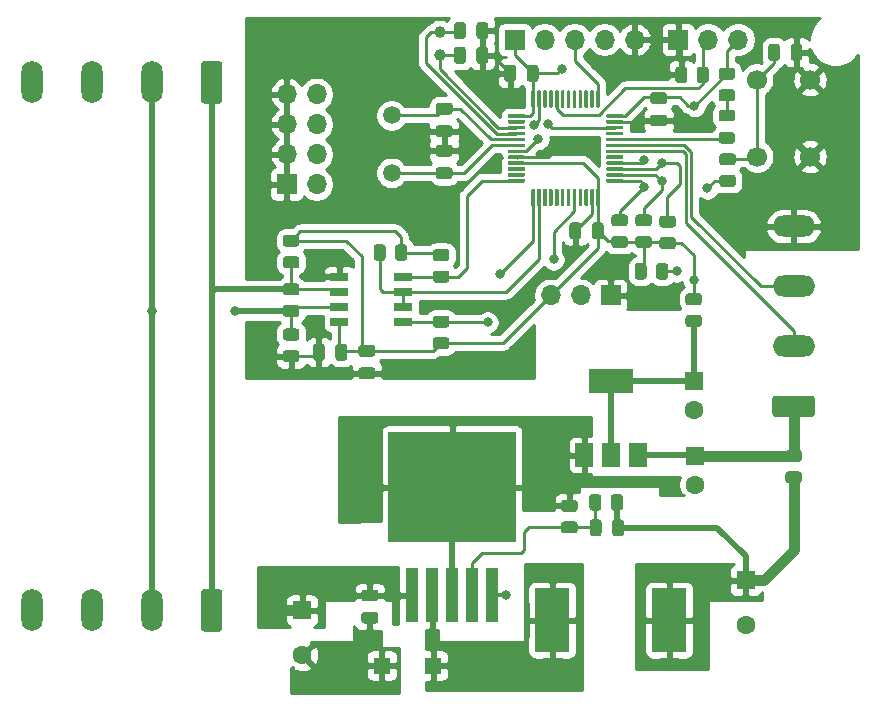
<source format=gbr>
%TF.GenerationSoftware,KiCad,Pcbnew,(5.1.12)-1*%
%TF.CreationDate,2022-08-10T11:31:23+05:30*%
%TF.ProjectId,AGV_SENSOR_PCB_2,4147565f-5345-44e5-934f-525f5043425f,rev?*%
%TF.SameCoordinates,Original*%
%TF.FileFunction,Copper,L1,Top*%
%TF.FilePolarity,Positive*%
%FSLAX46Y46*%
G04 Gerber Fmt 4.6, Leading zero omitted, Abs format (unit mm)*
G04 Created by KiCad (PCBNEW (5.1.12)-1) date 2022-08-10 11:31:23*
%MOMM*%
%LPD*%
G01*
G04 APERTURE LIST*
%TA.AperFunction,ComponentPad*%
%ADD10C,1.600000*%
%TD*%
%TA.AperFunction,ComponentPad*%
%ADD11R,1.600000X1.600000*%
%TD*%
%TA.AperFunction,SMDPad,CuDef*%
%ADD12R,1.440000X1.480000*%
%TD*%
%TA.AperFunction,SMDPad,CuDef*%
%ADD13R,1.525000X0.650000*%
%TD*%
%TA.AperFunction,ComponentPad*%
%ADD14R,1.700000X1.700000*%
%TD*%
%TA.AperFunction,ComponentPad*%
%ADD15O,1.700000X1.700000*%
%TD*%
%TA.AperFunction,ComponentPad*%
%ADD16O,1.800000X3.600000*%
%TD*%
%TA.AperFunction,ComponentPad*%
%ADD17O,3.600000X1.800000*%
%TD*%
%TA.AperFunction,SMDPad,CuDef*%
%ADD18R,2.900000X5.400000*%
%TD*%
%TA.AperFunction,ComponentPad*%
%ADD19C,1.700000*%
%TD*%
%TA.AperFunction,SMDPad,CuDef*%
%ADD20R,1.100000X4.600000*%
%TD*%
%TA.AperFunction,SMDPad,CuDef*%
%ADD21R,10.800000X9.400000*%
%TD*%
%TA.AperFunction,SMDPad,CuDef*%
%ADD22R,3.800000X2.000000*%
%TD*%
%TA.AperFunction,SMDPad,CuDef*%
%ADD23R,1.500000X2.000000*%
%TD*%
%TA.AperFunction,ComponentPad*%
%ADD24C,1.500000*%
%TD*%
%TA.AperFunction,ComponentPad*%
%ADD25C,1.000000*%
%TD*%
%TA.AperFunction,ViaPad*%
%ADD26C,0.800000*%
%TD*%
%TA.AperFunction,Conductor*%
%ADD27C,0.250000*%
%TD*%
%TA.AperFunction,Conductor*%
%ADD28C,0.540000*%
%TD*%
%TA.AperFunction,Conductor*%
%ADD29C,0.354000*%
%TD*%
%TA.AperFunction,Conductor*%
%ADD30C,0.950000*%
%TD*%
%TA.AperFunction,Conductor*%
%ADD31C,0.254000*%
%TD*%
%TA.AperFunction,Conductor*%
%ADD32C,0.100000*%
%TD*%
G04 APERTURE END LIST*
%TO.P,U1,1*%
%TO.N,+3V3*%
%TA.AperFunction,SMDPad,CuDef*%
G36*
G01*
X160200000Y-77589000D02*
X160200000Y-77439000D01*
G75*
G02*
X160275000Y-77364000I75000J0D01*
G01*
X161600000Y-77364000D01*
G75*
G02*
X161675000Y-77439000I0J-75000D01*
G01*
X161675000Y-77589000D01*
G75*
G02*
X161600000Y-77664000I-75000J0D01*
G01*
X160275000Y-77664000D01*
G75*
G02*
X160200000Y-77589000I0J75000D01*
G01*
G37*
%TD.AperFunction*%
%TO.P,U1,2*%
%TO.N,N/C*%
%TA.AperFunction,SMDPad,CuDef*%
G36*
G01*
X160200000Y-78089000D02*
X160200000Y-77939000D01*
G75*
G02*
X160275000Y-77864000I75000J0D01*
G01*
X161600000Y-77864000D01*
G75*
G02*
X161675000Y-77939000I0J-75000D01*
G01*
X161675000Y-78089000D01*
G75*
G02*
X161600000Y-78164000I-75000J0D01*
G01*
X160275000Y-78164000D01*
G75*
G02*
X160200000Y-78089000I0J75000D01*
G01*
G37*
%TD.AperFunction*%
%TO.P,U1,3*%
%TO.N,Net-(C3-Pad1)*%
%TA.AperFunction,SMDPad,CuDef*%
G36*
G01*
X160200000Y-78589000D02*
X160200000Y-78439000D01*
G75*
G02*
X160275000Y-78364000I75000J0D01*
G01*
X161600000Y-78364000D01*
G75*
G02*
X161675000Y-78439000I0J-75000D01*
G01*
X161675000Y-78589000D01*
G75*
G02*
X161600000Y-78664000I-75000J0D01*
G01*
X160275000Y-78664000D01*
G75*
G02*
X160200000Y-78589000I0J75000D01*
G01*
G37*
%TD.AperFunction*%
%TO.P,U1,4*%
%TO.N,Net-(C8-Pad1)*%
%TA.AperFunction,SMDPad,CuDef*%
G36*
G01*
X160200000Y-79089000D02*
X160200000Y-78939000D01*
G75*
G02*
X160275000Y-78864000I75000J0D01*
G01*
X161600000Y-78864000D01*
G75*
G02*
X161675000Y-78939000I0J-75000D01*
G01*
X161675000Y-79089000D01*
G75*
G02*
X161600000Y-79164000I-75000J0D01*
G01*
X160275000Y-79164000D01*
G75*
G02*
X160200000Y-79089000I0J75000D01*
G01*
G37*
%TD.AperFunction*%
%TO.P,U1,5*%
%TO.N,Net-(C1-Pad1)*%
%TA.AperFunction,SMDPad,CuDef*%
G36*
G01*
X160200000Y-79589000D02*
X160200000Y-79439000D01*
G75*
G02*
X160275000Y-79364000I75000J0D01*
G01*
X161600000Y-79364000D01*
G75*
G02*
X161675000Y-79439000I0J-75000D01*
G01*
X161675000Y-79589000D01*
G75*
G02*
X161600000Y-79664000I-75000J0D01*
G01*
X160275000Y-79664000D01*
G75*
G02*
X160200000Y-79589000I0J75000D01*
G01*
G37*
%TD.AperFunction*%
%TO.P,U1,6*%
%TO.N,Net-(C2-Pad1)*%
%TA.AperFunction,SMDPad,CuDef*%
G36*
G01*
X160200000Y-80089000D02*
X160200000Y-79939000D01*
G75*
G02*
X160275000Y-79864000I75000J0D01*
G01*
X161600000Y-79864000D01*
G75*
G02*
X161675000Y-79939000I0J-75000D01*
G01*
X161675000Y-80089000D01*
G75*
G02*
X161600000Y-80164000I-75000J0D01*
G01*
X160275000Y-80164000D01*
G75*
G02*
X160200000Y-80089000I0J75000D01*
G01*
G37*
%TD.AperFunction*%
%TO.P,U1,7*%
%TO.N,NRST*%
%TA.AperFunction,SMDPad,CuDef*%
G36*
G01*
X160200000Y-80589000D02*
X160200000Y-80439000D01*
G75*
G02*
X160275000Y-80364000I75000J0D01*
G01*
X161600000Y-80364000D01*
G75*
G02*
X161675000Y-80439000I0J-75000D01*
G01*
X161675000Y-80589000D01*
G75*
G02*
X161600000Y-80664000I-75000J0D01*
G01*
X160275000Y-80664000D01*
G75*
G02*
X160200000Y-80589000I0J75000D01*
G01*
G37*
%TD.AperFunction*%
%TO.P,U1,8*%
%TO.N,GND*%
%TA.AperFunction,SMDPad,CuDef*%
G36*
G01*
X160200000Y-81089000D02*
X160200000Y-80939000D01*
G75*
G02*
X160275000Y-80864000I75000J0D01*
G01*
X161600000Y-80864000D01*
G75*
G02*
X161675000Y-80939000I0J-75000D01*
G01*
X161675000Y-81089000D01*
G75*
G02*
X161600000Y-81164000I-75000J0D01*
G01*
X160275000Y-81164000D01*
G75*
G02*
X160200000Y-81089000I0J75000D01*
G01*
G37*
%TD.AperFunction*%
%TO.P,U1,9*%
%TO.N,+3V3*%
%TA.AperFunction,SMDPad,CuDef*%
G36*
G01*
X160200000Y-81589000D02*
X160200000Y-81439000D01*
G75*
G02*
X160275000Y-81364000I75000J0D01*
G01*
X161600000Y-81364000D01*
G75*
G02*
X161675000Y-81439000I0J-75000D01*
G01*
X161675000Y-81589000D01*
G75*
G02*
X161600000Y-81664000I-75000J0D01*
G01*
X160275000Y-81664000D01*
G75*
G02*
X160200000Y-81589000I0J75000D01*
G01*
G37*
%TD.AperFunction*%
%TO.P,U1,10*%
%TO.N,N/C*%
%TA.AperFunction,SMDPad,CuDef*%
G36*
G01*
X160200000Y-82089000D02*
X160200000Y-81939000D01*
G75*
G02*
X160275000Y-81864000I75000J0D01*
G01*
X161600000Y-81864000D01*
G75*
G02*
X161675000Y-81939000I0J-75000D01*
G01*
X161675000Y-82089000D01*
G75*
G02*
X161600000Y-82164000I-75000J0D01*
G01*
X160275000Y-82164000D01*
G75*
G02*
X160200000Y-82089000I0J75000D01*
G01*
G37*
%TD.AperFunction*%
%TO.P,U1,11*%
%TA.AperFunction,SMDPad,CuDef*%
G36*
G01*
X160200000Y-82589000D02*
X160200000Y-82439000D01*
G75*
G02*
X160275000Y-82364000I75000J0D01*
G01*
X161600000Y-82364000D01*
G75*
G02*
X161675000Y-82439000I0J-75000D01*
G01*
X161675000Y-82589000D01*
G75*
G02*
X161600000Y-82664000I-75000J0D01*
G01*
X160275000Y-82664000D01*
G75*
G02*
X160200000Y-82589000I0J75000D01*
G01*
G37*
%TD.AperFunction*%
%TO.P,U1,12*%
%TO.N,DI*%
%TA.AperFunction,SMDPad,CuDef*%
G36*
G01*
X160200000Y-83089000D02*
X160200000Y-82939000D01*
G75*
G02*
X160275000Y-82864000I75000J0D01*
G01*
X161600000Y-82864000D01*
G75*
G02*
X161675000Y-82939000I0J-75000D01*
G01*
X161675000Y-83089000D01*
G75*
G02*
X161600000Y-83164000I-75000J0D01*
G01*
X160275000Y-83164000D01*
G75*
G02*
X160200000Y-83089000I0J75000D01*
G01*
G37*
%TD.AperFunction*%
%TO.P,U1,13*%
%TO.N,RO*%
%TA.AperFunction,SMDPad,CuDef*%
G36*
G01*
X162200000Y-85089000D02*
X162200000Y-83764000D01*
G75*
G02*
X162275000Y-83689000I75000J0D01*
G01*
X162425000Y-83689000D01*
G75*
G02*
X162500000Y-83764000I0J-75000D01*
G01*
X162500000Y-85089000D01*
G75*
G02*
X162425000Y-85164000I-75000J0D01*
G01*
X162275000Y-85164000D01*
G75*
G02*
X162200000Y-85089000I0J75000D01*
G01*
G37*
%TD.AperFunction*%
%TO.P,U1,14*%
%TO.N,DE*%
%TA.AperFunction,SMDPad,CuDef*%
G36*
G01*
X162700000Y-85089000D02*
X162700000Y-83764000D01*
G75*
G02*
X162775000Y-83689000I75000J0D01*
G01*
X162925000Y-83689000D01*
G75*
G02*
X163000000Y-83764000I0J-75000D01*
G01*
X163000000Y-85089000D01*
G75*
G02*
X162925000Y-85164000I-75000J0D01*
G01*
X162775000Y-85164000D01*
G75*
G02*
X162700000Y-85089000I0J75000D01*
G01*
G37*
%TD.AperFunction*%
%TO.P,U1,15*%
%TO.N,N/C*%
%TA.AperFunction,SMDPad,CuDef*%
G36*
G01*
X163200000Y-85089000D02*
X163200000Y-83764000D01*
G75*
G02*
X163275000Y-83689000I75000J0D01*
G01*
X163425000Y-83689000D01*
G75*
G02*
X163500000Y-83764000I0J-75000D01*
G01*
X163500000Y-85089000D01*
G75*
G02*
X163425000Y-85164000I-75000J0D01*
G01*
X163275000Y-85164000D01*
G75*
G02*
X163200000Y-85089000I0J75000D01*
G01*
G37*
%TD.AperFunction*%
%TO.P,U1,16*%
%TA.AperFunction,SMDPad,CuDef*%
G36*
G01*
X163700000Y-85089000D02*
X163700000Y-83764000D01*
G75*
G02*
X163775000Y-83689000I75000J0D01*
G01*
X163925000Y-83689000D01*
G75*
G02*
X164000000Y-83764000I0J-75000D01*
G01*
X164000000Y-85089000D01*
G75*
G02*
X163925000Y-85164000I-75000J0D01*
G01*
X163775000Y-85164000D01*
G75*
G02*
X163700000Y-85089000I0J75000D01*
G01*
G37*
%TD.AperFunction*%
%TO.P,U1,17*%
%TA.AperFunction,SMDPad,CuDef*%
G36*
G01*
X164200000Y-85089000D02*
X164200000Y-83764000D01*
G75*
G02*
X164275000Y-83689000I75000J0D01*
G01*
X164425000Y-83689000D01*
G75*
G02*
X164500000Y-83764000I0J-75000D01*
G01*
X164500000Y-85089000D01*
G75*
G02*
X164425000Y-85164000I-75000J0D01*
G01*
X164275000Y-85164000D01*
G75*
G02*
X164200000Y-85089000I0J75000D01*
G01*
G37*
%TD.AperFunction*%
%TO.P,U1,18*%
%TA.AperFunction,SMDPad,CuDef*%
G36*
G01*
X164700000Y-85089000D02*
X164700000Y-83764000D01*
G75*
G02*
X164775000Y-83689000I75000J0D01*
G01*
X164925000Y-83689000D01*
G75*
G02*
X165000000Y-83764000I0J-75000D01*
G01*
X165000000Y-85089000D01*
G75*
G02*
X164925000Y-85164000I-75000J0D01*
G01*
X164775000Y-85164000D01*
G75*
G02*
X164700000Y-85089000I0J75000D01*
G01*
G37*
%TD.AperFunction*%
%TO.P,U1,19*%
%TA.AperFunction,SMDPad,CuDef*%
G36*
G01*
X165200000Y-85089000D02*
X165200000Y-83764000D01*
G75*
G02*
X165275000Y-83689000I75000J0D01*
G01*
X165425000Y-83689000D01*
G75*
G02*
X165500000Y-83764000I0J-75000D01*
G01*
X165500000Y-85089000D01*
G75*
G02*
X165425000Y-85164000I-75000J0D01*
G01*
X165275000Y-85164000D01*
G75*
G02*
X165200000Y-85089000I0J75000D01*
G01*
G37*
%TD.AperFunction*%
%TO.P,U1,20*%
%TO.N,Net-(J7-Pad2)*%
%TA.AperFunction,SMDPad,CuDef*%
G36*
G01*
X165700000Y-85089000D02*
X165700000Y-83764000D01*
G75*
G02*
X165775000Y-83689000I75000J0D01*
G01*
X165925000Y-83689000D01*
G75*
G02*
X166000000Y-83764000I0J-75000D01*
G01*
X166000000Y-85089000D01*
G75*
G02*
X165925000Y-85164000I-75000J0D01*
G01*
X165775000Y-85164000D01*
G75*
G02*
X165700000Y-85089000I0J75000D01*
G01*
G37*
%TD.AperFunction*%
%TO.P,U1,21*%
%TO.N,N/C*%
%TA.AperFunction,SMDPad,CuDef*%
G36*
G01*
X166200000Y-85089000D02*
X166200000Y-83764000D01*
G75*
G02*
X166275000Y-83689000I75000J0D01*
G01*
X166425000Y-83689000D01*
G75*
G02*
X166500000Y-83764000I0J-75000D01*
G01*
X166500000Y-85089000D01*
G75*
G02*
X166425000Y-85164000I-75000J0D01*
G01*
X166275000Y-85164000D01*
G75*
G02*
X166200000Y-85089000I0J75000D01*
G01*
G37*
%TD.AperFunction*%
%TO.P,U1,22*%
%TA.AperFunction,SMDPad,CuDef*%
G36*
G01*
X166700000Y-85089000D02*
X166700000Y-83764000D01*
G75*
G02*
X166775000Y-83689000I75000J0D01*
G01*
X166925000Y-83689000D01*
G75*
G02*
X167000000Y-83764000I0J-75000D01*
G01*
X167000000Y-85089000D01*
G75*
G02*
X166925000Y-85164000I-75000J0D01*
G01*
X166775000Y-85164000D01*
G75*
G02*
X166700000Y-85089000I0J75000D01*
G01*
G37*
%TD.AperFunction*%
%TO.P,U1,23*%
%TO.N,GND*%
%TA.AperFunction,SMDPad,CuDef*%
G36*
G01*
X167200000Y-85089000D02*
X167200000Y-83764000D01*
G75*
G02*
X167275000Y-83689000I75000J0D01*
G01*
X167425000Y-83689000D01*
G75*
G02*
X167500000Y-83764000I0J-75000D01*
G01*
X167500000Y-85089000D01*
G75*
G02*
X167425000Y-85164000I-75000J0D01*
G01*
X167275000Y-85164000D01*
G75*
G02*
X167200000Y-85089000I0J75000D01*
G01*
G37*
%TD.AperFunction*%
%TO.P,U1,24*%
%TO.N,+3V3*%
%TA.AperFunction,SMDPad,CuDef*%
G36*
G01*
X167700000Y-85089000D02*
X167700000Y-83764000D01*
G75*
G02*
X167775000Y-83689000I75000J0D01*
G01*
X167925000Y-83689000D01*
G75*
G02*
X168000000Y-83764000I0J-75000D01*
G01*
X168000000Y-85089000D01*
G75*
G02*
X167925000Y-85164000I-75000J0D01*
G01*
X167775000Y-85164000D01*
G75*
G02*
X167700000Y-85089000I0J75000D01*
G01*
G37*
%TD.AperFunction*%
%TO.P,U1,25*%
%TO.N,Net-(J6-Pad2)*%
%TA.AperFunction,SMDPad,CuDef*%
G36*
G01*
X168525000Y-83089000D02*
X168525000Y-82939000D01*
G75*
G02*
X168600000Y-82864000I75000J0D01*
G01*
X169925000Y-82864000D01*
G75*
G02*
X170000000Y-82939000I0J-75000D01*
G01*
X170000000Y-83089000D01*
G75*
G02*
X169925000Y-83164000I-75000J0D01*
G01*
X168600000Y-83164000D01*
G75*
G02*
X168525000Y-83089000I0J75000D01*
G01*
G37*
%TD.AperFunction*%
%TO.P,U1,26*%
%TO.N,Net-(J6-Pad4)*%
%TA.AperFunction,SMDPad,CuDef*%
G36*
G01*
X168525000Y-82589000D02*
X168525000Y-82439000D01*
G75*
G02*
X168600000Y-82364000I75000J0D01*
G01*
X169925000Y-82364000D01*
G75*
G02*
X170000000Y-82439000I0J-75000D01*
G01*
X170000000Y-82589000D01*
G75*
G02*
X169925000Y-82664000I-75000J0D01*
G01*
X168600000Y-82664000D01*
G75*
G02*
X168525000Y-82589000I0J75000D01*
G01*
G37*
%TD.AperFunction*%
%TO.P,U1,27*%
%TO.N,Net-(J6-Pad6)*%
%TA.AperFunction,SMDPad,CuDef*%
G36*
G01*
X168525000Y-82089000D02*
X168525000Y-81939000D01*
G75*
G02*
X168600000Y-81864000I75000J0D01*
G01*
X169925000Y-81864000D01*
G75*
G02*
X170000000Y-81939000I0J-75000D01*
G01*
X170000000Y-82089000D01*
G75*
G02*
X169925000Y-82164000I-75000J0D01*
G01*
X168600000Y-82164000D01*
G75*
G02*
X168525000Y-82089000I0J75000D01*
G01*
G37*
%TD.AperFunction*%
%TO.P,U1,28*%
%TO.N,Net-(J6-Pad8)*%
%TA.AperFunction,SMDPad,CuDef*%
G36*
G01*
X168525000Y-81589000D02*
X168525000Y-81439000D01*
G75*
G02*
X168600000Y-81364000I75000J0D01*
G01*
X169925000Y-81364000D01*
G75*
G02*
X170000000Y-81439000I0J-75000D01*
G01*
X170000000Y-81589000D01*
G75*
G02*
X169925000Y-81664000I-75000J0D01*
G01*
X168600000Y-81664000D01*
G75*
G02*
X168525000Y-81589000I0J75000D01*
G01*
G37*
%TD.AperFunction*%
%TO.P,U1,29*%
%TO.N,N/C*%
%TA.AperFunction,SMDPad,CuDef*%
G36*
G01*
X168525000Y-81089000D02*
X168525000Y-80939000D01*
G75*
G02*
X168600000Y-80864000I75000J0D01*
G01*
X169925000Y-80864000D01*
G75*
G02*
X170000000Y-80939000I0J-75000D01*
G01*
X170000000Y-81089000D01*
G75*
G02*
X169925000Y-81164000I-75000J0D01*
G01*
X168600000Y-81164000D01*
G75*
G02*
X168525000Y-81089000I0J75000D01*
G01*
G37*
%TD.AperFunction*%
%TO.P,U1,30*%
%TO.N,RX*%
%TA.AperFunction,SMDPad,CuDef*%
G36*
G01*
X168525000Y-80589000D02*
X168525000Y-80439000D01*
G75*
G02*
X168600000Y-80364000I75000J0D01*
G01*
X169925000Y-80364000D01*
G75*
G02*
X170000000Y-80439000I0J-75000D01*
G01*
X170000000Y-80589000D01*
G75*
G02*
X169925000Y-80664000I-75000J0D01*
G01*
X168600000Y-80664000D01*
G75*
G02*
X168525000Y-80589000I0J75000D01*
G01*
G37*
%TD.AperFunction*%
%TO.P,U1,31*%
%TO.N,TX*%
%TA.AperFunction,SMDPad,CuDef*%
G36*
G01*
X168525000Y-80089000D02*
X168525000Y-79939000D01*
G75*
G02*
X168600000Y-79864000I75000J0D01*
G01*
X169925000Y-79864000D01*
G75*
G02*
X170000000Y-79939000I0J-75000D01*
G01*
X170000000Y-80089000D01*
G75*
G02*
X169925000Y-80164000I-75000J0D01*
G01*
X168600000Y-80164000D01*
G75*
G02*
X168525000Y-80089000I0J75000D01*
G01*
G37*
%TD.AperFunction*%
%TO.P,U1,32*%
%TO.N,Net-(D2-Pad1)*%
%TA.AperFunction,SMDPad,CuDef*%
G36*
G01*
X168525000Y-79589000D02*
X168525000Y-79439000D01*
G75*
G02*
X168600000Y-79364000I75000J0D01*
G01*
X169925000Y-79364000D01*
G75*
G02*
X170000000Y-79439000I0J-75000D01*
G01*
X170000000Y-79589000D01*
G75*
G02*
X169925000Y-79664000I-75000J0D01*
G01*
X168600000Y-79664000D01*
G75*
G02*
X168525000Y-79589000I0J75000D01*
G01*
G37*
%TD.AperFunction*%
%TO.P,U1,33*%
%TO.N,N/C*%
%TA.AperFunction,SMDPad,CuDef*%
G36*
G01*
X168525000Y-79089000D02*
X168525000Y-78939000D01*
G75*
G02*
X168600000Y-78864000I75000J0D01*
G01*
X169925000Y-78864000D01*
G75*
G02*
X170000000Y-78939000I0J-75000D01*
G01*
X170000000Y-79089000D01*
G75*
G02*
X169925000Y-79164000I-75000J0D01*
G01*
X168600000Y-79164000D01*
G75*
G02*
X168525000Y-79089000I0J75000D01*
G01*
G37*
%TD.AperFunction*%
%TO.P,U1,34*%
%TO.N,Net-(J4-Pad2)*%
%TA.AperFunction,SMDPad,CuDef*%
G36*
G01*
X168525000Y-78589000D02*
X168525000Y-78439000D01*
G75*
G02*
X168600000Y-78364000I75000J0D01*
G01*
X169925000Y-78364000D01*
G75*
G02*
X170000000Y-78439000I0J-75000D01*
G01*
X170000000Y-78589000D01*
G75*
G02*
X169925000Y-78664000I-75000J0D01*
G01*
X168600000Y-78664000D01*
G75*
G02*
X168525000Y-78589000I0J75000D01*
G01*
G37*
%TD.AperFunction*%
%TO.P,U1,35*%
%TO.N,GND*%
%TA.AperFunction,SMDPad,CuDef*%
G36*
G01*
X168525000Y-78089000D02*
X168525000Y-77939000D01*
G75*
G02*
X168600000Y-77864000I75000J0D01*
G01*
X169925000Y-77864000D01*
G75*
G02*
X170000000Y-77939000I0J-75000D01*
G01*
X170000000Y-78089000D01*
G75*
G02*
X169925000Y-78164000I-75000J0D01*
G01*
X168600000Y-78164000D01*
G75*
G02*
X168525000Y-78089000I0J75000D01*
G01*
G37*
%TD.AperFunction*%
%TO.P,U1,36*%
%TO.N,+3V3*%
%TA.AperFunction,SMDPad,CuDef*%
G36*
G01*
X168525000Y-77589000D02*
X168525000Y-77439000D01*
G75*
G02*
X168600000Y-77364000I75000J0D01*
G01*
X169925000Y-77364000D01*
G75*
G02*
X170000000Y-77439000I0J-75000D01*
G01*
X170000000Y-77589000D01*
G75*
G02*
X169925000Y-77664000I-75000J0D01*
G01*
X168600000Y-77664000D01*
G75*
G02*
X168525000Y-77589000I0J75000D01*
G01*
G37*
%TD.AperFunction*%
%TO.P,U1,37*%
%TO.N,Net-(J4-Pad3)*%
%TA.AperFunction,SMDPad,CuDef*%
G36*
G01*
X167700000Y-76764000D02*
X167700000Y-75439000D01*
G75*
G02*
X167775000Y-75364000I75000J0D01*
G01*
X167925000Y-75364000D01*
G75*
G02*
X168000000Y-75439000I0J-75000D01*
G01*
X168000000Y-76764000D01*
G75*
G02*
X167925000Y-76839000I-75000J0D01*
G01*
X167775000Y-76839000D01*
G75*
G02*
X167700000Y-76764000I0J75000D01*
G01*
G37*
%TD.AperFunction*%
%TO.P,U1,38*%
%TO.N,N/C*%
%TA.AperFunction,SMDPad,CuDef*%
G36*
G01*
X167200000Y-76764000D02*
X167200000Y-75439000D01*
G75*
G02*
X167275000Y-75364000I75000J0D01*
G01*
X167425000Y-75364000D01*
G75*
G02*
X167500000Y-75439000I0J-75000D01*
G01*
X167500000Y-76764000D01*
G75*
G02*
X167425000Y-76839000I-75000J0D01*
G01*
X167275000Y-76839000D01*
G75*
G02*
X167200000Y-76764000I0J75000D01*
G01*
G37*
%TD.AperFunction*%
%TO.P,U1,39*%
%TA.AperFunction,SMDPad,CuDef*%
G36*
G01*
X166700000Y-76764000D02*
X166700000Y-75439000D01*
G75*
G02*
X166775000Y-75364000I75000J0D01*
G01*
X166925000Y-75364000D01*
G75*
G02*
X167000000Y-75439000I0J-75000D01*
G01*
X167000000Y-76764000D01*
G75*
G02*
X166925000Y-76839000I-75000J0D01*
G01*
X166775000Y-76839000D01*
G75*
G02*
X166700000Y-76764000I0J75000D01*
G01*
G37*
%TD.AperFunction*%
%TO.P,U1,40*%
%TA.AperFunction,SMDPad,CuDef*%
G36*
G01*
X166200000Y-76764000D02*
X166200000Y-75439000D01*
G75*
G02*
X166275000Y-75364000I75000J0D01*
G01*
X166425000Y-75364000D01*
G75*
G02*
X166500000Y-75439000I0J-75000D01*
G01*
X166500000Y-76764000D01*
G75*
G02*
X166425000Y-76839000I-75000J0D01*
G01*
X166275000Y-76839000D01*
G75*
G02*
X166200000Y-76764000I0J75000D01*
G01*
G37*
%TD.AperFunction*%
%TO.P,U1,41*%
%TA.AperFunction,SMDPad,CuDef*%
G36*
G01*
X165700000Y-76764000D02*
X165700000Y-75439000D01*
G75*
G02*
X165775000Y-75364000I75000J0D01*
G01*
X165925000Y-75364000D01*
G75*
G02*
X166000000Y-75439000I0J-75000D01*
G01*
X166000000Y-76764000D01*
G75*
G02*
X165925000Y-76839000I-75000J0D01*
G01*
X165775000Y-76839000D01*
G75*
G02*
X165700000Y-76764000I0J75000D01*
G01*
G37*
%TD.AperFunction*%
%TO.P,U1,42*%
%TA.AperFunction,SMDPad,CuDef*%
G36*
G01*
X165200000Y-76764000D02*
X165200000Y-75439000D01*
G75*
G02*
X165275000Y-75364000I75000J0D01*
G01*
X165425000Y-75364000D01*
G75*
G02*
X165500000Y-75439000I0J-75000D01*
G01*
X165500000Y-76764000D01*
G75*
G02*
X165425000Y-76839000I-75000J0D01*
G01*
X165275000Y-76839000D01*
G75*
G02*
X165200000Y-76764000I0J75000D01*
G01*
G37*
%TD.AperFunction*%
%TO.P,U1,43*%
%TA.AperFunction,SMDPad,CuDef*%
G36*
G01*
X164700000Y-76764000D02*
X164700000Y-75439000D01*
G75*
G02*
X164775000Y-75364000I75000J0D01*
G01*
X164925000Y-75364000D01*
G75*
G02*
X165000000Y-75439000I0J-75000D01*
G01*
X165000000Y-76764000D01*
G75*
G02*
X164925000Y-76839000I-75000J0D01*
G01*
X164775000Y-76839000D01*
G75*
G02*
X164700000Y-76764000I0J75000D01*
G01*
G37*
%TD.AperFunction*%
%TO.P,U1,44*%
%TO.N,Net-(J1-Pad2)*%
%TA.AperFunction,SMDPad,CuDef*%
G36*
G01*
X164200000Y-76764000D02*
X164200000Y-75439000D01*
G75*
G02*
X164275000Y-75364000I75000J0D01*
G01*
X164425000Y-75364000D01*
G75*
G02*
X164500000Y-75439000I0J-75000D01*
G01*
X164500000Y-76764000D01*
G75*
G02*
X164425000Y-76839000I-75000J0D01*
G01*
X164275000Y-76839000D01*
G75*
G02*
X164200000Y-76764000I0J75000D01*
G01*
G37*
%TD.AperFunction*%
%TO.P,U1,45*%
%TO.N,N/C*%
%TA.AperFunction,SMDPad,CuDef*%
G36*
G01*
X163700000Y-76764000D02*
X163700000Y-75439000D01*
G75*
G02*
X163775000Y-75364000I75000J0D01*
G01*
X163925000Y-75364000D01*
G75*
G02*
X164000000Y-75439000I0J-75000D01*
G01*
X164000000Y-76764000D01*
G75*
G02*
X163925000Y-76839000I-75000J0D01*
G01*
X163775000Y-76839000D01*
G75*
G02*
X163700000Y-76764000I0J75000D01*
G01*
G37*
%TD.AperFunction*%
%TO.P,U1,46*%
%TA.AperFunction,SMDPad,CuDef*%
G36*
G01*
X163200000Y-76764000D02*
X163200000Y-75439000D01*
G75*
G02*
X163275000Y-75364000I75000J0D01*
G01*
X163425000Y-75364000D01*
G75*
G02*
X163500000Y-75439000I0J-75000D01*
G01*
X163500000Y-76764000D01*
G75*
G02*
X163425000Y-76839000I-75000J0D01*
G01*
X163275000Y-76839000D01*
G75*
G02*
X163200000Y-76764000I0J75000D01*
G01*
G37*
%TD.AperFunction*%
%TO.P,U1,47*%
%TO.N,GND*%
%TA.AperFunction,SMDPad,CuDef*%
G36*
G01*
X162700000Y-76764000D02*
X162700000Y-75439000D01*
G75*
G02*
X162775000Y-75364000I75000J0D01*
G01*
X162925000Y-75364000D01*
G75*
G02*
X163000000Y-75439000I0J-75000D01*
G01*
X163000000Y-76764000D01*
G75*
G02*
X162925000Y-76839000I-75000J0D01*
G01*
X162775000Y-76839000D01*
G75*
G02*
X162700000Y-76764000I0J75000D01*
G01*
G37*
%TD.AperFunction*%
%TO.P,U1,48*%
%TO.N,+3V3*%
%TA.AperFunction,SMDPad,CuDef*%
G36*
G01*
X162200000Y-76764000D02*
X162200000Y-75439000D01*
G75*
G02*
X162275000Y-75364000I75000J0D01*
G01*
X162425000Y-75364000D01*
G75*
G02*
X162500000Y-75439000I0J-75000D01*
G01*
X162500000Y-76764000D01*
G75*
G02*
X162425000Y-76839000I-75000J0D01*
G01*
X162275000Y-76839000D01*
G75*
G02*
X162200000Y-76764000I0J75000D01*
G01*
G37*
%TD.AperFunction*%
%TD*%
%TO.P,C1,1*%
%TO.N,Net-(C1-Pad1)*%
%TA.AperFunction,SMDPad,CuDef*%
G36*
G01*
X154338000Y-76401000D02*
X155288000Y-76401000D01*
G75*
G02*
X155538000Y-76651000I0J-250000D01*
G01*
X155538000Y-77151000D01*
G75*
G02*
X155288000Y-77401000I-250000J0D01*
G01*
X154338000Y-77401000D01*
G75*
G02*
X154088000Y-77151000I0J250000D01*
G01*
X154088000Y-76651000D01*
G75*
G02*
X154338000Y-76401000I250000J0D01*
G01*
G37*
%TD.AperFunction*%
%TO.P,C1,2*%
%TO.N,GND*%
%TA.AperFunction,SMDPad,CuDef*%
G36*
G01*
X154338000Y-78301000D02*
X155288000Y-78301000D01*
G75*
G02*
X155538000Y-78551000I0J-250000D01*
G01*
X155538000Y-79051000D01*
G75*
G02*
X155288000Y-79301000I-250000J0D01*
G01*
X154338000Y-79301000D01*
G75*
G02*
X154088000Y-79051000I0J250000D01*
G01*
X154088000Y-78551000D01*
G75*
G02*
X154338000Y-78301000I250000J0D01*
G01*
G37*
%TD.AperFunction*%
%TD*%
%TO.P,C2,2*%
%TO.N,GND*%
%TA.AperFunction,SMDPad,CuDef*%
G36*
G01*
X155288000Y-80957000D02*
X154338000Y-80957000D01*
G75*
G02*
X154088000Y-80707000I0J250000D01*
G01*
X154088000Y-80207000D01*
G75*
G02*
X154338000Y-79957000I250000J0D01*
G01*
X155288000Y-79957000D01*
G75*
G02*
X155538000Y-80207000I0J-250000D01*
G01*
X155538000Y-80707000D01*
G75*
G02*
X155288000Y-80957000I-250000J0D01*
G01*
G37*
%TD.AperFunction*%
%TO.P,C2,1*%
%TO.N,Net-(C2-Pad1)*%
%TA.AperFunction,SMDPad,CuDef*%
G36*
G01*
X155288000Y-82857000D02*
X154338000Y-82857000D01*
G75*
G02*
X154088000Y-82607000I0J250000D01*
G01*
X154088000Y-82107000D01*
G75*
G02*
X154338000Y-81857000I250000J0D01*
G01*
X155288000Y-81857000D01*
G75*
G02*
X155538000Y-82107000I0J-250000D01*
G01*
X155538000Y-82607000D01*
G75*
G02*
X155288000Y-82857000I-250000J0D01*
G01*
G37*
%TD.AperFunction*%
%TD*%
%TO.P,C3,1*%
%TO.N,Net-(C3-Pad1)*%
%TA.AperFunction,SMDPad,CuDef*%
G36*
G01*
X155646500Y-72865000D02*
X155646500Y-71915000D01*
G75*
G02*
X155896500Y-71665000I250000J0D01*
G01*
X156396500Y-71665000D01*
G75*
G02*
X156646500Y-71915000I0J-250000D01*
G01*
X156646500Y-72865000D01*
G75*
G02*
X156396500Y-73115000I-250000J0D01*
G01*
X155896500Y-73115000D01*
G75*
G02*
X155646500Y-72865000I0J250000D01*
G01*
G37*
%TD.AperFunction*%
%TO.P,C3,2*%
%TO.N,GND*%
%TA.AperFunction,SMDPad,CuDef*%
G36*
G01*
X157546500Y-72865000D02*
X157546500Y-71915000D01*
G75*
G02*
X157796500Y-71665000I250000J0D01*
G01*
X158296500Y-71665000D01*
G75*
G02*
X158546500Y-71915000I0J-250000D01*
G01*
X158546500Y-72865000D01*
G75*
G02*
X158296500Y-73115000I-250000J0D01*
G01*
X157796500Y-73115000D01*
G75*
G02*
X157546500Y-72865000I0J250000D01*
G01*
G37*
%TD.AperFunction*%
%TD*%
%TO.P,C4,1*%
%TO.N,+3V3*%
%TA.AperFunction,SMDPad,CuDef*%
G36*
G01*
X162806000Y-73439000D02*
X162806000Y-74389000D01*
G75*
G02*
X162556000Y-74639000I-250000J0D01*
G01*
X162056000Y-74639000D01*
G75*
G02*
X161806000Y-74389000I0J250000D01*
G01*
X161806000Y-73439000D01*
G75*
G02*
X162056000Y-73189000I250000J0D01*
G01*
X162556000Y-73189000D01*
G75*
G02*
X162806000Y-73439000I0J-250000D01*
G01*
G37*
%TD.AperFunction*%
%TO.P,C4,2*%
%TO.N,GND*%
%TA.AperFunction,SMDPad,CuDef*%
G36*
G01*
X160906000Y-73439000D02*
X160906000Y-74389000D01*
G75*
G02*
X160656000Y-74639000I-250000J0D01*
G01*
X160156000Y-74639000D01*
G75*
G02*
X159906000Y-74389000I0J250000D01*
G01*
X159906000Y-73439000D01*
G75*
G02*
X160156000Y-73189000I250000J0D01*
G01*
X160656000Y-73189000D01*
G75*
G02*
X160906000Y-73439000I0J-250000D01*
G01*
G37*
%TD.AperFunction*%
%TD*%
%TO.P,C5,2*%
%TO.N,GND*%
%TA.AperFunction,SMDPad,CuDef*%
G36*
G01*
X166425500Y-86774000D02*
X166425500Y-87724000D01*
G75*
G02*
X166175500Y-87974000I-250000J0D01*
G01*
X165675500Y-87974000D01*
G75*
G02*
X165425500Y-87724000I0J250000D01*
G01*
X165425500Y-86774000D01*
G75*
G02*
X165675500Y-86524000I250000J0D01*
G01*
X166175500Y-86524000D01*
G75*
G02*
X166425500Y-86774000I0J-250000D01*
G01*
G37*
%TD.AperFunction*%
%TO.P,C5,1*%
%TO.N,+3V3*%
%TA.AperFunction,SMDPad,CuDef*%
G36*
G01*
X168325500Y-86774000D02*
X168325500Y-87724000D01*
G75*
G02*
X168075500Y-87974000I-250000J0D01*
G01*
X167575500Y-87974000D01*
G75*
G02*
X167325500Y-87724000I0J250000D01*
G01*
X167325500Y-86774000D01*
G75*
G02*
X167575500Y-86524000I250000J0D01*
G01*
X168075500Y-86524000D01*
G75*
G02*
X168325500Y-86774000I0J-250000D01*
G01*
G37*
%TD.AperFunction*%
%TD*%
%TO.P,C6,1*%
%TO.N,+3V3*%
%TA.AperFunction,SMDPad,CuDef*%
G36*
G01*
X172499000Y-75512000D02*
X173449000Y-75512000D01*
G75*
G02*
X173699000Y-75762000I0J-250000D01*
G01*
X173699000Y-76262000D01*
G75*
G02*
X173449000Y-76512000I-250000J0D01*
G01*
X172499000Y-76512000D01*
G75*
G02*
X172249000Y-76262000I0J250000D01*
G01*
X172249000Y-75762000D01*
G75*
G02*
X172499000Y-75512000I250000J0D01*
G01*
G37*
%TD.AperFunction*%
%TO.P,C6,2*%
%TO.N,GND*%
%TA.AperFunction,SMDPad,CuDef*%
G36*
G01*
X172499000Y-77412000D02*
X173449000Y-77412000D01*
G75*
G02*
X173699000Y-77662000I0J-250000D01*
G01*
X173699000Y-78162000D01*
G75*
G02*
X173449000Y-78412000I-250000J0D01*
G01*
X172499000Y-78412000D01*
G75*
G02*
X172249000Y-78162000I0J250000D01*
G01*
X172249000Y-77662000D01*
G75*
G02*
X172499000Y-77412000I250000J0D01*
G01*
G37*
%TD.AperFunction*%
%TD*%
%TO.P,C7,2*%
%TO.N,GND*%
%TA.AperFunction,SMDPad,CuDef*%
G36*
G01*
X184153000Y-72611000D02*
X184153000Y-71661000D01*
G75*
G02*
X184403000Y-71411000I250000J0D01*
G01*
X184903000Y-71411000D01*
G75*
G02*
X185153000Y-71661000I0J-250000D01*
G01*
X185153000Y-72611000D01*
G75*
G02*
X184903000Y-72861000I-250000J0D01*
G01*
X184403000Y-72861000D01*
G75*
G02*
X184153000Y-72611000I0J250000D01*
G01*
G37*
%TD.AperFunction*%
%TO.P,C7,1*%
%TO.N,NRST*%
%TA.AperFunction,SMDPad,CuDef*%
G36*
G01*
X182253000Y-72611000D02*
X182253000Y-71661000D01*
G75*
G02*
X182503000Y-71411000I250000J0D01*
G01*
X183003000Y-71411000D01*
G75*
G02*
X183253000Y-71661000I0J-250000D01*
G01*
X183253000Y-72611000D01*
G75*
G02*
X183003000Y-72861000I-250000J0D01*
G01*
X182503000Y-72861000D01*
G75*
G02*
X182253000Y-72611000I0J250000D01*
G01*
G37*
%TD.AperFunction*%
%TD*%
%TO.P,C8,2*%
%TO.N,GND*%
%TA.AperFunction,SMDPad,CuDef*%
G36*
G01*
X157549000Y-70769500D02*
X157549000Y-69819500D01*
G75*
G02*
X157799000Y-69569500I250000J0D01*
G01*
X158299000Y-69569500D01*
G75*
G02*
X158549000Y-69819500I0J-250000D01*
G01*
X158549000Y-70769500D01*
G75*
G02*
X158299000Y-71019500I-250000J0D01*
G01*
X157799000Y-71019500D01*
G75*
G02*
X157549000Y-70769500I0J250000D01*
G01*
G37*
%TD.AperFunction*%
%TO.P,C8,1*%
%TO.N,Net-(C8-Pad1)*%
%TA.AperFunction,SMDPad,CuDef*%
G36*
G01*
X155649000Y-70769500D02*
X155649000Y-69819500D01*
G75*
G02*
X155899000Y-69569500I250000J0D01*
G01*
X156399000Y-69569500D01*
G75*
G02*
X156649000Y-69819500I0J-250000D01*
G01*
X156649000Y-70769500D01*
G75*
G02*
X156399000Y-71019500I-250000J0D01*
G01*
X155899000Y-71019500D01*
G75*
G02*
X155649000Y-70769500I0J250000D01*
G01*
G37*
%TD.AperFunction*%
%TD*%
%TO.P,C9,2*%
%TO.N,Net-(C12-Pad1)*%
%TA.AperFunction,SMDPad,CuDef*%
G36*
G01*
X169040000Y-112870000D02*
X169040000Y-111920000D01*
G75*
G02*
X169290000Y-111670000I250000J0D01*
G01*
X169790000Y-111670000D01*
G75*
G02*
X170040000Y-111920000I0J-250000D01*
G01*
X170040000Y-112870000D01*
G75*
G02*
X169790000Y-113120000I-250000J0D01*
G01*
X169290000Y-113120000D01*
G75*
G02*
X169040000Y-112870000I0J250000D01*
G01*
G37*
%TD.AperFunction*%
%TO.P,C9,1*%
%TO.N,Net-(C9-Pad1)*%
%TA.AperFunction,SMDPad,CuDef*%
G36*
G01*
X167140000Y-112870000D02*
X167140000Y-111920000D01*
G75*
G02*
X167390000Y-111670000I250000J0D01*
G01*
X167890000Y-111670000D01*
G75*
G02*
X168140000Y-111920000I0J-250000D01*
G01*
X168140000Y-112870000D01*
G75*
G02*
X167890000Y-113120000I-250000J0D01*
G01*
X167390000Y-113120000D01*
G75*
G02*
X167140000Y-112870000I0J250000D01*
G01*
G37*
%TD.AperFunction*%
%TD*%
D10*
%TO.P,C10,2*%
%TO.N,GND*%
X142798800Y-123180000D03*
D11*
%TO.P,C10,1*%
%TO.N,+24V*%
X142798800Y-119380000D03*
%TD*%
%TO.P,C11,2*%
%TO.N,GND*%
%TA.AperFunction,SMDPad,CuDef*%
G36*
G01*
X148051500Y-119515000D02*
X149001500Y-119515000D01*
G75*
G02*
X149251500Y-119765000I0J-250000D01*
G01*
X149251500Y-120265000D01*
G75*
G02*
X149001500Y-120515000I-250000J0D01*
G01*
X148051500Y-120515000D01*
G75*
G02*
X147801500Y-120265000I0J250000D01*
G01*
X147801500Y-119765000D01*
G75*
G02*
X148051500Y-119515000I250000J0D01*
G01*
G37*
%TD.AperFunction*%
%TO.P,C11,1*%
%TO.N,+24V*%
%TA.AperFunction,SMDPad,CuDef*%
G36*
G01*
X148051500Y-117615000D02*
X149001500Y-117615000D01*
G75*
G02*
X149251500Y-117865000I0J-250000D01*
G01*
X149251500Y-118365000D01*
G75*
G02*
X149001500Y-118615000I-250000J0D01*
G01*
X148051500Y-118615000D01*
G75*
G02*
X147801500Y-118365000I0J250000D01*
G01*
X147801500Y-117865000D01*
G75*
G02*
X148051500Y-117615000I250000J0D01*
G01*
G37*
%TD.AperFunction*%
%TD*%
%TO.P,C12,1*%
%TO.N,Net-(C12-Pad1)*%
X180340000Y-116840000D03*
D10*
%TO.P,C12,2*%
%TO.N,GND*%
X180340000Y-120640000D03*
%TD*%
%TO.P,C14,1*%
%TO.N,+3V3*%
%TA.AperFunction,SMDPad,CuDef*%
G36*
G01*
X146608500Y-97061000D02*
X146608500Y-98011000D01*
G75*
G02*
X146358500Y-98261000I-250000J0D01*
G01*
X145858500Y-98261000D01*
G75*
G02*
X145608500Y-98011000I0J250000D01*
G01*
X145608500Y-97061000D01*
G75*
G02*
X145858500Y-96811000I250000J0D01*
G01*
X146358500Y-96811000D01*
G75*
G02*
X146608500Y-97061000I0J-250000D01*
G01*
G37*
%TD.AperFunction*%
%TO.P,C14,2*%
%TO.N,GND*%
%TA.AperFunction,SMDPad,CuDef*%
G36*
G01*
X144708500Y-97061000D02*
X144708500Y-98011000D01*
G75*
G02*
X144458500Y-98261000I-250000J0D01*
G01*
X143958500Y-98261000D01*
G75*
G02*
X143708500Y-98011000I0J250000D01*
G01*
X143708500Y-97061000D01*
G75*
G02*
X143958500Y-96811000I250000J0D01*
G01*
X144458500Y-96811000D01*
G75*
G02*
X144708500Y-97061000I0J-250000D01*
G01*
G37*
%TD.AperFunction*%
%TD*%
%TO.P,C15,1*%
%TO.N,+3V3*%
%TA.AperFunction,SMDPad,CuDef*%
G36*
G01*
X147797500Y-96914000D02*
X148747500Y-96914000D01*
G75*
G02*
X148997500Y-97164000I0J-250000D01*
G01*
X148997500Y-97664000D01*
G75*
G02*
X148747500Y-97914000I-250000J0D01*
G01*
X147797500Y-97914000D01*
G75*
G02*
X147547500Y-97664000I0J250000D01*
G01*
X147547500Y-97164000D01*
G75*
G02*
X147797500Y-96914000I250000J0D01*
G01*
G37*
%TD.AperFunction*%
%TO.P,C15,2*%
%TO.N,GND*%
%TA.AperFunction,SMDPad,CuDef*%
G36*
G01*
X147797500Y-98814000D02*
X148747500Y-98814000D01*
G75*
G02*
X148997500Y-99064000I0J-250000D01*
G01*
X148997500Y-99564000D01*
G75*
G02*
X148747500Y-99814000I-250000J0D01*
G01*
X147797500Y-99814000D01*
G75*
G02*
X147547500Y-99564000I0J250000D01*
G01*
X147547500Y-99064000D01*
G75*
G02*
X147797500Y-98814000I250000J0D01*
G01*
G37*
%TD.AperFunction*%
%TD*%
D11*
%TO.P,C17,1*%
%TO.N,+5V*%
X176085500Y-106275500D03*
D10*
%TO.P,C17,2*%
%TO.N,GND*%
X176085500Y-108775500D03*
%TD*%
%TO.P,C18,2*%
%TO.N,GND*%
X175958500Y-102449000D03*
D11*
%TO.P,C18,1*%
%TO.N,Net-(C16-Pad1)*%
X175958500Y-99949000D03*
%TD*%
D12*
%TO.P,D1,1*%
%TO.N,GND*%
X149549200Y-124053600D03*
%TO.P,D1,2*%
%TO.N,Net-(D1-Pad2)*%
X153879200Y-124053600D03*
%TD*%
%TO.P,D2,1*%
%TO.N,Net-(D2-Pad1)*%
%TA.AperFunction,SMDPad,CuDef*%
G36*
G01*
X179208750Y-79862500D02*
X178296250Y-79862500D01*
G75*
G02*
X178052500Y-79618750I0J243750D01*
G01*
X178052500Y-79131250D01*
G75*
G02*
X178296250Y-78887500I243750J0D01*
G01*
X179208750Y-78887500D01*
G75*
G02*
X179452500Y-79131250I0J-243750D01*
G01*
X179452500Y-79618750D01*
G75*
G02*
X179208750Y-79862500I-243750J0D01*
G01*
G37*
%TD.AperFunction*%
%TO.P,D2,2*%
%TO.N,Net-(D2-Pad2)*%
%TA.AperFunction,SMDPad,CuDef*%
G36*
G01*
X179208750Y-77987500D02*
X178296250Y-77987500D01*
G75*
G02*
X178052500Y-77743750I0J243750D01*
G01*
X178052500Y-77256250D01*
G75*
G02*
X178296250Y-77012500I243750J0D01*
G01*
X179208750Y-77012500D01*
G75*
G02*
X179452500Y-77256250I0J-243750D01*
G01*
X179452500Y-77743750D01*
G75*
G02*
X179208750Y-77987500I-243750J0D01*
G01*
G37*
%TD.AperFunction*%
%TD*%
D13*
%TO.P,IC1,1*%
%TO.N,RO*%
X151365500Y-94932500D03*
%TO.P,IC1,2*%
%TO.N,DE*%
X151365500Y-93662500D03*
%TO.P,IC1,3*%
X151365500Y-92392500D03*
%TO.P,IC1,4*%
%TO.N,DI*%
X151365500Y-91122500D03*
%TO.P,IC1,5*%
%TO.N,GND*%
X145941500Y-91122500D03*
%TO.P,IC1,6*%
%TO.N,A*%
X145941500Y-92392500D03*
%TO.P,IC1,7*%
%TO.N,B*%
X145941500Y-93662500D03*
%TO.P,IC1,8*%
%TO.N,+3V3*%
X145941500Y-94932500D03*
%TD*%
D14*
%TO.P,J1,1*%
%TO.N,GND*%
X174625000Y-71056500D03*
D15*
%TO.P,J1,2*%
%TO.N,Net-(J1-Pad2)*%
X177165000Y-71056500D03*
%TO.P,J1,3*%
%TO.N,+3V3*%
X179705000Y-71056500D03*
%TD*%
D16*
%TO.P,J2,4*%
%TO.N,+24V*%
X119888000Y-119380000D03*
%TO.P,J2,3*%
%TO.N,GND*%
X124968000Y-119380000D03*
%TO.P,J2,2*%
%TO.N,B*%
X130048000Y-119380000D03*
%TO.P,J2,1*%
%TO.N,A*%
%TA.AperFunction,ComponentPad*%
G36*
G01*
X136028000Y-117830000D02*
X136028000Y-120930000D01*
G75*
G02*
X135778000Y-121180000I-250000J0D01*
G01*
X134478000Y-121180000D01*
G75*
G02*
X134228000Y-120930000I0J250000D01*
G01*
X134228000Y-117830000D01*
G75*
G02*
X134478000Y-117580000I250000J0D01*
G01*
X135778000Y-117580000D01*
G75*
G02*
X136028000Y-117830000I0J-250000D01*
G01*
G37*
%TD.AperFunction*%
%TD*%
%TO.P,J3,1*%
%TO.N,A*%
%TA.AperFunction,ComponentPad*%
G36*
G01*
X136028000Y-73126000D02*
X136028000Y-76226000D01*
G75*
G02*
X135778000Y-76476000I-250000J0D01*
G01*
X134478000Y-76476000D01*
G75*
G02*
X134228000Y-76226000I0J250000D01*
G01*
X134228000Y-73126000D01*
G75*
G02*
X134478000Y-72876000I250000J0D01*
G01*
X135778000Y-72876000D01*
G75*
G02*
X136028000Y-73126000I0J-250000D01*
G01*
G37*
%TD.AperFunction*%
%TO.P,J3,2*%
%TO.N,B*%
X130048000Y-74676000D03*
%TO.P,J3,3*%
%TO.N,GND*%
X124968000Y-74676000D03*
%TO.P,J3,4*%
%TO.N,+24V*%
X119888000Y-74676000D03*
%TD*%
%TO.P,J5,1*%
%TO.N,+5V*%
%TA.AperFunction,ComponentPad*%
G36*
G01*
X185954000Y-103008000D02*
X182854000Y-103008000D01*
G75*
G02*
X182604000Y-102758000I0J250000D01*
G01*
X182604000Y-101458000D01*
G75*
G02*
X182854000Y-101208000I250000J0D01*
G01*
X185954000Y-101208000D01*
G75*
G02*
X186204000Y-101458000I0J-250000D01*
G01*
X186204000Y-102758000D01*
G75*
G02*
X185954000Y-103008000I-250000J0D01*
G01*
G37*
%TD.AperFunction*%
D17*
%TO.P,J5,2*%
%TO.N,RX*%
X184404000Y-97028000D03*
%TO.P,J5,3*%
%TO.N,TX*%
X184404000Y-91948000D03*
%TO.P,J5,4*%
%TO.N,GND*%
X184404000Y-86868000D03*
%TD*%
D18*
%TO.P,L1,1*%
%TO.N,Net-(D1-Pad2)*%
X163960000Y-120205500D03*
%TO.P,L1,2*%
%TO.N,Net-(C12-Pad1)*%
X173860000Y-120205500D03*
%TD*%
%TO.P,R1,2*%
%TO.N,NRST*%
%TA.AperFunction,SMDPad,CuDef*%
G36*
G01*
X179266001Y-81705500D02*
X178365999Y-81705500D01*
G75*
G02*
X178116000Y-81455501I0J249999D01*
G01*
X178116000Y-80930499D01*
G75*
G02*
X178365999Y-80680500I249999J0D01*
G01*
X179266001Y-80680500D01*
G75*
G02*
X179516000Y-80930499I0J-249999D01*
G01*
X179516000Y-81455501D01*
G75*
G02*
X179266001Y-81705500I-249999J0D01*
G01*
G37*
%TD.AperFunction*%
%TO.P,R1,1*%
%TO.N,+3V3*%
%TA.AperFunction,SMDPad,CuDef*%
G36*
G01*
X179266001Y-83530500D02*
X178365999Y-83530500D01*
G75*
G02*
X178116000Y-83280501I0J249999D01*
G01*
X178116000Y-82755499D01*
G75*
G02*
X178365999Y-82505500I249999J0D01*
G01*
X179266001Y-82505500D01*
G75*
G02*
X179516000Y-82755499I0J-249999D01*
G01*
X179516000Y-83280501D01*
G75*
G02*
X179266001Y-83530500I-249999J0D01*
G01*
G37*
%TD.AperFunction*%
%TD*%
%TO.P,R2,2*%
%TO.N,Net-(C9-Pad1)*%
%TA.AperFunction,SMDPad,CuDef*%
G36*
G01*
X168129000Y-109785999D02*
X168129000Y-110686001D01*
G75*
G02*
X167879001Y-110936000I-249999J0D01*
G01*
X167353999Y-110936000D01*
G75*
G02*
X167104000Y-110686001I0J249999D01*
G01*
X167104000Y-109785999D01*
G75*
G02*
X167353999Y-109536000I249999J0D01*
G01*
X167879001Y-109536000D01*
G75*
G02*
X168129000Y-109785999I0J-249999D01*
G01*
G37*
%TD.AperFunction*%
%TO.P,R2,1*%
%TO.N,Net-(C12-Pad1)*%
%TA.AperFunction,SMDPad,CuDef*%
G36*
G01*
X169954000Y-109785999D02*
X169954000Y-110686001D01*
G75*
G02*
X169704001Y-110936000I-249999J0D01*
G01*
X169178999Y-110936000D01*
G75*
G02*
X168929000Y-110686001I0J249999D01*
G01*
X168929000Y-109785999D01*
G75*
G02*
X169178999Y-109536000I249999J0D01*
G01*
X169704001Y-109536000D01*
G75*
G02*
X169954000Y-109785999I0J-249999D01*
G01*
G37*
%TD.AperFunction*%
%TD*%
%TO.P,R3,2*%
%TO.N,DI*%
%TA.AperFunction,SMDPad,CuDef*%
G36*
G01*
X154108999Y-90610000D02*
X155009001Y-90610000D01*
G75*
G02*
X155259000Y-90859999I0J-249999D01*
G01*
X155259000Y-91385001D01*
G75*
G02*
X155009001Y-91635000I-249999J0D01*
G01*
X154108999Y-91635000D01*
G75*
G02*
X153859000Y-91385001I0J249999D01*
G01*
X153859000Y-90859999D01*
G75*
G02*
X154108999Y-90610000I249999J0D01*
G01*
G37*
%TD.AperFunction*%
%TO.P,R3,1*%
%TO.N,+3V3*%
%TA.AperFunction,SMDPad,CuDef*%
G36*
G01*
X154108999Y-88785000D02*
X155009001Y-88785000D01*
G75*
G02*
X155259000Y-89034999I0J-249999D01*
G01*
X155259000Y-89560001D01*
G75*
G02*
X155009001Y-89810000I-249999J0D01*
G01*
X154108999Y-89810000D01*
G75*
G02*
X153859000Y-89560001I0J249999D01*
G01*
X153859000Y-89034999D01*
G75*
G02*
X154108999Y-88785000I249999J0D01*
G01*
G37*
%TD.AperFunction*%
%TD*%
%TO.P,R4,1*%
%TO.N,+3V3*%
%TA.AperFunction,SMDPad,CuDef*%
G36*
G01*
X151689500Y-88640499D02*
X151689500Y-89540501D01*
G75*
G02*
X151439501Y-89790500I-249999J0D01*
G01*
X150914499Y-89790500D01*
G75*
G02*
X150664500Y-89540501I0J249999D01*
G01*
X150664500Y-88640499D01*
G75*
G02*
X150914499Y-88390500I249999J0D01*
G01*
X151439501Y-88390500D01*
G75*
G02*
X151689500Y-88640499I0J-249999D01*
G01*
G37*
%TD.AperFunction*%
%TO.P,R4,2*%
%TO.N,DE*%
%TA.AperFunction,SMDPad,CuDef*%
G36*
G01*
X149864500Y-88640499D02*
X149864500Y-89540501D01*
G75*
G02*
X149614501Y-89790500I-249999J0D01*
G01*
X149089499Y-89790500D01*
G75*
G02*
X148839500Y-89540501I0J249999D01*
G01*
X148839500Y-88640499D01*
G75*
G02*
X149089499Y-88390500I249999J0D01*
G01*
X149614501Y-88390500D01*
G75*
G02*
X149864500Y-88640499I0J-249999D01*
G01*
G37*
%TD.AperFunction*%
%TD*%
%TO.P,R5,1*%
%TO.N,+3V3*%
%TA.AperFunction,SMDPad,CuDef*%
G36*
G01*
X155009001Y-97270000D02*
X154108999Y-97270000D01*
G75*
G02*
X153859000Y-97020001I0J249999D01*
G01*
X153859000Y-96494999D01*
G75*
G02*
X154108999Y-96245000I249999J0D01*
G01*
X155009001Y-96245000D01*
G75*
G02*
X155259000Y-96494999I0J-249999D01*
G01*
X155259000Y-97020001D01*
G75*
G02*
X155009001Y-97270000I-249999J0D01*
G01*
G37*
%TD.AperFunction*%
%TO.P,R5,2*%
%TO.N,RO*%
%TA.AperFunction,SMDPad,CuDef*%
G36*
G01*
X155009001Y-95445000D02*
X154108999Y-95445000D01*
G75*
G02*
X153859000Y-95195001I0J249999D01*
G01*
X153859000Y-94669999D01*
G75*
G02*
X154108999Y-94420000I249999J0D01*
G01*
X155009001Y-94420000D01*
G75*
G02*
X155259000Y-94669999I0J-249999D01*
G01*
X155259000Y-95195001D01*
G75*
G02*
X155009001Y-95445000I-249999J0D01*
G01*
G37*
%TD.AperFunction*%
%TD*%
%TO.P,R6,2*%
%TO.N,A*%
%TA.AperFunction,SMDPad,CuDef*%
G36*
G01*
X141408999Y-89403500D02*
X142309001Y-89403500D01*
G75*
G02*
X142559000Y-89653499I0J-249999D01*
G01*
X142559000Y-90178501D01*
G75*
G02*
X142309001Y-90428500I-249999J0D01*
G01*
X141408999Y-90428500D01*
G75*
G02*
X141159000Y-90178501I0J249999D01*
G01*
X141159000Y-89653499D01*
G75*
G02*
X141408999Y-89403500I249999J0D01*
G01*
G37*
%TD.AperFunction*%
%TO.P,R6,1*%
%TO.N,+3V3*%
%TA.AperFunction,SMDPad,CuDef*%
G36*
G01*
X141408999Y-87578500D02*
X142309001Y-87578500D01*
G75*
G02*
X142559000Y-87828499I0J-249999D01*
G01*
X142559000Y-88353501D01*
G75*
G02*
X142309001Y-88603500I-249999J0D01*
G01*
X141408999Y-88603500D01*
G75*
G02*
X141159000Y-88353501I0J249999D01*
G01*
X141159000Y-87828499D01*
G75*
G02*
X141408999Y-87578500I249999J0D01*
G01*
G37*
%TD.AperFunction*%
%TD*%
%TO.P,R7,2*%
%TO.N,Net-(C12-Pad1)*%
%TA.AperFunction,SMDPad,CuDef*%
G36*
G01*
X183953999Y-107611500D02*
X184854001Y-107611500D01*
G75*
G02*
X185104000Y-107861499I0J-249999D01*
G01*
X185104000Y-108386501D01*
G75*
G02*
X184854001Y-108636500I-249999J0D01*
G01*
X183953999Y-108636500D01*
G75*
G02*
X183704000Y-108386501I0J249999D01*
G01*
X183704000Y-107861499D01*
G75*
G02*
X183953999Y-107611500I249999J0D01*
G01*
G37*
%TD.AperFunction*%
%TO.P,R7,1*%
%TO.N,+5V*%
%TA.AperFunction,SMDPad,CuDef*%
G36*
G01*
X183953999Y-105786500D02*
X184854001Y-105786500D01*
G75*
G02*
X185104000Y-106036499I0J-249999D01*
G01*
X185104000Y-106561501D01*
G75*
G02*
X184854001Y-106811500I-249999J0D01*
G01*
X183953999Y-106811500D01*
G75*
G02*
X183704000Y-106561501I0J249999D01*
G01*
X183704000Y-106036499D01*
G75*
G02*
X183953999Y-105786500I249999J0D01*
G01*
G37*
%TD.AperFunction*%
%TD*%
%TO.P,R8,1*%
%TO.N,GND*%
%TA.AperFunction,SMDPad,CuDef*%
G36*
G01*
X164967499Y-110017500D02*
X165867501Y-110017500D01*
G75*
G02*
X166117500Y-110267499I0J-249999D01*
G01*
X166117500Y-110792501D01*
G75*
G02*
X165867501Y-111042500I-249999J0D01*
G01*
X164967499Y-111042500D01*
G75*
G02*
X164717500Y-110792501I0J249999D01*
G01*
X164717500Y-110267499D01*
G75*
G02*
X164967499Y-110017500I249999J0D01*
G01*
G37*
%TD.AperFunction*%
%TO.P,R8,2*%
%TO.N,Net-(C9-Pad1)*%
%TA.AperFunction,SMDPad,CuDef*%
G36*
G01*
X164967499Y-111842500D02*
X165867501Y-111842500D01*
G75*
G02*
X166117500Y-112092499I0J-249999D01*
G01*
X166117500Y-112617501D01*
G75*
G02*
X165867501Y-112867500I-249999J0D01*
G01*
X164967499Y-112867500D01*
G75*
G02*
X164717500Y-112617501I0J249999D01*
G01*
X164717500Y-112092499D01*
G75*
G02*
X164967499Y-111842500I249999J0D01*
G01*
G37*
%TD.AperFunction*%
%TD*%
%TO.P,R9,1*%
%TO.N,B*%
%TA.AperFunction,SMDPad,CuDef*%
G36*
G01*
X142309001Y-94539500D02*
X141408999Y-94539500D01*
G75*
G02*
X141159000Y-94289501I0J249999D01*
G01*
X141159000Y-93764499D01*
G75*
G02*
X141408999Y-93514500I249999J0D01*
G01*
X142309001Y-93514500D01*
G75*
G02*
X142559000Y-93764499I0J-249999D01*
G01*
X142559000Y-94289501D01*
G75*
G02*
X142309001Y-94539500I-249999J0D01*
G01*
G37*
%TD.AperFunction*%
%TO.P,R9,2*%
%TO.N,A*%
%TA.AperFunction,SMDPad,CuDef*%
G36*
G01*
X142309001Y-92714500D02*
X141408999Y-92714500D01*
G75*
G02*
X141159000Y-92464501I0J249999D01*
G01*
X141159000Y-91939499D01*
G75*
G02*
X141408999Y-91689500I249999J0D01*
G01*
X142309001Y-91689500D01*
G75*
G02*
X142559000Y-91939499I0J-249999D01*
G01*
X142559000Y-92464501D01*
G75*
G02*
X142309001Y-92714500I-249999J0D01*
G01*
G37*
%TD.AperFunction*%
%TD*%
%TO.P,R10,1*%
%TO.N,B*%
%TA.AperFunction,SMDPad,CuDef*%
G36*
G01*
X141408999Y-95516000D02*
X142309001Y-95516000D01*
G75*
G02*
X142559000Y-95765999I0J-249999D01*
G01*
X142559000Y-96291001D01*
G75*
G02*
X142309001Y-96541000I-249999J0D01*
G01*
X141408999Y-96541000D01*
G75*
G02*
X141159000Y-96291001I0J249999D01*
G01*
X141159000Y-95765999D01*
G75*
G02*
X141408999Y-95516000I249999J0D01*
G01*
G37*
%TD.AperFunction*%
%TO.P,R10,2*%
%TO.N,GND*%
%TA.AperFunction,SMDPad,CuDef*%
G36*
G01*
X141408999Y-97341000D02*
X142309001Y-97341000D01*
G75*
G02*
X142559000Y-97590999I0J-249999D01*
G01*
X142559000Y-98116001D01*
G75*
G02*
X142309001Y-98366000I-249999J0D01*
G01*
X141408999Y-98366000D01*
G75*
G02*
X141159000Y-98116001I0J249999D01*
G01*
X141159000Y-97590999D01*
G75*
G02*
X141408999Y-97341000I249999J0D01*
G01*
G37*
%TD.AperFunction*%
%TD*%
%TO.P,R11,1*%
%TO.N,+3V3*%
%TA.AperFunction,SMDPad,CuDef*%
G36*
G01*
X175495799Y-92529600D02*
X176395801Y-92529600D01*
G75*
G02*
X176645800Y-92779599I0J-249999D01*
G01*
X176645800Y-93304601D01*
G75*
G02*
X176395801Y-93554600I-249999J0D01*
G01*
X175495799Y-93554600D01*
G75*
G02*
X175245800Y-93304601I0J249999D01*
G01*
X175245800Y-92779599D01*
G75*
G02*
X175495799Y-92529600I249999J0D01*
G01*
G37*
%TD.AperFunction*%
%TO.P,R11,2*%
%TO.N,Net-(C16-Pad1)*%
%TA.AperFunction,SMDPad,CuDef*%
G36*
G01*
X175495799Y-94354600D02*
X176395801Y-94354600D01*
G75*
G02*
X176645800Y-94604599I0J-249999D01*
G01*
X176645800Y-95129601D01*
G75*
G02*
X176395801Y-95379600I-249999J0D01*
G01*
X175495799Y-95379600D01*
G75*
G02*
X175245800Y-95129601I0J249999D01*
G01*
X175245800Y-94604599D01*
G75*
G02*
X175495799Y-94354600I249999J0D01*
G01*
G37*
%TD.AperFunction*%
%TD*%
%TO.P,R12,1*%
%TO.N,Net-(D2-Pad2)*%
%TA.AperFunction,SMDPad,CuDef*%
G36*
G01*
X179202501Y-76291500D02*
X178302499Y-76291500D01*
G75*
G02*
X178052500Y-76041501I0J249999D01*
G01*
X178052500Y-75516499D01*
G75*
G02*
X178302499Y-75266500I249999J0D01*
G01*
X179202501Y-75266500D01*
G75*
G02*
X179452500Y-75516499I0J-249999D01*
G01*
X179452500Y-76041501D01*
G75*
G02*
X179202501Y-76291500I-249999J0D01*
G01*
G37*
%TD.AperFunction*%
%TO.P,R12,2*%
%TO.N,+3V3*%
%TA.AperFunction,SMDPad,CuDef*%
G36*
G01*
X179202501Y-74466500D02*
X178302499Y-74466500D01*
G75*
G02*
X178052500Y-74216501I0J249999D01*
G01*
X178052500Y-73691499D01*
G75*
G02*
X178302499Y-73441500I249999J0D01*
G01*
X179202501Y-73441500D01*
G75*
G02*
X179452500Y-73691499I0J-249999D01*
G01*
X179452500Y-74216501D01*
G75*
G02*
X179202501Y-74466500I-249999J0D01*
G01*
G37*
%TD.AperFunction*%
%TD*%
%TO.P,R13,2*%
%TO.N,Net-(J1-Pad2)*%
%TA.AperFunction,SMDPad,CuDef*%
G36*
G01*
X176208000Y-74491001D02*
X176208000Y-73590999D01*
G75*
G02*
X176457999Y-73341000I249999J0D01*
G01*
X176983001Y-73341000D01*
G75*
G02*
X177233000Y-73590999I0J-249999D01*
G01*
X177233000Y-74491001D01*
G75*
G02*
X176983001Y-74741000I-249999J0D01*
G01*
X176457999Y-74741000D01*
G75*
G02*
X176208000Y-74491001I0J249999D01*
G01*
G37*
%TD.AperFunction*%
%TO.P,R13,1*%
%TO.N,GND*%
%TA.AperFunction,SMDPad,CuDef*%
G36*
G01*
X174383000Y-74491001D02*
X174383000Y-73590999D01*
G75*
G02*
X174632999Y-73341000I249999J0D01*
G01*
X175158001Y-73341000D01*
G75*
G02*
X175408000Y-73590999I0J-249999D01*
G01*
X175408000Y-74491001D01*
G75*
G02*
X175158001Y-74741000I-249999J0D01*
G01*
X174632999Y-74741000D01*
G75*
G02*
X174383000Y-74491001I0J249999D01*
G01*
G37*
%TD.AperFunction*%
%TD*%
D19*
%TO.P,SW1,4*%
%TO.N,GND*%
X185792500Y-74462500D03*
%TO.P,SW1,3*%
X185792500Y-80962500D03*
%TO.P,SW1,2*%
%TO.N,NRST*%
X181292500Y-74462500D03*
%TO.P,SW1,1*%
X181292500Y-80962500D03*
%TD*%
D20*
%TO.P,U2,1*%
%TO.N,+24V*%
X152097000Y-118110000D03*
%TO.P,U2,2*%
%TO.N,Net-(D1-Pad2)*%
X153797000Y-118110000D03*
%TO.P,U2,3*%
%TO.N,GND*%
X155497000Y-118110000D03*
%TO.P,U2,4*%
%TO.N,Net-(C9-Pad1)*%
X157197000Y-118110000D03*
%TO.P,U2,5*%
%TO.N,GND*%
X158897000Y-118110000D03*
D21*
%TO.P,U2,3*%
X155497000Y-108960000D03*
%TD*%
D22*
%TO.P,U3,2*%
%TO.N,Net-(C16-Pad1)*%
X168959500Y-99935500D03*
D23*
X168959500Y-106235500D03*
%TO.P,U3,3*%
%TO.N,+5V*%
X171259500Y-106235500D03*
%TO.P,U3,1*%
%TO.N,GND*%
X166659500Y-106235500D03*
%TD*%
D24*
%TO.P,Y1,1*%
%TO.N,Net-(C1-Pad1)*%
X150368000Y-77470000D03*
%TO.P,Y1,2*%
%TO.N,Net-(C2-Pad1)*%
X150368000Y-82350000D03*
%TD*%
D25*
%TO.P,Y2,1*%
%TO.N,Net-(C3-Pad1)*%
X154432000Y-72326500D03*
%TO.P,Y2,2*%
%TO.N,Net-(C8-Pad1)*%
X154432000Y-70426500D03*
%TD*%
D14*
%TO.P,J4,1*%
%TO.N,+3V3*%
X160782000Y-71056500D03*
D15*
%TO.P,J4,2*%
%TO.N,Net-(J4-Pad2)*%
X163322000Y-71056500D03*
%TO.P,J4,3*%
%TO.N,Net-(J4-Pad3)*%
X165862000Y-71056500D03*
%TO.P,J4,4*%
%TO.N,NRST*%
X168402000Y-71056500D03*
%TO.P,J4,5*%
%TO.N,GND*%
X170942000Y-71056500D03*
%TD*%
%TO.P,R14,1*%
%TO.N,+3V3*%
%TA.AperFunction,SMDPad,CuDef*%
G36*
G01*
X170122001Y-88697500D02*
X169221999Y-88697500D01*
G75*
G02*
X168972000Y-88447501I0J249999D01*
G01*
X168972000Y-87922499D01*
G75*
G02*
X169221999Y-87672500I249999J0D01*
G01*
X170122001Y-87672500D01*
G75*
G02*
X170372000Y-87922499I0J-249999D01*
G01*
X170372000Y-88447501D01*
G75*
G02*
X170122001Y-88697500I-249999J0D01*
G01*
G37*
%TD.AperFunction*%
%TO.P,R14,2*%
%TO.N,Net-(J6-Pad2)*%
%TA.AperFunction,SMDPad,CuDef*%
G36*
G01*
X170122001Y-86872500D02*
X169221999Y-86872500D01*
G75*
G02*
X168972000Y-86622501I0J249999D01*
G01*
X168972000Y-86097499D01*
G75*
G02*
X169221999Y-85847500I249999J0D01*
G01*
X170122001Y-85847500D01*
G75*
G02*
X170372000Y-86097499I0J-249999D01*
G01*
X170372000Y-86622501D01*
G75*
G02*
X170122001Y-86872500I-249999J0D01*
G01*
G37*
%TD.AperFunction*%
%TD*%
%TO.P,R15,2*%
%TO.N,Net-(J6-Pad4)*%
%TA.AperFunction,SMDPad,CuDef*%
G36*
G01*
X172154001Y-86872500D02*
X171253999Y-86872500D01*
G75*
G02*
X171004000Y-86622501I0J249999D01*
G01*
X171004000Y-86097499D01*
G75*
G02*
X171253999Y-85847500I249999J0D01*
G01*
X172154001Y-85847500D01*
G75*
G02*
X172404000Y-86097499I0J-249999D01*
G01*
X172404000Y-86622501D01*
G75*
G02*
X172154001Y-86872500I-249999J0D01*
G01*
G37*
%TD.AperFunction*%
%TO.P,R15,1*%
%TO.N,+3V3*%
%TA.AperFunction,SMDPad,CuDef*%
G36*
G01*
X172154001Y-88697500D02*
X171253999Y-88697500D01*
G75*
G02*
X171004000Y-88447501I0J249999D01*
G01*
X171004000Y-87922499D01*
G75*
G02*
X171253999Y-87672500I249999J0D01*
G01*
X172154001Y-87672500D01*
G75*
G02*
X172404000Y-87922499I0J-249999D01*
G01*
X172404000Y-88447501D01*
G75*
G02*
X172154001Y-88697500I-249999J0D01*
G01*
G37*
%TD.AperFunction*%
%TD*%
%TO.P,R16,1*%
%TO.N,+3V3*%
%TA.AperFunction,SMDPad,CuDef*%
G36*
G01*
X174186001Y-88801000D02*
X173285999Y-88801000D01*
G75*
G02*
X173036000Y-88551001I0J249999D01*
G01*
X173036000Y-88025999D01*
G75*
G02*
X173285999Y-87776000I249999J0D01*
G01*
X174186001Y-87776000D01*
G75*
G02*
X174436000Y-88025999I0J-249999D01*
G01*
X174436000Y-88551001D01*
G75*
G02*
X174186001Y-88801000I-249999J0D01*
G01*
G37*
%TD.AperFunction*%
%TO.P,R16,2*%
%TO.N,Net-(J6-Pad6)*%
%TA.AperFunction,SMDPad,CuDef*%
G36*
G01*
X174186001Y-86976000D02*
X173285999Y-86976000D01*
G75*
G02*
X173036000Y-86726001I0J249999D01*
G01*
X173036000Y-86200999D01*
G75*
G02*
X173285999Y-85951000I249999J0D01*
G01*
X174186001Y-85951000D01*
G75*
G02*
X174436000Y-86200999I0J-249999D01*
G01*
X174436000Y-86726001D01*
G75*
G02*
X174186001Y-86976000I-249999J0D01*
G01*
G37*
%TD.AperFunction*%
%TD*%
%TO.P,R17,2*%
%TO.N,Net-(J6-Pad8)*%
%TA.AperFunction,SMDPad,CuDef*%
G36*
G01*
X172762500Y-91128001D02*
X172762500Y-90227999D01*
G75*
G02*
X173012499Y-89978000I249999J0D01*
G01*
X173537501Y-89978000D01*
G75*
G02*
X173787500Y-90227999I0J-249999D01*
G01*
X173787500Y-91128001D01*
G75*
G02*
X173537501Y-91378000I-249999J0D01*
G01*
X173012499Y-91378000D01*
G75*
G02*
X172762500Y-91128001I0J249999D01*
G01*
G37*
%TD.AperFunction*%
%TO.P,R17,1*%
%TO.N,+3V3*%
%TA.AperFunction,SMDPad,CuDef*%
G36*
G01*
X170937500Y-91128001D02*
X170937500Y-90227999D01*
G75*
G02*
X171187499Y-89978000I249999J0D01*
G01*
X171712501Y-89978000D01*
G75*
G02*
X171962500Y-90227999I0J-249999D01*
G01*
X171962500Y-91128001D01*
G75*
G02*
X171712501Y-91378000I-249999J0D01*
G01*
X171187499Y-91378000D01*
G75*
G02*
X170937500Y-91128001I0J249999D01*
G01*
G37*
%TD.AperFunction*%
%TD*%
D14*
%TO.P,J6,1*%
%TO.N,GND*%
X141478000Y-83312000D03*
D15*
%TO.P,J6,2*%
%TO.N,Net-(J6-Pad2)*%
X144018000Y-83312000D03*
%TO.P,J6,3*%
%TO.N,GND*%
X141478000Y-80772000D03*
%TO.P,J6,4*%
%TO.N,Net-(J6-Pad4)*%
X144018000Y-80772000D03*
%TO.P,J6,5*%
%TO.N,GND*%
X141478000Y-78232000D03*
%TO.P,J6,6*%
%TO.N,Net-(J6-Pad6)*%
X144018000Y-78232000D03*
%TO.P,J6,7*%
%TO.N,GND*%
X141478000Y-75692000D03*
%TO.P,J6,8*%
%TO.N,Net-(J6-Pad8)*%
X144018000Y-75692000D03*
%TD*%
D14*
%TO.P,J7,1*%
%TO.N,GND*%
X168910000Y-92710000D03*
D15*
%TO.P,J7,2*%
%TO.N,Net-(J7-Pad2)*%
X166370000Y-92710000D03*
%TO.P,J7,3*%
%TO.N,+3V3*%
X163830000Y-92710000D03*
%TD*%
D26*
%TO.N,GND*%
X156438600Y-78994000D03*
X156489400Y-80162400D03*
X146075400Y-89687400D03*
X141859000Y-99491800D03*
X149987000Y-99314000D03*
X165354000Y-89458800D03*
X160426401Y-75590401D03*
X162458400Y-78282800D03*
X160020000Y-118110000D03*
X146304000Y-111252000D03*
X148844000Y-111252000D03*
X146304000Y-108966000D03*
X148844000Y-108966000D03*
X146304000Y-106680000D03*
X148844000Y-106426000D03*
X146304000Y-104394000D03*
X148844000Y-104394000D03*
X162306000Y-104140000D03*
X164338000Y-104140000D03*
X162306000Y-106426000D03*
X164338000Y-106426000D03*
X162306000Y-108458000D03*
X164338000Y-108204000D03*
X147828000Y-121666000D03*
X149098000Y-121666000D03*
X148590000Y-125984000D03*
X150622000Y-125984000D03*
X164084000Y-80518000D03*
X175260000Y-77724000D03*
X172720000Y-73406000D03*
X162052000Y-96012000D03*
X162052000Y-97282000D03*
X162052000Y-98806000D03*
X160528000Y-98806000D03*
X159004000Y-98806000D03*
X157480000Y-98806000D03*
X155702000Y-98806000D03*
X138684000Y-96520000D03*
X138684000Y-98044000D03*
X138684000Y-99314000D03*
X138684000Y-90932000D03*
X138684000Y-89408000D03*
X138684000Y-87884000D03*
X138684000Y-86360000D03*
X138684000Y-84836000D03*
X138684000Y-83058000D03*
X138684000Y-81280000D03*
X138684000Y-79756000D03*
X138684000Y-78232000D03*
X138684000Y-76708000D03*
X138684000Y-75184000D03*
X138684000Y-73660000D03*
X138684000Y-71882000D03*
X138684000Y-70104000D03*
X140208000Y-70104000D03*
X141732000Y-70104000D03*
X143256000Y-70104000D03*
X144526000Y-70104000D03*
X146050000Y-70104000D03*
X147574000Y-70104000D03*
X149098000Y-70104000D03*
X150622000Y-70104000D03*
X189484000Y-73914000D03*
X189484000Y-75438000D03*
X189484000Y-76962000D03*
X189484000Y-78486000D03*
X189484000Y-80010000D03*
X189484000Y-81788000D03*
X189484000Y-83566000D03*
X189484000Y-85344000D03*
X189484000Y-87122000D03*
%TO.N,+3V3*%
X175945800Y-91389200D03*
X177101500Y-83654900D03*
X164769800Y-73533000D03*
X176010250Y-76696250D03*
%TO.N,NRST*%
X162788600Y-79466102D03*
%TO.N,RO*%
X159512000Y-90932000D03*
X158496000Y-94996000D03*
%TO.N,B*%
X137138400Y-94027000D03*
X130051800Y-94027000D03*
%TO.N,Net-(J4-Pad2)*%
X163626800Y-78181200D03*
%TO.N,Net-(J6-Pad2)*%
X171704000Y-83566000D03*
%TO.N,Net-(J6-Pad4)*%
X173228000Y-83058000D03*
%TO.N,Net-(J6-Pad6)*%
X173228000Y-81534000D03*
%TO.N,Net-(J6-Pad8)*%
X171704000Y-81280000D03*
X174498000Y-90678000D03*
%TO.N,Net-(J7-Pad2)*%
X164084000Y-89662000D03*
%TD*%
D27*
%TO.N,Net-(C1-Pad1)*%
X154244000Y-77470000D02*
X154813000Y-76901000D01*
X150368000Y-77470000D02*
X154244000Y-77470000D01*
X154813000Y-76901000D02*
X156149000Y-76901000D01*
X158762000Y-79514000D02*
X160937500Y-79514000D01*
X156149000Y-76901000D02*
X158762000Y-79514000D01*
%TO.N,GND*%
X154813000Y-78801000D02*
X154813000Y-80457000D01*
X154813000Y-78801000D02*
X156245600Y-78801000D01*
X156245600Y-78801000D02*
X156438600Y-78994000D01*
X154813000Y-80457000D02*
X156194800Y-80457000D01*
X156194800Y-80457000D02*
X156489400Y-80162400D01*
X145941500Y-91122500D02*
X145941500Y-89821300D01*
X145941500Y-89821300D02*
X146075400Y-89687400D01*
X143891000Y-97853500D02*
X144208500Y-97536000D01*
X141859000Y-97853500D02*
X143891000Y-97853500D01*
X144208500Y-97536000D02*
X144208500Y-98894900D01*
X144627600Y-99314000D02*
X148272500Y-99314000D01*
X144208500Y-98894900D02*
X144627600Y-99314000D01*
X141859000Y-97853500D02*
X141859000Y-99491800D01*
X148272500Y-99314000D02*
X149987000Y-99314000D01*
X167325010Y-85849490D02*
X165925500Y-87249000D01*
X167350000Y-84567200D02*
X167325010Y-84592190D01*
X167325010Y-84592190D02*
X167325010Y-85849490D01*
X167350000Y-84426500D02*
X167350000Y-84567200D01*
X165925500Y-87249000D02*
X165925500Y-88887300D01*
X165925500Y-88887300D02*
X165354000Y-89458800D01*
X174895500Y-71327000D02*
X174625000Y-71056500D01*
X174895500Y-74041000D02*
X174895500Y-71327000D01*
X158049000Y-72387500D02*
X158046500Y-72390000D01*
X158049000Y-70294500D02*
X158049000Y-72387500D01*
X158882000Y-72390000D02*
X160406000Y-73914000D01*
X158046500Y-72390000D02*
X158882000Y-72390000D01*
X160406000Y-73914000D02*
X160406000Y-75570000D01*
X160406000Y-75570000D02*
X160426401Y-75590401D01*
X184653000Y-73323000D02*
X185792500Y-74462500D01*
X184653000Y-72136000D02*
X184653000Y-73323000D01*
X160997200Y-81014000D02*
X161022190Y-81038990D01*
X160937500Y-81014000D02*
X160997200Y-81014000D01*
X162850000Y-76101500D02*
X162850000Y-77891200D01*
X162850000Y-77891200D02*
X162458400Y-78282800D01*
D28*
X155497000Y-118110000D02*
X155497000Y-108960000D01*
D29*
X158897000Y-118110000D02*
X160020000Y-118110000D01*
D27*
X160937500Y-81014000D02*
X163588000Y-81014000D01*
X163588000Y-81014000D02*
X164084000Y-80518000D01*
X172872000Y-78014000D02*
X172974000Y-77912000D01*
X169262500Y-78014000D02*
X172872000Y-78014000D01*
X172974000Y-77912000D02*
X175072000Y-77912000D01*
X175072000Y-77912000D02*
X175260000Y-77724000D01*
X174895500Y-74041000D02*
X173101000Y-74041000D01*
X173101000Y-74041000D02*
X172720000Y-73660000D01*
X172720000Y-73660000D02*
X172720000Y-73406000D01*
%TO.N,Net-(C2-Pad1)*%
X160937500Y-80014000D02*
X158873000Y-80014000D01*
X156530000Y-82357000D02*
X154813000Y-82357000D01*
X158873000Y-80014000D02*
X156530000Y-82357000D01*
X154806000Y-82350000D02*
X154813000Y-82357000D01*
X150368000Y-82350000D02*
X154806000Y-82350000D01*
%TO.N,Net-(C3-Pad1)*%
X156083000Y-72326500D02*
X156146500Y-72390000D01*
X154432000Y-72326500D02*
X156083000Y-72326500D01*
X160134298Y-78514000D02*
X160937500Y-78514000D01*
X159414410Y-78514000D02*
X160134298Y-78514000D01*
X154432000Y-73531590D02*
X159414410Y-78514000D01*
X154432000Y-72326500D02*
X154432000Y-73531590D01*
%TO.N,+3V3*%
X160782000Y-72390000D02*
X162306000Y-73914000D01*
X160782000Y-71056500D02*
X160782000Y-72390000D01*
X162350000Y-73958000D02*
X162306000Y-73914000D01*
X162350000Y-76101500D02*
X162350000Y-73958000D01*
X178752500Y-72009000D02*
X179705000Y-71056500D01*
X178752500Y-73954000D02*
X178752500Y-72009000D01*
X154352000Y-89090500D02*
X154559000Y-89297500D01*
X151177000Y-89090500D02*
X154352000Y-89090500D01*
X145941500Y-97369000D02*
X146108500Y-97536000D01*
X145941500Y-94932500D02*
X145941500Y-97369000D01*
X146230500Y-97414000D02*
X146108500Y-97536000D01*
X148272500Y-97414000D02*
X146230500Y-97414000D01*
X153902500Y-97414000D02*
X154559000Y-96757500D01*
X148272500Y-97414000D02*
X153902500Y-97414000D01*
X162350000Y-77273600D02*
X162350000Y-76101500D01*
X162109600Y-77514000D02*
X162350000Y-77273600D01*
X160937500Y-77514000D02*
X161855600Y-77514000D01*
X161855600Y-77514000D02*
X162109600Y-77514000D01*
X151177000Y-89090500D02*
X151177000Y-87804000D01*
X151177000Y-87804000D02*
X150672800Y-87299800D01*
X142650200Y-87299800D02*
X141859000Y-88091000D01*
X150672800Y-87299800D02*
X142650200Y-87299800D01*
X175945800Y-91389200D02*
X175945800Y-93042100D01*
X178816000Y-83018000D02*
X177713000Y-83018000D01*
X177101500Y-83629500D02*
X177101500Y-83654900D01*
X177713000Y-83018000D02*
X177101500Y-83629500D01*
X164388800Y-73914000D02*
X164769800Y-73533000D01*
X162306000Y-73914000D02*
X164388800Y-73914000D01*
X160937500Y-81514000D02*
X166604000Y-81514000D01*
X167850000Y-82760000D02*
X167850000Y-84426500D01*
X166604000Y-81514000D02*
X167850000Y-82760000D01*
X141859000Y-88091000D02*
X146511000Y-88091000D01*
X146511000Y-88091000D02*
X147828000Y-89408000D01*
X147828000Y-96969500D02*
X148272500Y-97414000D01*
X147828000Y-89408000D02*
X147828000Y-96969500D01*
X167850000Y-87224500D02*
X167825500Y-87249000D01*
X167850000Y-84426500D02*
X167850000Y-87224500D01*
X171704000Y-90424000D02*
X171450000Y-90678000D01*
X171704000Y-88185000D02*
X171704000Y-90424000D01*
X173632500Y-88185000D02*
X173736000Y-88288500D01*
X169672000Y-88185000D02*
X173632500Y-88185000D01*
X173736000Y-88288500D02*
X174902500Y-88288500D01*
X175945800Y-89331800D02*
X175945800Y-91389200D01*
X174902500Y-88288500D02*
X175945800Y-89331800D01*
X167825500Y-87249000D02*
X168714500Y-88138000D01*
X169625000Y-88138000D02*
X169672000Y-88185000D01*
X168714500Y-88138000D02*
X169625000Y-88138000D01*
X178752500Y-73954000D02*
X176010250Y-76696250D01*
X170136000Y-77514000D02*
X169262500Y-77514000D01*
X171704000Y-75946000D02*
X170136000Y-77514000D01*
X174752000Y-75946000D02*
X171704000Y-75946000D01*
X175502250Y-76696250D02*
X174752000Y-75946000D01*
X176010250Y-76696250D02*
X175502250Y-76696250D01*
X167825500Y-88714500D02*
X167825500Y-87249000D01*
X159782500Y-96757500D02*
X167825500Y-88714500D01*
X154559000Y-96757500D02*
X159782500Y-96757500D01*
%TO.N,NRST*%
X181062000Y-81193000D02*
X181292500Y-80962500D01*
X178816000Y-81193000D02*
X181062000Y-81193000D01*
X181292500Y-74462500D02*
X181292500Y-80962500D01*
X182753000Y-73002000D02*
X181292500Y-74462500D01*
X182753000Y-72136000D02*
X182753000Y-73002000D01*
X161740702Y-80514000D02*
X162788600Y-79466102D01*
X160937500Y-80514000D02*
X161740702Y-80514000D01*
%TO.N,Net-(C8-Pad1)*%
X156017000Y-70426500D02*
X156149000Y-70294500D01*
X154432000Y-70426500D02*
X156017000Y-70426500D01*
X153728500Y-70426500D02*
X154432000Y-70426500D01*
X153289000Y-70866000D02*
X153728500Y-70426500D01*
X153289000Y-73025000D02*
X153289000Y-70866000D01*
X159278000Y-79014000D02*
X153289000Y-73025000D01*
X160937500Y-79014000D02*
X159278000Y-79014000D01*
D28*
%TO.N,Net-(C12-Pad1)*%
X169441500Y-112296500D02*
X169540000Y-112395000D01*
X169441500Y-110236000D02*
X169441500Y-112296500D01*
X169540000Y-112395000D02*
X177927000Y-112395000D01*
X180340000Y-114808000D02*
X180340000Y-116840000D01*
X177927000Y-112395000D02*
X180340000Y-114808000D01*
D30*
X184404000Y-108124000D02*
X184404000Y-114300000D01*
X181864000Y-116840000D02*
X180340000Y-116840000D01*
X184404000Y-114300000D02*
X181864000Y-116840000D01*
D27*
%TO.N,Net-(C9-Pad1)*%
X161544000Y-114300000D02*
X161544000Y-112776000D01*
X161544000Y-112776000D02*
X161965000Y-112355000D01*
X161290000Y-114554000D02*
X161544000Y-114300000D01*
X157988000Y-114554000D02*
X161290000Y-114554000D01*
X157197000Y-115345000D02*
X157988000Y-114554000D01*
X161965000Y-112355000D02*
X165417500Y-112355000D01*
X157197000Y-118110000D02*
X157197000Y-115345000D01*
X167600000Y-112355000D02*
X167640000Y-112395000D01*
X165417500Y-112355000D02*
X167600000Y-112355000D01*
X167616500Y-112371500D02*
X167640000Y-112395000D01*
X167616500Y-110236000D02*
X167616500Y-112371500D01*
D30*
%TO.N,+24V*%
X140970000Y-119380000D02*
X142798800Y-119380000D01*
D27*
%TO.N,Net-(C16-Pad1)*%
X175945800Y-99936300D02*
X175958500Y-99949000D01*
D28*
X168973000Y-99949000D02*
X168959500Y-99935500D01*
X175958500Y-99949000D02*
X168973000Y-99949000D01*
X168959500Y-99935500D02*
X168959500Y-106235500D01*
X175958500Y-94879800D02*
X175945800Y-94867100D01*
X175958500Y-99949000D02*
X175958500Y-94879800D01*
%TO.N,+5V*%
X176045500Y-106235500D02*
X176085500Y-106275500D01*
X171259500Y-106235500D02*
X176045500Y-106235500D01*
D30*
X184404000Y-102108000D02*
X184404000Y-106299000D01*
X184380500Y-106275500D02*
X184404000Y-106299000D01*
X176085500Y-106275500D02*
X184380500Y-106275500D01*
D27*
%TO.N,Net-(D2-Pad1)*%
X178613500Y-79514000D02*
X178752500Y-79375000D01*
X169262500Y-79514000D02*
X178613500Y-79514000D01*
%TO.N,Net-(D2-Pad2)*%
X178752500Y-75779000D02*
X178752500Y-77500000D01*
%TO.N,RO*%
X151365500Y-94932500D02*
X154559000Y-94932500D01*
X162350000Y-84426500D02*
X162350000Y-88094000D01*
X162350000Y-88094000D02*
X159512000Y-90932000D01*
X154622500Y-94996000D02*
X154559000Y-94932500D01*
X158496000Y-94996000D02*
X154622500Y-94996000D01*
%TO.N,DE*%
X151365500Y-92392500D02*
X151365500Y-93662500D01*
X149352000Y-89090500D02*
X149352000Y-92138500D01*
X149606000Y-92392500D02*
X151365500Y-92392500D01*
X149352000Y-92138500D02*
X149606000Y-92392500D01*
X160083500Y-92392500D02*
X151365500Y-92392500D01*
X162850000Y-89626000D02*
X160083500Y-92392500D01*
X162850000Y-84426500D02*
X162850000Y-89626000D01*
%TO.N,DI*%
X151365500Y-91122500D02*
X154559000Y-91122500D01*
X160937500Y-83014000D02*
X158032000Y-83014000D01*
X158032000Y-83014000D02*
X156718000Y-84328000D01*
X156718000Y-84328000D02*
X156718000Y-90424000D01*
X156019500Y-91122500D02*
X154559000Y-91122500D01*
X156718000Y-90424000D02*
X156019500Y-91122500D01*
%TO.N,A*%
X141859000Y-89916000D02*
X141859000Y-92202000D01*
X145751000Y-92202000D02*
X145941500Y-92392500D01*
X141859000Y-92202000D02*
X145751000Y-92202000D01*
D28*
X135432800Y-92202000D02*
X135128000Y-92506800D01*
X141859000Y-92202000D02*
X135432800Y-92202000D01*
X135128000Y-92506800D02*
X135128000Y-119380000D01*
X135128000Y-74676000D02*
X135128000Y-92506800D01*
D27*
%TO.N,B*%
X142223500Y-93662500D02*
X141859000Y-94027000D01*
X145941500Y-93662500D02*
X142223500Y-93662500D01*
X141859000Y-94027000D02*
X141859000Y-96028500D01*
D28*
X130048000Y-119380000D02*
X130048000Y-74676000D01*
X141859000Y-94027000D02*
X137138400Y-94027000D01*
D27*
%TO.N,Net-(J1-Pad2)*%
X176720500Y-71501000D02*
X177165000Y-71056500D01*
X176720500Y-74041000D02*
X176720500Y-71501000D01*
X176720500Y-74815700D02*
X176720500Y-74041000D01*
X176352200Y-75184000D02*
X176720500Y-74815700D01*
X170152888Y-75184000D02*
X176352200Y-75184000D01*
X167917688Y-77419200D02*
X170152888Y-75184000D01*
X164864498Y-77419200D02*
X167917688Y-77419200D01*
X164350000Y-76904702D02*
X164864498Y-77419200D01*
X164350000Y-76101500D02*
X164350000Y-76904702D01*
%TO.N,Net-(J4-Pad3)*%
X167850000Y-74822500D02*
X167850000Y-76101500D01*
X165862000Y-72834500D02*
X167850000Y-74822500D01*
X165862000Y-71056500D02*
X165862000Y-72834500D01*
%TO.N,Net-(J4-Pad2)*%
X169262500Y-78514000D02*
X163959600Y-78514000D01*
X163959600Y-78514000D02*
X163626800Y-78181200D01*
%TO.N,RX*%
X175002000Y-80514000D02*
X169262500Y-80514000D01*
X175260000Y-80772000D02*
X175002000Y-80514000D01*
X175260000Y-86614000D02*
X175260000Y-80772000D01*
X184404000Y-95758000D02*
X175260000Y-86614000D01*
X184404000Y-97028000D02*
X184404000Y-95758000D01*
%TO.N,TX*%
X181610000Y-91948000D02*
X184404000Y-91948000D01*
X175710011Y-86048011D02*
X181610000Y-91948000D01*
X175710011Y-80585600D02*
X175710011Y-86048011D01*
X175138411Y-80014000D02*
X175710011Y-80585600D01*
X169262500Y-80014000D02*
X175138411Y-80014000D01*
%TO.N,Net-(J6-Pad2)*%
X169262500Y-83014000D02*
X171406000Y-83014000D01*
X171704000Y-83312000D02*
X171704000Y-83566000D01*
X171406000Y-83014000D02*
X171704000Y-83312000D01*
X169672000Y-85598000D02*
X169672000Y-86614000D01*
X171704000Y-83566000D02*
X169672000Y-85598000D01*
%TO.N,Net-(J6-Pad4)*%
X169262500Y-82514000D02*
X172684000Y-82514000D01*
X172684000Y-82514000D02*
X173228000Y-83058000D01*
X171704000Y-85344000D02*
X171704000Y-86360000D01*
X173228000Y-83820000D02*
X171704000Y-85344000D01*
X173228000Y-83058000D02*
X173228000Y-83820000D01*
%TO.N,Net-(J6-Pad6)*%
X169262500Y-82014000D02*
X172748000Y-82014000D01*
X172748000Y-82014000D02*
X173228000Y-81534000D01*
X174752000Y-83312000D02*
X173689000Y-84375000D01*
X174752000Y-81730010D02*
X174752000Y-83312000D01*
X174555990Y-81534000D02*
X174752000Y-81730010D01*
X173689000Y-84375000D02*
X173689000Y-86614000D01*
X173228000Y-81534000D02*
X174555990Y-81534000D01*
%TO.N,Net-(J6-Pad8)*%
X169262500Y-81514000D02*
X171470000Y-81514000D01*
X171470000Y-81514000D02*
X171704000Y-81280000D01*
X174498000Y-90678000D02*
X173275000Y-90678000D01*
%TO.N,Net-(J7-Pad2)*%
X165850000Y-84426500D02*
X165850000Y-85610000D01*
X165850000Y-85610000D02*
X164084000Y-87376000D01*
X164084000Y-87376000D02*
X164084000Y-89662000D01*
%TD*%
D31*
%TO.N,+24V*%
X150908928Y-115810000D02*
X150912000Y-117824250D01*
X151070750Y-117983000D01*
X151970000Y-117983000D01*
X151970000Y-117963000D01*
X152224000Y-117963000D01*
X152224000Y-117983000D01*
X152244000Y-117983000D01*
X152244000Y-118237000D01*
X152224000Y-118237000D01*
X152224000Y-118257000D01*
X151970000Y-118257000D01*
X151970000Y-118237000D01*
X151070750Y-118237000D01*
X150912000Y-118395750D01*
X150908928Y-120410000D01*
X150920057Y-120523000D01*
X150495000Y-120523000D01*
X150495000Y-118618000D01*
X150492560Y-118593224D01*
X150485333Y-118569399D01*
X150473597Y-118547443D01*
X150457803Y-118528197D01*
X150438557Y-118512403D01*
X150416601Y-118500667D01*
X150392776Y-118493440D01*
X150368000Y-118491000D01*
X149887794Y-118491000D01*
X149886500Y-118400750D01*
X149727750Y-118242000D01*
X148653500Y-118242000D01*
X148653500Y-118262000D01*
X148399500Y-118262000D01*
X148399500Y-118242000D01*
X147325250Y-118242000D01*
X147166500Y-118400750D01*
X147165206Y-118491000D01*
X144780000Y-118491000D01*
X144755224Y-118493440D01*
X144731399Y-118500667D01*
X144709443Y-118512403D01*
X144690197Y-118528197D01*
X144674403Y-118547443D01*
X144662667Y-118569399D01*
X144655440Y-118593224D01*
X144653000Y-118618000D01*
X144653000Y-120777000D01*
X143818262Y-120777000D01*
X143842980Y-120769502D01*
X143953294Y-120710537D01*
X144049985Y-120631185D01*
X144129337Y-120534494D01*
X144188302Y-120424180D01*
X144224612Y-120304482D01*
X144236872Y-120180000D01*
X144233800Y-119665750D01*
X144075050Y-119507000D01*
X142925800Y-119507000D01*
X142925800Y-119527000D01*
X142671800Y-119527000D01*
X142671800Y-119507000D01*
X141522550Y-119507000D01*
X141363800Y-119665750D01*
X141360728Y-120180000D01*
X141372988Y-120304482D01*
X141409298Y-120424180D01*
X141468263Y-120534494D01*
X141547615Y-120631185D01*
X141644306Y-120710537D01*
X141754620Y-120769502D01*
X141779338Y-120777000D01*
X139065000Y-120777000D01*
X139065000Y-118580000D01*
X141360728Y-118580000D01*
X141363800Y-119094250D01*
X141522550Y-119253000D01*
X142671800Y-119253000D01*
X142671800Y-118103750D01*
X142925800Y-118103750D01*
X142925800Y-119253000D01*
X144075050Y-119253000D01*
X144233800Y-119094250D01*
X144236872Y-118580000D01*
X144224612Y-118455518D01*
X144188302Y-118335820D01*
X144129337Y-118225506D01*
X144049985Y-118128815D01*
X143953294Y-118049463D01*
X143842980Y-117990498D01*
X143723282Y-117954188D01*
X143598800Y-117941928D01*
X143084550Y-117945000D01*
X142925800Y-118103750D01*
X142671800Y-118103750D01*
X142513050Y-117945000D01*
X141998800Y-117941928D01*
X141874318Y-117954188D01*
X141754620Y-117990498D01*
X141644306Y-118049463D01*
X141547615Y-118128815D01*
X141468263Y-118225506D01*
X141409298Y-118335820D01*
X141372988Y-118455518D01*
X141360728Y-118580000D01*
X139065000Y-118580000D01*
X139065000Y-117615000D01*
X147163428Y-117615000D01*
X147166500Y-117829250D01*
X147325250Y-117988000D01*
X148399500Y-117988000D01*
X148399500Y-117138750D01*
X148653500Y-117138750D01*
X148653500Y-117988000D01*
X149727750Y-117988000D01*
X149886500Y-117829250D01*
X149889572Y-117615000D01*
X149877312Y-117490518D01*
X149841002Y-117370820D01*
X149782037Y-117260506D01*
X149702685Y-117163815D01*
X149605994Y-117084463D01*
X149495680Y-117025498D01*
X149375982Y-116989188D01*
X149251500Y-116976928D01*
X148812250Y-116980000D01*
X148653500Y-117138750D01*
X148399500Y-117138750D01*
X148240750Y-116980000D01*
X147801500Y-116976928D01*
X147677018Y-116989188D01*
X147557320Y-117025498D01*
X147447006Y-117084463D01*
X147350315Y-117163815D01*
X147270963Y-117260506D01*
X147211998Y-117370820D01*
X147175688Y-117490518D01*
X147163428Y-117615000D01*
X139065000Y-117615000D01*
X139065000Y-115697000D01*
X150920057Y-115697000D01*
X150908928Y-115810000D01*
%TA.AperFunction,Conductor*%
D32*
G36*
X150908928Y-115810000D02*
G01*
X150912000Y-117824250D01*
X151070750Y-117983000D01*
X151970000Y-117983000D01*
X151970000Y-117963000D01*
X152224000Y-117963000D01*
X152224000Y-117983000D01*
X152244000Y-117983000D01*
X152244000Y-118237000D01*
X152224000Y-118237000D01*
X152224000Y-118257000D01*
X151970000Y-118257000D01*
X151970000Y-118237000D01*
X151070750Y-118237000D01*
X150912000Y-118395750D01*
X150908928Y-120410000D01*
X150920057Y-120523000D01*
X150495000Y-120523000D01*
X150495000Y-118618000D01*
X150492560Y-118593224D01*
X150485333Y-118569399D01*
X150473597Y-118547443D01*
X150457803Y-118528197D01*
X150438557Y-118512403D01*
X150416601Y-118500667D01*
X150392776Y-118493440D01*
X150368000Y-118491000D01*
X149887794Y-118491000D01*
X149886500Y-118400750D01*
X149727750Y-118242000D01*
X148653500Y-118242000D01*
X148653500Y-118262000D01*
X148399500Y-118262000D01*
X148399500Y-118242000D01*
X147325250Y-118242000D01*
X147166500Y-118400750D01*
X147165206Y-118491000D01*
X144780000Y-118491000D01*
X144755224Y-118493440D01*
X144731399Y-118500667D01*
X144709443Y-118512403D01*
X144690197Y-118528197D01*
X144674403Y-118547443D01*
X144662667Y-118569399D01*
X144655440Y-118593224D01*
X144653000Y-118618000D01*
X144653000Y-120777000D01*
X143818262Y-120777000D01*
X143842980Y-120769502D01*
X143953294Y-120710537D01*
X144049985Y-120631185D01*
X144129337Y-120534494D01*
X144188302Y-120424180D01*
X144224612Y-120304482D01*
X144236872Y-120180000D01*
X144233800Y-119665750D01*
X144075050Y-119507000D01*
X142925800Y-119507000D01*
X142925800Y-119527000D01*
X142671800Y-119527000D01*
X142671800Y-119507000D01*
X141522550Y-119507000D01*
X141363800Y-119665750D01*
X141360728Y-120180000D01*
X141372988Y-120304482D01*
X141409298Y-120424180D01*
X141468263Y-120534494D01*
X141547615Y-120631185D01*
X141644306Y-120710537D01*
X141754620Y-120769502D01*
X141779338Y-120777000D01*
X139065000Y-120777000D01*
X139065000Y-118580000D01*
X141360728Y-118580000D01*
X141363800Y-119094250D01*
X141522550Y-119253000D01*
X142671800Y-119253000D01*
X142671800Y-118103750D01*
X142925800Y-118103750D01*
X142925800Y-119253000D01*
X144075050Y-119253000D01*
X144233800Y-119094250D01*
X144236872Y-118580000D01*
X144224612Y-118455518D01*
X144188302Y-118335820D01*
X144129337Y-118225506D01*
X144049985Y-118128815D01*
X143953294Y-118049463D01*
X143842980Y-117990498D01*
X143723282Y-117954188D01*
X143598800Y-117941928D01*
X143084550Y-117945000D01*
X142925800Y-118103750D01*
X142671800Y-118103750D01*
X142513050Y-117945000D01*
X141998800Y-117941928D01*
X141874318Y-117954188D01*
X141754620Y-117990498D01*
X141644306Y-118049463D01*
X141547615Y-118128815D01*
X141468263Y-118225506D01*
X141409298Y-118335820D01*
X141372988Y-118455518D01*
X141360728Y-118580000D01*
X139065000Y-118580000D01*
X139065000Y-117615000D01*
X147163428Y-117615000D01*
X147166500Y-117829250D01*
X147325250Y-117988000D01*
X148399500Y-117988000D01*
X148399500Y-117138750D01*
X148653500Y-117138750D01*
X148653500Y-117988000D01*
X149727750Y-117988000D01*
X149886500Y-117829250D01*
X149889572Y-117615000D01*
X149877312Y-117490518D01*
X149841002Y-117370820D01*
X149782037Y-117260506D01*
X149702685Y-117163815D01*
X149605994Y-117084463D01*
X149495680Y-117025498D01*
X149375982Y-116989188D01*
X149251500Y-116976928D01*
X148812250Y-116980000D01*
X148653500Y-117138750D01*
X148399500Y-117138750D01*
X148240750Y-116980000D01*
X147801500Y-116976928D01*
X147677018Y-116989188D01*
X147557320Y-117025498D01*
X147447006Y-117084463D01*
X147350315Y-117163815D01*
X147270963Y-117260506D01*
X147211998Y-117370820D01*
X147175688Y-117490518D01*
X147163428Y-117615000D01*
X139065000Y-117615000D01*
X139065000Y-115697000D01*
X150920057Y-115697000D01*
X150908928Y-115810000D01*
G37*
%TD.AperFunction*%
%TD*%
D31*
%TO.N,Net-(D1-Pad2)*%
X166497000Y-126111000D02*
X153289000Y-126111000D01*
X153289000Y-125430754D01*
X153593450Y-125428600D01*
X153752200Y-125269850D01*
X153752200Y-124180600D01*
X154006200Y-124180600D01*
X154006200Y-125269850D01*
X154164950Y-125428600D01*
X154599200Y-125431672D01*
X154723682Y-125419412D01*
X154843380Y-125383102D01*
X154953694Y-125324137D01*
X155050385Y-125244785D01*
X155129737Y-125148094D01*
X155188702Y-125037780D01*
X155225012Y-124918082D01*
X155237272Y-124793600D01*
X155234200Y-124339350D01*
X155075450Y-124180600D01*
X154006200Y-124180600D01*
X153752200Y-124180600D01*
X153732200Y-124180600D01*
X153732200Y-123926600D01*
X153752200Y-123926600D01*
X153752200Y-122837350D01*
X154006200Y-122837350D01*
X154006200Y-123926600D01*
X155075450Y-123926600D01*
X155234200Y-123767850D01*
X155237272Y-123313600D01*
X155225012Y-123189118D01*
X155188702Y-123069420D01*
X155129737Y-122959106D01*
X155085744Y-122905500D01*
X161871928Y-122905500D01*
X161884188Y-123029982D01*
X161920498Y-123149680D01*
X161979463Y-123259994D01*
X162058815Y-123356685D01*
X162155506Y-123436037D01*
X162265820Y-123495002D01*
X162385518Y-123531312D01*
X162510000Y-123543572D01*
X163674250Y-123540500D01*
X163833000Y-123381750D01*
X163833000Y-120332500D01*
X164087000Y-120332500D01*
X164087000Y-123381750D01*
X164245750Y-123540500D01*
X165410000Y-123543572D01*
X165534482Y-123531312D01*
X165654180Y-123495002D01*
X165764494Y-123436037D01*
X165861185Y-123356685D01*
X165940537Y-123259994D01*
X165999502Y-123149680D01*
X166035812Y-123029982D01*
X166048072Y-122905500D01*
X166045000Y-120491250D01*
X165886250Y-120332500D01*
X164087000Y-120332500D01*
X163833000Y-120332500D01*
X162033750Y-120332500D01*
X161875000Y-120491250D01*
X161871928Y-122905500D01*
X155085744Y-122905500D01*
X155050385Y-122862415D01*
X154953694Y-122783063D01*
X154843380Y-122724098D01*
X154723682Y-122687788D01*
X154599200Y-122675528D01*
X154164950Y-122678600D01*
X154006200Y-122837350D01*
X153752200Y-122837350D01*
X153593450Y-122678600D01*
X153289000Y-122676446D01*
X153289000Y-121047584D01*
X153511250Y-121045000D01*
X153670000Y-120886250D01*
X153670000Y-118237000D01*
X153650000Y-118237000D01*
X153650000Y-117983000D01*
X153670000Y-117983000D01*
X153670000Y-117963000D01*
X153924000Y-117963000D01*
X153924000Y-117983000D01*
X153944000Y-117983000D01*
X153944000Y-118237000D01*
X153924000Y-118237000D01*
X153924000Y-120886250D01*
X154082750Y-121045000D01*
X154305000Y-121047584D01*
X154305000Y-121920000D01*
X154307440Y-121944776D01*
X154314667Y-121968601D01*
X154326403Y-121990557D01*
X154342197Y-122009803D01*
X154361443Y-122025597D01*
X154383399Y-122037333D01*
X154407224Y-122044560D01*
X154432000Y-122047000D01*
X161544000Y-122047000D01*
X161568776Y-122044560D01*
X161592601Y-122037333D01*
X161614557Y-122025597D01*
X161633803Y-122009803D01*
X161649597Y-121990557D01*
X161661333Y-121968601D01*
X161668560Y-121944776D01*
X161671000Y-121920000D01*
X161671000Y-117505500D01*
X161871928Y-117505500D01*
X161875000Y-119919750D01*
X162033750Y-120078500D01*
X163833000Y-120078500D01*
X163833000Y-117029250D01*
X164087000Y-117029250D01*
X164087000Y-120078500D01*
X165886250Y-120078500D01*
X166045000Y-119919750D01*
X166048072Y-117505500D01*
X166035812Y-117381018D01*
X165999502Y-117261320D01*
X165940537Y-117151006D01*
X165861185Y-117054315D01*
X165764494Y-116974963D01*
X165654180Y-116915998D01*
X165534482Y-116879688D01*
X165410000Y-116867428D01*
X164245750Y-116870500D01*
X164087000Y-117029250D01*
X163833000Y-117029250D01*
X163674250Y-116870500D01*
X162510000Y-116867428D01*
X162385518Y-116879688D01*
X162265820Y-116915998D01*
X162155506Y-116974963D01*
X162058815Y-117054315D01*
X161979463Y-117151006D01*
X161920498Y-117261320D01*
X161884188Y-117381018D01*
X161871928Y-117505500D01*
X161671000Y-117505500D01*
X161671000Y-115443000D01*
X166497000Y-115443000D01*
X166497000Y-126111000D01*
%TA.AperFunction,Conductor*%
D32*
G36*
X166497000Y-126111000D02*
G01*
X153289000Y-126111000D01*
X153289000Y-125430754D01*
X153593450Y-125428600D01*
X153752200Y-125269850D01*
X153752200Y-124180600D01*
X154006200Y-124180600D01*
X154006200Y-125269850D01*
X154164950Y-125428600D01*
X154599200Y-125431672D01*
X154723682Y-125419412D01*
X154843380Y-125383102D01*
X154953694Y-125324137D01*
X155050385Y-125244785D01*
X155129737Y-125148094D01*
X155188702Y-125037780D01*
X155225012Y-124918082D01*
X155237272Y-124793600D01*
X155234200Y-124339350D01*
X155075450Y-124180600D01*
X154006200Y-124180600D01*
X153752200Y-124180600D01*
X153732200Y-124180600D01*
X153732200Y-123926600D01*
X153752200Y-123926600D01*
X153752200Y-122837350D01*
X154006200Y-122837350D01*
X154006200Y-123926600D01*
X155075450Y-123926600D01*
X155234200Y-123767850D01*
X155237272Y-123313600D01*
X155225012Y-123189118D01*
X155188702Y-123069420D01*
X155129737Y-122959106D01*
X155085744Y-122905500D01*
X161871928Y-122905500D01*
X161884188Y-123029982D01*
X161920498Y-123149680D01*
X161979463Y-123259994D01*
X162058815Y-123356685D01*
X162155506Y-123436037D01*
X162265820Y-123495002D01*
X162385518Y-123531312D01*
X162510000Y-123543572D01*
X163674250Y-123540500D01*
X163833000Y-123381750D01*
X163833000Y-120332500D01*
X164087000Y-120332500D01*
X164087000Y-123381750D01*
X164245750Y-123540500D01*
X165410000Y-123543572D01*
X165534482Y-123531312D01*
X165654180Y-123495002D01*
X165764494Y-123436037D01*
X165861185Y-123356685D01*
X165940537Y-123259994D01*
X165999502Y-123149680D01*
X166035812Y-123029982D01*
X166048072Y-122905500D01*
X166045000Y-120491250D01*
X165886250Y-120332500D01*
X164087000Y-120332500D01*
X163833000Y-120332500D01*
X162033750Y-120332500D01*
X161875000Y-120491250D01*
X161871928Y-122905500D01*
X155085744Y-122905500D01*
X155050385Y-122862415D01*
X154953694Y-122783063D01*
X154843380Y-122724098D01*
X154723682Y-122687788D01*
X154599200Y-122675528D01*
X154164950Y-122678600D01*
X154006200Y-122837350D01*
X153752200Y-122837350D01*
X153593450Y-122678600D01*
X153289000Y-122676446D01*
X153289000Y-121047584D01*
X153511250Y-121045000D01*
X153670000Y-120886250D01*
X153670000Y-118237000D01*
X153650000Y-118237000D01*
X153650000Y-117983000D01*
X153670000Y-117983000D01*
X153670000Y-117963000D01*
X153924000Y-117963000D01*
X153924000Y-117983000D01*
X153944000Y-117983000D01*
X153944000Y-118237000D01*
X153924000Y-118237000D01*
X153924000Y-120886250D01*
X154082750Y-121045000D01*
X154305000Y-121047584D01*
X154305000Y-121920000D01*
X154307440Y-121944776D01*
X154314667Y-121968601D01*
X154326403Y-121990557D01*
X154342197Y-122009803D01*
X154361443Y-122025597D01*
X154383399Y-122037333D01*
X154407224Y-122044560D01*
X154432000Y-122047000D01*
X161544000Y-122047000D01*
X161568776Y-122044560D01*
X161592601Y-122037333D01*
X161614557Y-122025597D01*
X161633803Y-122009803D01*
X161649597Y-121990557D01*
X161661333Y-121968601D01*
X161668560Y-121944776D01*
X161671000Y-121920000D01*
X161671000Y-117505500D01*
X161871928Y-117505500D01*
X161875000Y-119919750D01*
X162033750Y-120078500D01*
X163833000Y-120078500D01*
X163833000Y-117029250D01*
X164087000Y-117029250D01*
X164087000Y-120078500D01*
X165886250Y-120078500D01*
X166045000Y-119919750D01*
X166048072Y-117505500D01*
X166035812Y-117381018D01*
X165999502Y-117261320D01*
X165940537Y-117151006D01*
X165861185Y-117054315D01*
X165764494Y-116974963D01*
X165654180Y-116915998D01*
X165534482Y-116879688D01*
X165410000Y-116867428D01*
X164245750Y-116870500D01*
X164087000Y-117029250D01*
X163833000Y-117029250D01*
X163674250Y-116870500D01*
X162510000Y-116867428D01*
X162385518Y-116879688D01*
X162265820Y-116915998D01*
X162155506Y-116974963D01*
X162058815Y-117054315D01*
X161979463Y-117151006D01*
X161920498Y-117261320D01*
X161884188Y-117381018D01*
X161871928Y-117505500D01*
X161671000Y-117505500D01*
X161671000Y-115443000D01*
X166497000Y-115443000D01*
X166497000Y-126111000D01*
G37*
%TD.AperFunction*%
%TD*%
D31*
%TO.N,Net-(C12-Pad1)*%
X179295820Y-115450498D02*
X179185506Y-115509463D01*
X179088815Y-115588815D01*
X179009463Y-115685506D01*
X178950498Y-115795820D01*
X178914188Y-115915518D01*
X178901928Y-116040000D01*
X178905000Y-116554250D01*
X179063750Y-116713000D01*
X180213000Y-116713000D01*
X180213000Y-116693000D01*
X180467000Y-116693000D01*
X180467000Y-116713000D01*
X180487000Y-116713000D01*
X180487000Y-116967000D01*
X180467000Y-116967000D01*
X180467000Y-118116250D01*
X180625750Y-118275000D01*
X181140000Y-118278072D01*
X181264482Y-118265812D01*
X181384180Y-118229502D01*
X181494494Y-118170537D01*
X181591185Y-118091185D01*
X181670537Y-117994494D01*
X181729502Y-117884180D01*
X181737000Y-117859462D01*
X181737000Y-118491000D01*
X177292000Y-118491000D01*
X177267224Y-118493440D01*
X177243399Y-118500667D01*
X177221443Y-118512403D01*
X177202197Y-118528197D01*
X177186403Y-118547443D01*
X177174667Y-118569399D01*
X177167440Y-118593224D01*
X177165000Y-118618000D01*
X177165000Y-124333000D01*
X171069000Y-124333000D01*
X171069000Y-122905500D01*
X171771928Y-122905500D01*
X171784188Y-123029982D01*
X171820498Y-123149680D01*
X171879463Y-123259994D01*
X171958815Y-123356685D01*
X172055506Y-123436037D01*
X172165820Y-123495002D01*
X172285518Y-123531312D01*
X172410000Y-123543572D01*
X173574250Y-123540500D01*
X173733000Y-123381750D01*
X173733000Y-120332500D01*
X173987000Y-120332500D01*
X173987000Y-123381750D01*
X174145750Y-123540500D01*
X175310000Y-123543572D01*
X175434482Y-123531312D01*
X175554180Y-123495002D01*
X175664494Y-123436037D01*
X175761185Y-123356685D01*
X175840537Y-123259994D01*
X175899502Y-123149680D01*
X175935812Y-123029982D01*
X175948072Y-122905500D01*
X175945000Y-120491250D01*
X175786250Y-120332500D01*
X173987000Y-120332500D01*
X173733000Y-120332500D01*
X171933750Y-120332500D01*
X171775000Y-120491250D01*
X171771928Y-122905500D01*
X171069000Y-122905500D01*
X171069000Y-117505500D01*
X171771928Y-117505500D01*
X171775000Y-119919750D01*
X171933750Y-120078500D01*
X173733000Y-120078500D01*
X173733000Y-117029250D01*
X173987000Y-117029250D01*
X173987000Y-120078500D01*
X175786250Y-120078500D01*
X175945000Y-119919750D01*
X175947900Y-117640000D01*
X178901928Y-117640000D01*
X178914188Y-117764482D01*
X178950498Y-117884180D01*
X179009463Y-117994494D01*
X179088815Y-118091185D01*
X179185506Y-118170537D01*
X179295820Y-118229502D01*
X179415518Y-118265812D01*
X179540000Y-118278072D01*
X180054250Y-118275000D01*
X180213000Y-118116250D01*
X180213000Y-116967000D01*
X179063750Y-116967000D01*
X178905000Y-117125750D01*
X178901928Y-117640000D01*
X175947900Y-117640000D01*
X175948072Y-117505500D01*
X175935812Y-117381018D01*
X175899502Y-117261320D01*
X175840537Y-117151006D01*
X175761185Y-117054315D01*
X175664494Y-116974963D01*
X175554180Y-116915998D01*
X175434482Y-116879688D01*
X175310000Y-116867428D01*
X174145750Y-116870500D01*
X173987000Y-117029250D01*
X173733000Y-117029250D01*
X173574250Y-116870500D01*
X172410000Y-116867428D01*
X172285518Y-116879688D01*
X172165820Y-116915998D01*
X172055506Y-116974963D01*
X171958815Y-117054315D01*
X171879463Y-117151006D01*
X171820498Y-117261320D01*
X171784188Y-117381018D01*
X171771928Y-117505500D01*
X171069000Y-117505500D01*
X171069000Y-115443000D01*
X179320538Y-115443000D01*
X179295820Y-115450498D01*
%TA.AperFunction,Conductor*%
D32*
G36*
X179295820Y-115450498D02*
G01*
X179185506Y-115509463D01*
X179088815Y-115588815D01*
X179009463Y-115685506D01*
X178950498Y-115795820D01*
X178914188Y-115915518D01*
X178901928Y-116040000D01*
X178905000Y-116554250D01*
X179063750Y-116713000D01*
X180213000Y-116713000D01*
X180213000Y-116693000D01*
X180467000Y-116693000D01*
X180467000Y-116713000D01*
X180487000Y-116713000D01*
X180487000Y-116967000D01*
X180467000Y-116967000D01*
X180467000Y-118116250D01*
X180625750Y-118275000D01*
X181140000Y-118278072D01*
X181264482Y-118265812D01*
X181384180Y-118229502D01*
X181494494Y-118170537D01*
X181591185Y-118091185D01*
X181670537Y-117994494D01*
X181729502Y-117884180D01*
X181737000Y-117859462D01*
X181737000Y-118491000D01*
X177292000Y-118491000D01*
X177267224Y-118493440D01*
X177243399Y-118500667D01*
X177221443Y-118512403D01*
X177202197Y-118528197D01*
X177186403Y-118547443D01*
X177174667Y-118569399D01*
X177167440Y-118593224D01*
X177165000Y-118618000D01*
X177165000Y-124333000D01*
X171069000Y-124333000D01*
X171069000Y-122905500D01*
X171771928Y-122905500D01*
X171784188Y-123029982D01*
X171820498Y-123149680D01*
X171879463Y-123259994D01*
X171958815Y-123356685D01*
X172055506Y-123436037D01*
X172165820Y-123495002D01*
X172285518Y-123531312D01*
X172410000Y-123543572D01*
X173574250Y-123540500D01*
X173733000Y-123381750D01*
X173733000Y-120332500D01*
X173987000Y-120332500D01*
X173987000Y-123381750D01*
X174145750Y-123540500D01*
X175310000Y-123543572D01*
X175434482Y-123531312D01*
X175554180Y-123495002D01*
X175664494Y-123436037D01*
X175761185Y-123356685D01*
X175840537Y-123259994D01*
X175899502Y-123149680D01*
X175935812Y-123029982D01*
X175948072Y-122905500D01*
X175945000Y-120491250D01*
X175786250Y-120332500D01*
X173987000Y-120332500D01*
X173733000Y-120332500D01*
X171933750Y-120332500D01*
X171775000Y-120491250D01*
X171771928Y-122905500D01*
X171069000Y-122905500D01*
X171069000Y-117505500D01*
X171771928Y-117505500D01*
X171775000Y-119919750D01*
X171933750Y-120078500D01*
X173733000Y-120078500D01*
X173733000Y-117029250D01*
X173987000Y-117029250D01*
X173987000Y-120078500D01*
X175786250Y-120078500D01*
X175945000Y-119919750D01*
X175947900Y-117640000D01*
X178901928Y-117640000D01*
X178914188Y-117764482D01*
X178950498Y-117884180D01*
X179009463Y-117994494D01*
X179088815Y-118091185D01*
X179185506Y-118170537D01*
X179295820Y-118229502D01*
X179415518Y-118265812D01*
X179540000Y-118278072D01*
X180054250Y-118275000D01*
X180213000Y-118116250D01*
X180213000Y-116967000D01*
X179063750Y-116967000D01*
X178905000Y-117125750D01*
X178901928Y-117640000D01*
X175947900Y-117640000D01*
X175948072Y-117505500D01*
X175935812Y-117381018D01*
X175899502Y-117261320D01*
X175840537Y-117151006D01*
X175761185Y-117054315D01*
X175664494Y-116974963D01*
X175554180Y-116915998D01*
X175434482Y-116879688D01*
X175310000Y-116867428D01*
X174145750Y-116870500D01*
X173987000Y-117029250D01*
X173733000Y-117029250D01*
X173574250Y-116870500D01*
X172410000Y-116867428D01*
X172285518Y-116879688D01*
X172165820Y-116915998D01*
X172055506Y-116974963D01*
X171958815Y-117054315D01*
X171879463Y-117151006D01*
X171820498Y-117261320D01*
X171784188Y-117381018D01*
X171771928Y-117505500D01*
X171069000Y-117505500D01*
X171069000Y-115443000D01*
X179320538Y-115443000D01*
X179295820Y-115450498D01*
G37*
%TD.AperFunction*%
%TD*%
D31*
%TO.N,GND*%
X148653500Y-119888000D02*
X148673500Y-119888000D01*
X148673500Y-120142000D01*
X148653500Y-120142000D01*
X148653500Y-120991250D01*
X148812250Y-121150000D01*
X149251500Y-121153072D01*
X149375982Y-121140812D01*
X149479000Y-121109562D01*
X149479000Y-122428000D01*
X149481440Y-122452776D01*
X149488667Y-122476601D01*
X149500403Y-122498557D01*
X149516197Y-122517803D01*
X149535443Y-122533597D01*
X149557399Y-122545333D01*
X149581224Y-122552560D01*
X149606000Y-122555000D01*
X151003000Y-122555000D01*
X151003000Y-126340000D01*
X141859000Y-126340000D01*
X141859000Y-124793600D01*
X148191128Y-124793600D01*
X148203388Y-124918082D01*
X148239698Y-125037780D01*
X148298663Y-125148094D01*
X148378015Y-125244785D01*
X148474706Y-125324137D01*
X148585020Y-125383102D01*
X148704718Y-125419412D01*
X148829200Y-125431672D01*
X149263450Y-125428600D01*
X149422200Y-125269850D01*
X149422200Y-124180600D01*
X149676200Y-124180600D01*
X149676200Y-125269850D01*
X149834950Y-125428600D01*
X150269200Y-125431672D01*
X150393682Y-125419412D01*
X150513380Y-125383102D01*
X150623694Y-125324137D01*
X150720385Y-125244785D01*
X150799737Y-125148094D01*
X150858702Y-125037780D01*
X150895012Y-124918082D01*
X150907272Y-124793600D01*
X150904200Y-124339350D01*
X150745450Y-124180600D01*
X149676200Y-124180600D01*
X149422200Y-124180600D01*
X148352950Y-124180600D01*
X148194200Y-124339350D01*
X148191128Y-124793600D01*
X141859000Y-124793600D01*
X141859000Y-124278547D01*
X141869430Y-124288977D01*
X141985703Y-124172704D01*
X142057286Y-124416671D01*
X142312796Y-124537571D01*
X142586984Y-124606300D01*
X142869312Y-124620217D01*
X143148930Y-124578787D01*
X143415092Y-124483603D01*
X143540314Y-124416671D01*
X143611897Y-124172702D01*
X142798800Y-123359605D01*
X142784658Y-123373748D01*
X142605053Y-123194143D01*
X142619195Y-123180000D01*
X142978405Y-123180000D01*
X143791502Y-123993097D01*
X144035471Y-123921514D01*
X144156371Y-123666004D01*
X144225100Y-123391816D01*
X144228955Y-123313600D01*
X148191128Y-123313600D01*
X148194200Y-123767850D01*
X148352950Y-123926600D01*
X149422200Y-123926600D01*
X149422200Y-122837350D01*
X149676200Y-122837350D01*
X149676200Y-123926600D01*
X150745450Y-123926600D01*
X150904200Y-123767850D01*
X150907272Y-123313600D01*
X150895012Y-123189118D01*
X150858702Y-123069420D01*
X150799737Y-122959106D01*
X150720385Y-122862415D01*
X150623694Y-122783063D01*
X150513380Y-122724098D01*
X150393682Y-122687788D01*
X150269200Y-122675528D01*
X149834950Y-122678600D01*
X149676200Y-122837350D01*
X149422200Y-122837350D01*
X149263450Y-122678600D01*
X148829200Y-122675528D01*
X148704718Y-122687788D01*
X148585020Y-122724098D01*
X148474706Y-122783063D01*
X148378015Y-122862415D01*
X148298663Y-122959106D01*
X148239698Y-123069420D01*
X148203388Y-123189118D01*
X148191128Y-123313600D01*
X144228955Y-123313600D01*
X144239017Y-123109488D01*
X144197587Y-122829870D01*
X144102403Y-122563708D01*
X144035471Y-122438486D01*
X143791502Y-122366903D01*
X142978405Y-123180000D01*
X142619195Y-123180000D01*
X142605053Y-123165858D01*
X142784658Y-122986253D01*
X142798800Y-123000395D01*
X143611897Y-122187298D01*
X143570732Y-122047000D01*
X147066000Y-122047000D01*
X147090776Y-122044560D01*
X147114601Y-122037333D01*
X147136557Y-122025597D01*
X147155803Y-122009803D01*
X147171597Y-121990557D01*
X147183333Y-121968601D01*
X147190560Y-121944776D01*
X147193000Y-121920000D01*
X147193000Y-120696552D01*
X147211998Y-120759180D01*
X147270963Y-120869494D01*
X147350315Y-120966185D01*
X147447006Y-121045537D01*
X147557320Y-121104502D01*
X147677018Y-121140812D01*
X147801500Y-121153072D01*
X148240750Y-121150000D01*
X148399500Y-120991250D01*
X148399500Y-120142000D01*
X148379500Y-120142000D01*
X148379500Y-119888000D01*
X148399500Y-119888000D01*
X148399500Y-119868000D01*
X148653500Y-119868000D01*
X148653500Y-119888000D01*
%TA.AperFunction,Conductor*%
D32*
G36*
X148653500Y-119888000D02*
G01*
X148673500Y-119888000D01*
X148673500Y-120142000D01*
X148653500Y-120142000D01*
X148653500Y-120991250D01*
X148812250Y-121150000D01*
X149251500Y-121153072D01*
X149375982Y-121140812D01*
X149479000Y-121109562D01*
X149479000Y-122428000D01*
X149481440Y-122452776D01*
X149488667Y-122476601D01*
X149500403Y-122498557D01*
X149516197Y-122517803D01*
X149535443Y-122533597D01*
X149557399Y-122545333D01*
X149581224Y-122552560D01*
X149606000Y-122555000D01*
X151003000Y-122555000D01*
X151003000Y-126340000D01*
X141859000Y-126340000D01*
X141859000Y-124793600D01*
X148191128Y-124793600D01*
X148203388Y-124918082D01*
X148239698Y-125037780D01*
X148298663Y-125148094D01*
X148378015Y-125244785D01*
X148474706Y-125324137D01*
X148585020Y-125383102D01*
X148704718Y-125419412D01*
X148829200Y-125431672D01*
X149263450Y-125428600D01*
X149422200Y-125269850D01*
X149422200Y-124180600D01*
X149676200Y-124180600D01*
X149676200Y-125269850D01*
X149834950Y-125428600D01*
X150269200Y-125431672D01*
X150393682Y-125419412D01*
X150513380Y-125383102D01*
X150623694Y-125324137D01*
X150720385Y-125244785D01*
X150799737Y-125148094D01*
X150858702Y-125037780D01*
X150895012Y-124918082D01*
X150907272Y-124793600D01*
X150904200Y-124339350D01*
X150745450Y-124180600D01*
X149676200Y-124180600D01*
X149422200Y-124180600D01*
X148352950Y-124180600D01*
X148194200Y-124339350D01*
X148191128Y-124793600D01*
X141859000Y-124793600D01*
X141859000Y-124278547D01*
X141869430Y-124288977D01*
X141985703Y-124172704D01*
X142057286Y-124416671D01*
X142312796Y-124537571D01*
X142586984Y-124606300D01*
X142869312Y-124620217D01*
X143148930Y-124578787D01*
X143415092Y-124483603D01*
X143540314Y-124416671D01*
X143611897Y-124172702D01*
X142798800Y-123359605D01*
X142784658Y-123373748D01*
X142605053Y-123194143D01*
X142619195Y-123180000D01*
X142978405Y-123180000D01*
X143791502Y-123993097D01*
X144035471Y-123921514D01*
X144156371Y-123666004D01*
X144225100Y-123391816D01*
X144228955Y-123313600D01*
X148191128Y-123313600D01*
X148194200Y-123767850D01*
X148352950Y-123926600D01*
X149422200Y-123926600D01*
X149422200Y-122837350D01*
X149676200Y-122837350D01*
X149676200Y-123926600D01*
X150745450Y-123926600D01*
X150904200Y-123767850D01*
X150907272Y-123313600D01*
X150895012Y-123189118D01*
X150858702Y-123069420D01*
X150799737Y-122959106D01*
X150720385Y-122862415D01*
X150623694Y-122783063D01*
X150513380Y-122724098D01*
X150393682Y-122687788D01*
X150269200Y-122675528D01*
X149834950Y-122678600D01*
X149676200Y-122837350D01*
X149422200Y-122837350D01*
X149263450Y-122678600D01*
X148829200Y-122675528D01*
X148704718Y-122687788D01*
X148585020Y-122724098D01*
X148474706Y-122783063D01*
X148378015Y-122862415D01*
X148298663Y-122959106D01*
X148239698Y-123069420D01*
X148203388Y-123189118D01*
X148191128Y-123313600D01*
X144228955Y-123313600D01*
X144239017Y-123109488D01*
X144197587Y-122829870D01*
X144102403Y-122563708D01*
X144035471Y-122438486D01*
X143791502Y-122366903D01*
X142978405Y-123180000D01*
X142619195Y-123180000D01*
X142605053Y-123165858D01*
X142784658Y-122986253D01*
X142798800Y-123000395D01*
X143611897Y-122187298D01*
X143570732Y-122047000D01*
X147066000Y-122047000D01*
X147090776Y-122044560D01*
X147114601Y-122037333D01*
X147136557Y-122025597D01*
X147155803Y-122009803D01*
X147171597Y-121990557D01*
X147183333Y-121968601D01*
X147190560Y-121944776D01*
X147193000Y-121920000D01*
X147193000Y-120696552D01*
X147211998Y-120759180D01*
X147270963Y-120869494D01*
X147350315Y-120966185D01*
X147447006Y-121045537D01*
X147557320Y-121104502D01*
X147677018Y-121140812D01*
X147801500Y-121153072D01*
X148240750Y-121150000D01*
X148399500Y-120991250D01*
X148399500Y-120142000D01*
X148379500Y-120142000D01*
X148379500Y-119888000D01*
X148399500Y-119888000D01*
X148399500Y-119868000D01*
X148653500Y-119868000D01*
X148653500Y-119888000D01*
G37*
%TD.AperFunction*%
%TD*%
D31*
%TO.N,GND*%
X167259000Y-104598424D02*
X166945250Y-104600500D01*
X166786500Y-104759250D01*
X166786500Y-106108500D01*
X166806500Y-106108500D01*
X166806500Y-106362500D01*
X166786500Y-106362500D01*
X166786500Y-107711750D01*
X166945250Y-107870500D01*
X167259000Y-107872576D01*
X167259000Y-107950000D01*
X167261440Y-107974776D01*
X167268667Y-107998601D01*
X167280403Y-108020557D01*
X167296197Y-108039803D01*
X167315443Y-108055597D01*
X167337399Y-108067333D01*
X167361224Y-108074560D01*
X167386000Y-108077000D01*
X174828476Y-108077000D01*
X174727929Y-108289496D01*
X174659200Y-108563684D01*
X174645283Y-108846012D01*
X174686713Y-109125630D01*
X174781897Y-109391792D01*
X174848829Y-109517014D01*
X175092796Y-109588597D01*
X175080393Y-109601000D01*
X173101000Y-109601000D01*
X173101000Y-108966000D01*
X173098560Y-108941224D01*
X173091333Y-108917399D01*
X173079597Y-108895443D01*
X173063803Y-108876197D01*
X173044557Y-108860403D01*
X173022601Y-108848667D01*
X172998776Y-108841440D01*
X172974000Y-108839000D01*
X166370000Y-108839000D01*
X166345224Y-108841440D01*
X166321399Y-108848667D01*
X166299443Y-108860403D01*
X166280197Y-108876197D01*
X166264403Y-108895443D01*
X166252667Y-108917399D01*
X166245440Y-108941224D01*
X166243000Y-108966000D01*
X166243000Y-109391997D01*
X166241982Y-109391688D01*
X166117500Y-109379428D01*
X165703250Y-109382500D01*
X165544500Y-109541250D01*
X165544500Y-110403000D01*
X165564500Y-110403000D01*
X165564500Y-110657000D01*
X165544500Y-110657000D01*
X165544500Y-110677000D01*
X165290500Y-110677000D01*
X165290500Y-110657000D01*
X164241250Y-110657000D01*
X164082500Y-110815750D01*
X164081751Y-110871000D01*
X161533131Y-110871000D01*
X161532538Y-110017500D01*
X164079428Y-110017500D01*
X164082500Y-110244250D01*
X164241250Y-110403000D01*
X165290500Y-110403000D01*
X165290500Y-109541250D01*
X165131750Y-109382500D01*
X164717500Y-109379428D01*
X164593018Y-109391688D01*
X164473320Y-109427998D01*
X164363006Y-109486963D01*
X164266315Y-109566315D01*
X164186963Y-109663006D01*
X164127998Y-109773320D01*
X164091688Y-109893018D01*
X164079428Y-110017500D01*
X161532538Y-110017500D01*
X161532000Y-109245750D01*
X161373250Y-109087000D01*
X155624000Y-109087000D01*
X155624000Y-109107000D01*
X155370000Y-109107000D01*
X155370000Y-109087000D01*
X149620750Y-109087000D01*
X149462000Y-109245750D01*
X149460204Y-111826914D01*
X145923000Y-111884901D01*
X145923000Y-104260000D01*
X149458928Y-104260000D01*
X149462000Y-108674250D01*
X149620750Y-108833000D01*
X155370000Y-108833000D01*
X155370000Y-103783750D01*
X155624000Y-103783750D01*
X155624000Y-108833000D01*
X161373250Y-108833000D01*
X161532000Y-108674250D01*
X161533001Y-107235500D01*
X165271428Y-107235500D01*
X165283688Y-107359982D01*
X165319998Y-107479680D01*
X165378963Y-107589994D01*
X165458315Y-107686685D01*
X165555006Y-107766037D01*
X165665320Y-107825002D01*
X165785018Y-107861312D01*
X165909500Y-107873572D01*
X166373750Y-107870500D01*
X166532500Y-107711750D01*
X166532500Y-106362500D01*
X165433250Y-106362500D01*
X165274500Y-106521250D01*
X165271428Y-107235500D01*
X161533001Y-107235500D01*
X161534393Y-105235500D01*
X165271428Y-105235500D01*
X165274500Y-105949750D01*
X165433250Y-106108500D01*
X166532500Y-106108500D01*
X166532500Y-104759250D01*
X166373750Y-104600500D01*
X165909500Y-104597428D01*
X165785018Y-104609688D01*
X165665320Y-104645998D01*
X165555006Y-104704963D01*
X165458315Y-104784315D01*
X165378963Y-104881006D01*
X165319998Y-104991320D01*
X165283688Y-105111018D01*
X165271428Y-105235500D01*
X161534393Y-105235500D01*
X161535072Y-104260000D01*
X161522812Y-104135518D01*
X161486502Y-104015820D01*
X161427537Y-103905506D01*
X161348185Y-103808815D01*
X161251494Y-103729463D01*
X161141180Y-103670498D01*
X161021482Y-103634188D01*
X160897000Y-103621928D01*
X155782750Y-103625000D01*
X155624000Y-103783750D01*
X155370000Y-103783750D01*
X155211250Y-103625000D01*
X150097000Y-103621928D01*
X149972518Y-103634188D01*
X149852820Y-103670498D01*
X149742506Y-103729463D01*
X149645815Y-103808815D01*
X149566463Y-103905506D01*
X149507498Y-104015820D01*
X149471188Y-104135518D01*
X149458928Y-104260000D01*
X145923000Y-104260000D01*
X145923000Y-102997000D01*
X167259000Y-102997000D01*
X167259000Y-104598424D01*
%TA.AperFunction,Conductor*%
D32*
G36*
X167259000Y-104598424D02*
G01*
X166945250Y-104600500D01*
X166786500Y-104759250D01*
X166786500Y-106108500D01*
X166806500Y-106108500D01*
X166806500Y-106362500D01*
X166786500Y-106362500D01*
X166786500Y-107711750D01*
X166945250Y-107870500D01*
X167259000Y-107872576D01*
X167259000Y-107950000D01*
X167261440Y-107974776D01*
X167268667Y-107998601D01*
X167280403Y-108020557D01*
X167296197Y-108039803D01*
X167315443Y-108055597D01*
X167337399Y-108067333D01*
X167361224Y-108074560D01*
X167386000Y-108077000D01*
X174828476Y-108077000D01*
X174727929Y-108289496D01*
X174659200Y-108563684D01*
X174645283Y-108846012D01*
X174686713Y-109125630D01*
X174781897Y-109391792D01*
X174848829Y-109517014D01*
X175092796Y-109588597D01*
X175080393Y-109601000D01*
X173101000Y-109601000D01*
X173101000Y-108966000D01*
X173098560Y-108941224D01*
X173091333Y-108917399D01*
X173079597Y-108895443D01*
X173063803Y-108876197D01*
X173044557Y-108860403D01*
X173022601Y-108848667D01*
X172998776Y-108841440D01*
X172974000Y-108839000D01*
X166370000Y-108839000D01*
X166345224Y-108841440D01*
X166321399Y-108848667D01*
X166299443Y-108860403D01*
X166280197Y-108876197D01*
X166264403Y-108895443D01*
X166252667Y-108917399D01*
X166245440Y-108941224D01*
X166243000Y-108966000D01*
X166243000Y-109391997D01*
X166241982Y-109391688D01*
X166117500Y-109379428D01*
X165703250Y-109382500D01*
X165544500Y-109541250D01*
X165544500Y-110403000D01*
X165564500Y-110403000D01*
X165564500Y-110657000D01*
X165544500Y-110657000D01*
X165544500Y-110677000D01*
X165290500Y-110677000D01*
X165290500Y-110657000D01*
X164241250Y-110657000D01*
X164082500Y-110815750D01*
X164081751Y-110871000D01*
X161533131Y-110871000D01*
X161532538Y-110017500D01*
X164079428Y-110017500D01*
X164082500Y-110244250D01*
X164241250Y-110403000D01*
X165290500Y-110403000D01*
X165290500Y-109541250D01*
X165131750Y-109382500D01*
X164717500Y-109379428D01*
X164593018Y-109391688D01*
X164473320Y-109427998D01*
X164363006Y-109486963D01*
X164266315Y-109566315D01*
X164186963Y-109663006D01*
X164127998Y-109773320D01*
X164091688Y-109893018D01*
X164079428Y-110017500D01*
X161532538Y-110017500D01*
X161532000Y-109245750D01*
X161373250Y-109087000D01*
X155624000Y-109087000D01*
X155624000Y-109107000D01*
X155370000Y-109107000D01*
X155370000Y-109087000D01*
X149620750Y-109087000D01*
X149462000Y-109245750D01*
X149460204Y-111826914D01*
X145923000Y-111884901D01*
X145923000Y-104260000D01*
X149458928Y-104260000D01*
X149462000Y-108674250D01*
X149620750Y-108833000D01*
X155370000Y-108833000D01*
X155370000Y-103783750D01*
X155624000Y-103783750D01*
X155624000Y-108833000D01*
X161373250Y-108833000D01*
X161532000Y-108674250D01*
X161533001Y-107235500D01*
X165271428Y-107235500D01*
X165283688Y-107359982D01*
X165319998Y-107479680D01*
X165378963Y-107589994D01*
X165458315Y-107686685D01*
X165555006Y-107766037D01*
X165665320Y-107825002D01*
X165785018Y-107861312D01*
X165909500Y-107873572D01*
X166373750Y-107870500D01*
X166532500Y-107711750D01*
X166532500Y-106362500D01*
X165433250Y-106362500D01*
X165274500Y-106521250D01*
X165271428Y-107235500D01*
X161533001Y-107235500D01*
X161534393Y-105235500D01*
X165271428Y-105235500D01*
X165274500Y-105949750D01*
X165433250Y-106108500D01*
X166532500Y-106108500D01*
X166532500Y-104759250D01*
X166373750Y-104600500D01*
X165909500Y-104597428D01*
X165785018Y-104609688D01*
X165665320Y-104645998D01*
X165555006Y-104704963D01*
X165458315Y-104784315D01*
X165378963Y-104881006D01*
X165319998Y-104991320D01*
X165283688Y-105111018D01*
X165271428Y-105235500D01*
X161534393Y-105235500D01*
X161535072Y-104260000D01*
X161522812Y-104135518D01*
X161486502Y-104015820D01*
X161427537Y-103905506D01*
X161348185Y-103808815D01*
X161251494Y-103729463D01*
X161141180Y-103670498D01*
X161021482Y-103634188D01*
X160897000Y-103621928D01*
X155782750Y-103625000D01*
X155624000Y-103783750D01*
X155370000Y-103783750D01*
X155211250Y-103625000D01*
X150097000Y-103621928D01*
X149972518Y-103634188D01*
X149852820Y-103670498D01*
X149742506Y-103729463D01*
X149645815Y-103808815D01*
X149566463Y-103905506D01*
X149507498Y-104015820D01*
X149471188Y-104135518D01*
X149458928Y-104260000D01*
X145923000Y-104260000D01*
X145923000Y-102997000D01*
X167259000Y-102997000D01*
X167259000Y-104598424D01*
G37*
%TD.AperFunction*%
D31*
X176279248Y-108761358D02*
X176265105Y-108775500D01*
X176279248Y-108789643D01*
X176099643Y-108969248D01*
X176085500Y-108955105D01*
X176071358Y-108969248D01*
X175891753Y-108789643D01*
X175905895Y-108775500D01*
X175891753Y-108761358D01*
X176071358Y-108581753D01*
X176085500Y-108595895D01*
X176099643Y-108581753D01*
X176279248Y-108761358D01*
%TA.AperFunction,Conductor*%
D32*
G36*
X176279248Y-108761358D02*
G01*
X176265105Y-108775500D01*
X176279248Y-108789643D01*
X176099643Y-108969248D01*
X176085500Y-108955105D01*
X176071358Y-108969248D01*
X175891753Y-108789643D01*
X175905895Y-108775500D01*
X175891753Y-108761358D01*
X176071358Y-108581753D01*
X176085500Y-108595895D01*
X176099643Y-108581753D01*
X176279248Y-108761358D01*
G37*
%TD.AperFunction*%
%TD*%
D31*
%TO.N,GND*%
X144553188Y-94483018D02*
X144540928Y-94607500D01*
X144540928Y-95257500D01*
X144553188Y-95381982D01*
X144589498Y-95501680D01*
X144648463Y-95611994D01*
X144727815Y-95708685D01*
X144824506Y-95788037D01*
X144934820Y-95847002D01*
X145054518Y-95883312D01*
X145179000Y-95895572D01*
X145181500Y-95895572D01*
X145181501Y-96386397D01*
X145159685Y-96359815D01*
X145062994Y-96280463D01*
X144952680Y-96221498D01*
X144832982Y-96185188D01*
X144708500Y-96172928D01*
X144494250Y-96176000D01*
X144335500Y-96334750D01*
X144335500Y-97409000D01*
X144355500Y-97409000D01*
X144355500Y-97663000D01*
X144335500Y-97663000D01*
X144335500Y-98737250D01*
X144494250Y-98896000D01*
X144708500Y-98899072D01*
X144832982Y-98886812D01*
X144952680Y-98850502D01*
X145062994Y-98791537D01*
X145159685Y-98712185D01*
X145225158Y-98632406D01*
X145230538Y-98638962D01*
X145365114Y-98749405D01*
X145518650Y-98831472D01*
X145685246Y-98882008D01*
X145858500Y-98899072D01*
X146358500Y-98899072D01*
X146531754Y-98882008D01*
X146698350Y-98831472D01*
X146851886Y-98749405D01*
X146921409Y-98692349D01*
X146909428Y-98814000D01*
X146912500Y-99028250D01*
X147071250Y-99187000D01*
X148145500Y-99187000D01*
X148145500Y-99167000D01*
X148399500Y-99167000D01*
X148399500Y-99187000D01*
X149473750Y-99187000D01*
X149632500Y-99028250D01*
X149635572Y-98814000D01*
X149623312Y-98689518D01*
X149587002Y-98569820D01*
X149528037Y-98459506D01*
X149448685Y-98362815D01*
X149368906Y-98297342D01*
X149375462Y-98291962D01*
X149472270Y-98174000D01*
X153865178Y-98174000D01*
X153902500Y-98177676D01*
X153939822Y-98174000D01*
X153939833Y-98174000D01*
X154051486Y-98163003D01*
X154194747Y-98119546D01*
X154326776Y-98048974D01*
X154442501Y-97954001D01*
X154466303Y-97924998D01*
X154483229Y-97908072D01*
X155009001Y-97908072D01*
X155182255Y-97891008D01*
X155348851Y-97840472D01*
X155502387Y-97758405D01*
X155636962Y-97647962D01*
X155744030Y-97517500D01*
X159745178Y-97517500D01*
X159782500Y-97521176D01*
X159819822Y-97517500D01*
X159819833Y-97517500D01*
X159931486Y-97506503D01*
X160074747Y-97463046D01*
X160206776Y-97392474D01*
X160322501Y-97297501D01*
X160346304Y-97268497D01*
X162433000Y-95181801D01*
X162433000Y-99695000D01*
X149633866Y-99695000D01*
X149632500Y-99599750D01*
X149473750Y-99441000D01*
X148399500Y-99441000D01*
X148399500Y-99461000D01*
X148145500Y-99461000D01*
X148145500Y-99441000D01*
X147071250Y-99441000D01*
X146912500Y-99599750D01*
X146911134Y-99695000D01*
X138049000Y-99695000D01*
X138049000Y-98366000D01*
X140520928Y-98366000D01*
X140533188Y-98490482D01*
X140569498Y-98610180D01*
X140628463Y-98720494D01*
X140707815Y-98817185D01*
X140804506Y-98896537D01*
X140914820Y-98955502D01*
X141034518Y-98991812D01*
X141159000Y-99004072D01*
X141573250Y-99001000D01*
X141732000Y-98842250D01*
X141732000Y-97980500D01*
X140682750Y-97980500D01*
X140524000Y-98139250D01*
X140520928Y-98366000D01*
X138049000Y-98366000D01*
X138049000Y-94932000D01*
X140798753Y-94932000D01*
X140915424Y-95027750D01*
X140781038Y-95138038D01*
X140670595Y-95272613D01*
X140588528Y-95426149D01*
X140537992Y-95592745D01*
X140520928Y-95765999D01*
X140520928Y-96291001D01*
X140537992Y-96464255D01*
X140588528Y-96630851D01*
X140670595Y-96784387D01*
X140737276Y-96865637D01*
X140707815Y-96889815D01*
X140628463Y-96986506D01*
X140569498Y-97096820D01*
X140533188Y-97216518D01*
X140520928Y-97341000D01*
X140524000Y-97567750D01*
X140682750Y-97726500D01*
X141732000Y-97726500D01*
X141732000Y-97706500D01*
X141986000Y-97706500D01*
X141986000Y-97726500D01*
X142006000Y-97726500D01*
X142006000Y-97980500D01*
X141986000Y-97980500D01*
X141986000Y-98842250D01*
X142144750Y-99001000D01*
X142559000Y-99004072D01*
X142683482Y-98991812D01*
X142803180Y-98955502D01*
X142913494Y-98896537D01*
X143010185Y-98817185D01*
X143089537Y-98720494D01*
X143148502Y-98610180D01*
X143158140Y-98578408D01*
X143177963Y-98615494D01*
X143257315Y-98712185D01*
X143354006Y-98791537D01*
X143464320Y-98850502D01*
X143584018Y-98886812D01*
X143708500Y-98899072D01*
X143922750Y-98896000D01*
X144081500Y-98737250D01*
X144081500Y-97663000D01*
X144061500Y-97663000D01*
X144061500Y-97409000D01*
X144081500Y-97409000D01*
X144081500Y-96334750D01*
X143922750Y-96176000D01*
X143708500Y-96172928D01*
X143584018Y-96185188D01*
X143464320Y-96221498D01*
X143354006Y-96280463D01*
X143257315Y-96359815D01*
X143181154Y-96452618D01*
X143197072Y-96291001D01*
X143197072Y-95765999D01*
X143180008Y-95592745D01*
X143129472Y-95426149D01*
X143047405Y-95272613D01*
X142936962Y-95138038D01*
X142802576Y-95027750D01*
X142936962Y-94917462D01*
X143047405Y-94782887D01*
X143129472Y-94629351D01*
X143180008Y-94462755D01*
X143183973Y-94422500D01*
X144571546Y-94422500D01*
X144553188Y-94483018D01*
%TA.AperFunction,Conductor*%
D32*
G36*
X144553188Y-94483018D02*
G01*
X144540928Y-94607500D01*
X144540928Y-95257500D01*
X144553188Y-95381982D01*
X144589498Y-95501680D01*
X144648463Y-95611994D01*
X144727815Y-95708685D01*
X144824506Y-95788037D01*
X144934820Y-95847002D01*
X145054518Y-95883312D01*
X145179000Y-95895572D01*
X145181500Y-95895572D01*
X145181501Y-96386397D01*
X145159685Y-96359815D01*
X145062994Y-96280463D01*
X144952680Y-96221498D01*
X144832982Y-96185188D01*
X144708500Y-96172928D01*
X144494250Y-96176000D01*
X144335500Y-96334750D01*
X144335500Y-97409000D01*
X144355500Y-97409000D01*
X144355500Y-97663000D01*
X144335500Y-97663000D01*
X144335500Y-98737250D01*
X144494250Y-98896000D01*
X144708500Y-98899072D01*
X144832982Y-98886812D01*
X144952680Y-98850502D01*
X145062994Y-98791537D01*
X145159685Y-98712185D01*
X145225158Y-98632406D01*
X145230538Y-98638962D01*
X145365114Y-98749405D01*
X145518650Y-98831472D01*
X145685246Y-98882008D01*
X145858500Y-98899072D01*
X146358500Y-98899072D01*
X146531754Y-98882008D01*
X146698350Y-98831472D01*
X146851886Y-98749405D01*
X146921409Y-98692349D01*
X146909428Y-98814000D01*
X146912500Y-99028250D01*
X147071250Y-99187000D01*
X148145500Y-99187000D01*
X148145500Y-99167000D01*
X148399500Y-99167000D01*
X148399500Y-99187000D01*
X149473750Y-99187000D01*
X149632500Y-99028250D01*
X149635572Y-98814000D01*
X149623312Y-98689518D01*
X149587002Y-98569820D01*
X149528037Y-98459506D01*
X149448685Y-98362815D01*
X149368906Y-98297342D01*
X149375462Y-98291962D01*
X149472270Y-98174000D01*
X153865178Y-98174000D01*
X153902500Y-98177676D01*
X153939822Y-98174000D01*
X153939833Y-98174000D01*
X154051486Y-98163003D01*
X154194747Y-98119546D01*
X154326776Y-98048974D01*
X154442501Y-97954001D01*
X154466303Y-97924998D01*
X154483229Y-97908072D01*
X155009001Y-97908072D01*
X155182255Y-97891008D01*
X155348851Y-97840472D01*
X155502387Y-97758405D01*
X155636962Y-97647962D01*
X155744030Y-97517500D01*
X159745178Y-97517500D01*
X159782500Y-97521176D01*
X159819822Y-97517500D01*
X159819833Y-97517500D01*
X159931486Y-97506503D01*
X160074747Y-97463046D01*
X160206776Y-97392474D01*
X160322501Y-97297501D01*
X160346304Y-97268497D01*
X162433000Y-95181801D01*
X162433000Y-99695000D01*
X149633866Y-99695000D01*
X149632500Y-99599750D01*
X149473750Y-99441000D01*
X148399500Y-99441000D01*
X148399500Y-99461000D01*
X148145500Y-99461000D01*
X148145500Y-99441000D01*
X147071250Y-99441000D01*
X146912500Y-99599750D01*
X146911134Y-99695000D01*
X138049000Y-99695000D01*
X138049000Y-98366000D01*
X140520928Y-98366000D01*
X140533188Y-98490482D01*
X140569498Y-98610180D01*
X140628463Y-98720494D01*
X140707815Y-98817185D01*
X140804506Y-98896537D01*
X140914820Y-98955502D01*
X141034518Y-98991812D01*
X141159000Y-99004072D01*
X141573250Y-99001000D01*
X141732000Y-98842250D01*
X141732000Y-97980500D01*
X140682750Y-97980500D01*
X140524000Y-98139250D01*
X140520928Y-98366000D01*
X138049000Y-98366000D01*
X138049000Y-94932000D01*
X140798753Y-94932000D01*
X140915424Y-95027750D01*
X140781038Y-95138038D01*
X140670595Y-95272613D01*
X140588528Y-95426149D01*
X140537992Y-95592745D01*
X140520928Y-95765999D01*
X140520928Y-96291001D01*
X140537992Y-96464255D01*
X140588528Y-96630851D01*
X140670595Y-96784387D01*
X140737276Y-96865637D01*
X140707815Y-96889815D01*
X140628463Y-96986506D01*
X140569498Y-97096820D01*
X140533188Y-97216518D01*
X140520928Y-97341000D01*
X140524000Y-97567750D01*
X140682750Y-97726500D01*
X141732000Y-97726500D01*
X141732000Y-97706500D01*
X141986000Y-97706500D01*
X141986000Y-97726500D01*
X142006000Y-97726500D01*
X142006000Y-97980500D01*
X141986000Y-97980500D01*
X141986000Y-98842250D01*
X142144750Y-99001000D01*
X142559000Y-99004072D01*
X142683482Y-98991812D01*
X142803180Y-98955502D01*
X142913494Y-98896537D01*
X143010185Y-98817185D01*
X143089537Y-98720494D01*
X143148502Y-98610180D01*
X143158140Y-98578408D01*
X143177963Y-98615494D01*
X143257315Y-98712185D01*
X143354006Y-98791537D01*
X143464320Y-98850502D01*
X143584018Y-98886812D01*
X143708500Y-98899072D01*
X143922750Y-98896000D01*
X144081500Y-98737250D01*
X144081500Y-97663000D01*
X144061500Y-97663000D01*
X144061500Y-97409000D01*
X144081500Y-97409000D01*
X144081500Y-96334750D01*
X143922750Y-96176000D01*
X143708500Y-96172928D01*
X143584018Y-96185188D01*
X143464320Y-96221498D01*
X143354006Y-96280463D01*
X143257315Y-96359815D01*
X143181154Y-96452618D01*
X143197072Y-96291001D01*
X143197072Y-95765999D01*
X143180008Y-95592745D01*
X143129472Y-95426149D01*
X143047405Y-95272613D01*
X142936962Y-95138038D01*
X142802576Y-95027750D01*
X142936962Y-94917462D01*
X143047405Y-94782887D01*
X143129472Y-94629351D01*
X143180008Y-94462755D01*
X143183973Y-94422500D01*
X144571546Y-94422500D01*
X144553188Y-94483018D01*
G37*
%TD.AperFunction*%
D31*
X166052500Y-87122000D02*
X166072500Y-87122000D01*
X166072500Y-87376000D01*
X166052500Y-87376000D01*
X166052500Y-88450250D01*
X166211250Y-88609000D01*
X166425500Y-88612072D01*
X166549982Y-88599812D01*
X166669680Y-88563502D01*
X166779994Y-88504537D01*
X166876685Y-88425185D01*
X166942158Y-88345406D01*
X166947538Y-88351962D01*
X167038547Y-88426651D01*
X164196408Y-91268790D01*
X163976260Y-91225000D01*
X163683740Y-91225000D01*
X163396842Y-91282068D01*
X163126589Y-91394010D01*
X162883368Y-91556525D01*
X162676525Y-91763368D01*
X162514010Y-92006589D01*
X162402068Y-92276842D01*
X162345000Y-92563740D01*
X162345000Y-92856260D01*
X162388791Y-93076408D01*
X159467699Y-95997500D01*
X158766356Y-95997500D01*
X158797898Y-95991226D01*
X158986256Y-95913205D01*
X159155774Y-95799937D01*
X159299937Y-95655774D01*
X159413205Y-95486256D01*
X159491226Y-95297898D01*
X159531000Y-95097939D01*
X159531000Y-94894061D01*
X159491226Y-94694102D01*
X159413205Y-94505744D01*
X159299937Y-94336226D01*
X159155774Y-94192063D01*
X158986256Y-94078795D01*
X158797898Y-94000774D01*
X158597939Y-93961000D01*
X158394061Y-93961000D01*
X158194102Y-94000774D01*
X158005744Y-94078795D01*
X157836226Y-94192063D01*
X157792289Y-94236000D01*
X155779148Y-94236000D01*
X155747405Y-94176613D01*
X155636962Y-94042038D01*
X155502387Y-93931595D01*
X155348851Y-93849528D01*
X155182255Y-93798992D01*
X155009001Y-93781928D01*
X154108999Y-93781928D01*
X153935745Y-93798992D01*
X153769149Y-93849528D01*
X153615613Y-93931595D01*
X153481038Y-94042038D01*
X153373970Y-94172500D01*
X152735454Y-94172500D01*
X152753812Y-94111982D01*
X152766072Y-93987500D01*
X152766072Y-93337500D01*
X152753812Y-93213018D01*
X152735454Y-93152500D01*
X160046178Y-93152500D01*
X160083500Y-93156176D01*
X160120822Y-93152500D01*
X160120833Y-93152500D01*
X160232486Y-93141503D01*
X160375747Y-93098046D01*
X160507776Y-93027474D01*
X160623501Y-92932501D01*
X160647304Y-92903497D01*
X163259621Y-90291181D01*
X163280063Y-90321774D01*
X163424226Y-90465937D01*
X163593744Y-90579205D01*
X163782102Y-90657226D01*
X163982061Y-90697000D01*
X164185939Y-90697000D01*
X164385898Y-90657226D01*
X164574256Y-90579205D01*
X164743774Y-90465937D01*
X164887937Y-90321774D01*
X165001205Y-90152256D01*
X165079226Y-89963898D01*
X165119000Y-89763939D01*
X165119000Y-89560061D01*
X165079226Y-89360102D01*
X165001205Y-89171744D01*
X164887937Y-89002226D01*
X164844000Y-88958289D01*
X164844000Y-88233150D01*
X164894963Y-88328494D01*
X164974315Y-88425185D01*
X165071006Y-88504537D01*
X165181320Y-88563502D01*
X165301018Y-88599812D01*
X165425500Y-88612072D01*
X165639750Y-88609000D01*
X165798500Y-88450250D01*
X165798500Y-87376000D01*
X165778500Y-87376000D01*
X165778500Y-87122000D01*
X165798500Y-87122000D01*
X165798500Y-87102000D01*
X166052500Y-87102000D01*
X166052500Y-87122000D01*
%TA.AperFunction,Conductor*%
D32*
G36*
X166052500Y-87122000D02*
G01*
X166072500Y-87122000D01*
X166072500Y-87376000D01*
X166052500Y-87376000D01*
X166052500Y-88450250D01*
X166211250Y-88609000D01*
X166425500Y-88612072D01*
X166549982Y-88599812D01*
X166669680Y-88563502D01*
X166779994Y-88504537D01*
X166876685Y-88425185D01*
X166942158Y-88345406D01*
X166947538Y-88351962D01*
X167038547Y-88426651D01*
X164196408Y-91268790D01*
X163976260Y-91225000D01*
X163683740Y-91225000D01*
X163396842Y-91282068D01*
X163126589Y-91394010D01*
X162883368Y-91556525D01*
X162676525Y-91763368D01*
X162514010Y-92006589D01*
X162402068Y-92276842D01*
X162345000Y-92563740D01*
X162345000Y-92856260D01*
X162388791Y-93076408D01*
X159467699Y-95997500D01*
X158766356Y-95997500D01*
X158797898Y-95991226D01*
X158986256Y-95913205D01*
X159155774Y-95799937D01*
X159299937Y-95655774D01*
X159413205Y-95486256D01*
X159491226Y-95297898D01*
X159531000Y-95097939D01*
X159531000Y-94894061D01*
X159491226Y-94694102D01*
X159413205Y-94505744D01*
X159299937Y-94336226D01*
X159155774Y-94192063D01*
X158986256Y-94078795D01*
X158797898Y-94000774D01*
X158597939Y-93961000D01*
X158394061Y-93961000D01*
X158194102Y-94000774D01*
X158005744Y-94078795D01*
X157836226Y-94192063D01*
X157792289Y-94236000D01*
X155779148Y-94236000D01*
X155747405Y-94176613D01*
X155636962Y-94042038D01*
X155502387Y-93931595D01*
X155348851Y-93849528D01*
X155182255Y-93798992D01*
X155009001Y-93781928D01*
X154108999Y-93781928D01*
X153935745Y-93798992D01*
X153769149Y-93849528D01*
X153615613Y-93931595D01*
X153481038Y-94042038D01*
X153373970Y-94172500D01*
X152735454Y-94172500D01*
X152753812Y-94111982D01*
X152766072Y-93987500D01*
X152766072Y-93337500D01*
X152753812Y-93213018D01*
X152735454Y-93152500D01*
X160046178Y-93152500D01*
X160083500Y-93156176D01*
X160120822Y-93152500D01*
X160120833Y-93152500D01*
X160232486Y-93141503D01*
X160375747Y-93098046D01*
X160507776Y-93027474D01*
X160623501Y-92932501D01*
X160647304Y-92903497D01*
X163259621Y-90291181D01*
X163280063Y-90321774D01*
X163424226Y-90465937D01*
X163593744Y-90579205D01*
X163782102Y-90657226D01*
X163982061Y-90697000D01*
X164185939Y-90697000D01*
X164385898Y-90657226D01*
X164574256Y-90579205D01*
X164743774Y-90465937D01*
X164887937Y-90321774D01*
X165001205Y-90152256D01*
X165079226Y-89963898D01*
X165119000Y-89763939D01*
X165119000Y-89560061D01*
X165079226Y-89360102D01*
X165001205Y-89171744D01*
X164887937Y-89002226D01*
X164844000Y-88958289D01*
X164844000Y-88233150D01*
X164894963Y-88328494D01*
X164974315Y-88425185D01*
X165071006Y-88504537D01*
X165181320Y-88563502D01*
X165301018Y-88599812D01*
X165425500Y-88612072D01*
X165639750Y-88609000D01*
X165798500Y-88450250D01*
X165798500Y-87376000D01*
X165778500Y-87376000D01*
X165778500Y-87122000D01*
X165798500Y-87122000D01*
X165798500Y-87102000D01*
X166052500Y-87102000D01*
X166052500Y-87122000D01*
G37*
%TD.AperFunction*%
D31*
X168594038Y-89075462D02*
X168728613Y-89185905D01*
X168882149Y-89267972D01*
X169048745Y-89318508D01*
X169221999Y-89335572D01*
X170122001Y-89335572D01*
X170295255Y-89318508D01*
X170461851Y-89267972D01*
X170615387Y-89185905D01*
X170688000Y-89126313D01*
X170760613Y-89185905D01*
X170914149Y-89267972D01*
X170944000Y-89277027D01*
X170944001Y-89378300D01*
X170847649Y-89407528D01*
X170694113Y-89489595D01*
X170559538Y-89600038D01*
X170449095Y-89734613D01*
X170367028Y-89888149D01*
X170316492Y-90054745D01*
X170299428Y-90227999D01*
X170299428Y-91128001D01*
X170316492Y-91301255D01*
X170367028Y-91467851D01*
X170449095Y-91621387D01*
X170559538Y-91755962D01*
X170694113Y-91866405D01*
X170847649Y-91948472D01*
X171014245Y-91999008D01*
X171187499Y-92016072D01*
X171712501Y-92016072D01*
X171885755Y-91999008D01*
X172052351Y-91948472D01*
X172205887Y-91866405D01*
X172340462Y-91755962D01*
X172362500Y-91729109D01*
X172384538Y-91755962D01*
X172519113Y-91866405D01*
X172672649Y-91948472D01*
X172839245Y-91999008D01*
X173012499Y-92016072D01*
X173537501Y-92016072D01*
X173710755Y-91999008D01*
X173877351Y-91948472D01*
X174030887Y-91866405D01*
X174165462Y-91755962D01*
X174228133Y-91679597D01*
X174396061Y-91713000D01*
X174599939Y-91713000D01*
X174799898Y-91673226D01*
X174935820Y-91616925D01*
X174950574Y-91691098D01*
X175028595Y-91879456D01*
X175101335Y-91988320D01*
X175002413Y-92041195D01*
X174867838Y-92151638D01*
X174757395Y-92286213D01*
X174675328Y-92439749D01*
X174624792Y-92606345D01*
X174607728Y-92779599D01*
X174607728Y-93304601D01*
X174624792Y-93477855D01*
X174675328Y-93644451D01*
X174757395Y-93797987D01*
X174802543Y-93853000D01*
X170323407Y-93853000D01*
X170349502Y-93804180D01*
X170385812Y-93684482D01*
X170398072Y-93560000D01*
X170395000Y-92995750D01*
X170236250Y-92837000D01*
X169037000Y-92837000D01*
X169037000Y-92857000D01*
X168783000Y-92857000D01*
X168783000Y-92837000D01*
X168763000Y-92837000D01*
X168763000Y-92583000D01*
X168783000Y-92583000D01*
X168783000Y-91383750D01*
X169037000Y-91383750D01*
X169037000Y-92583000D01*
X170236250Y-92583000D01*
X170395000Y-92424250D01*
X170398072Y-91860000D01*
X170385812Y-91735518D01*
X170349502Y-91615820D01*
X170290537Y-91505506D01*
X170211185Y-91408815D01*
X170114494Y-91329463D01*
X170004180Y-91270498D01*
X169884482Y-91234188D01*
X169760000Y-91221928D01*
X169195750Y-91225000D01*
X169037000Y-91383750D01*
X168783000Y-91383750D01*
X168624250Y-91225000D01*
X168060000Y-91221928D01*
X167935518Y-91234188D01*
X167815820Y-91270498D01*
X167705506Y-91329463D01*
X167608815Y-91408815D01*
X167529463Y-91505506D01*
X167470498Y-91615820D01*
X167448487Y-91688380D01*
X167316632Y-91556525D01*
X167073411Y-91394010D01*
X166803158Y-91282068D01*
X166516260Y-91225000D01*
X166389802Y-91225000D01*
X168336504Y-89278298D01*
X168365501Y-89254501D01*
X168460474Y-89138776D01*
X168531046Y-89006747D01*
X168532827Y-89000876D01*
X168594038Y-89075462D01*
%TA.AperFunction,Conductor*%
D32*
G36*
X168594038Y-89075462D02*
G01*
X168728613Y-89185905D01*
X168882149Y-89267972D01*
X169048745Y-89318508D01*
X169221999Y-89335572D01*
X170122001Y-89335572D01*
X170295255Y-89318508D01*
X170461851Y-89267972D01*
X170615387Y-89185905D01*
X170688000Y-89126313D01*
X170760613Y-89185905D01*
X170914149Y-89267972D01*
X170944000Y-89277027D01*
X170944001Y-89378300D01*
X170847649Y-89407528D01*
X170694113Y-89489595D01*
X170559538Y-89600038D01*
X170449095Y-89734613D01*
X170367028Y-89888149D01*
X170316492Y-90054745D01*
X170299428Y-90227999D01*
X170299428Y-91128001D01*
X170316492Y-91301255D01*
X170367028Y-91467851D01*
X170449095Y-91621387D01*
X170559538Y-91755962D01*
X170694113Y-91866405D01*
X170847649Y-91948472D01*
X171014245Y-91999008D01*
X171187499Y-92016072D01*
X171712501Y-92016072D01*
X171885755Y-91999008D01*
X172052351Y-91948472D01*
X172205887Y-91866405D01*
X172340462Y-91755962D01*
X172362500Y-91729109D01*
X172384538Y-91755962D01*
X172519113Y-91866405D01*
X172672649Y-91948472D01*
X172839245Y-91999008D01*
X173012499Y-92016072D01*
X173537501Y-92016072D01*
X173710755Y-91999008D01*
X173877351Y-91948472D01*
X174030887Y-91866405D01*
X174165462Y-91755962D01*
X174228133Y-91679597D01*
X174396061Y-91713000D01*
X174599939Y-91713000D01*
X174799898Y-91673226D01*
X174935820Y-91616925D01*
X174950574Y-91691098D01*
X175028595Y-91879456D01*
X175101335Y-91988320D01*
X175002413Y-92041195D01*
X174867838Y-92151638D01*
X174757395Y-92286213D01*
X174675328Y-92439749D01*
X174624792Y-92606345D01*
X174607728Y-92779599D01*
X174607728Y-93304601D01*
X174624792Y-93477855D01*
X174675328Y-93644451D01*
X174757395Y-93797987D01*
X174802543Y-93853000D01*
X170323407Y-93853000D01*
X170349502Y-93804180D01*
X170385812Y-93684482D01*
X170398072Y-93560000D01*
X170395000Y-92995750D01*
X170236250Y-92837000D01*
X169037000Y-92837000D01*
X169037000Y-92857000D01*
X168783000Y-92857000D01*
X168783000Y-92837000D01*
X168763000Y-92837000D01*
X168763000Y-92583000D01*
X168783000Y-92583000D01*
X168783000Y-91383750D01*
X169037000Y-91383750D01*
X169037000Y-92583000D01*
X170236250Y-92583000D01*
X170395000Y-92424250D01*
X170398072Y-91860000D01*
X170385812Y-91735518D01*
X170349502Y-91615820D01*
X170290537Y-91505506D01*
X170211185Y-91408815D01*
X170114494Y-91329463D01*
X170004180Y-91270498D01*
X169884482Y-91234188D01*
X169760000Y-91221928D01*
X169195750Y-91225000D01*
X169037000Y-91383750D01*
X168783000Y-91383750D01*
X168624250Y-91225000D01*
X168060000Y-91221928D01*
X167935518Y-91234188D01*
X167815820Y-91270498D01*
X167705506Y-91329463D01*
X167608815Y-91408815D01*
X167529463Y-91505506D01*
X167470498Y-91615820D01*
X167448487Y-91688380D01*
X167316632Y-91556525D01*
X167073411Y-91394010D01*
X166803158Y-91282068D01*
X166516260Y-91225000D01*
X166389802Y-91225000D01*
X168336504Y-89278298D01*
X168365501Y-89254501D01*
X168460474Y-89138776D01*
X168531046Y-89006747D01*
X168532827Y-89000876D01*
X168594038Y-89075462D01*
G37*
%TD.AperFunction*%
D31*
X147068000Y-89722802D02*
X147068000Y-90274764D01*
X147058494Y-90266963D01*
X146948180Y-90207998D01*
X146828482Y-90171688D01*
X146704000Y-90159428D01*
X146227250Y-90162500D01*
X146068500Y-90321250D01*
X146068500Y-90995500D01*
X146088500Y-90995500D01*
X146088500Y-91249500D01*
X146068500Y-91249500D01*
X146068500Y-91269500D01*
X145814500Y-91269500D01*
X145814500Y-91249500D01*
X144702750Y-91249500D01*
X144544000Y-91408250D01*
X144541358Y-91442000D01*
X143044030Y-91442000D01*
X142936962Y-91311538D01*
X142802387Y-91201095D01*
X142648851Y-91119028D01*
X142619000Y-91109973D01*
X142619000Y-91008027D01*
X142648851Y-90998972D01*
X142802387Y-90916905D01*
X142936962Y-90806462D01*
X142944316Y-90797500D01*
X144540928Y-90797500D01*
X144544000Y-90836750D01*
X144702750Y-90995500D01*
X145814500Y-90995500D01*
X145814500Y-90321250D01*
X145655750Y-90162500D01*
X145179000Y-90159428D01*
X145054518Y-90171688D01*
X144934820Y-90207998D01*
X144824506Y-90266963D01*
X144727815Y-90346315D01*
X144648463Y-90443006D01*
X144589498Y-90553320D01*
X144553188Y-90673018D01*
X144540928Y-90797500D01*
X142944316Y-90797500D01*
X143047405Y-90671887D01*
X143129472Y-90518351D01*
X143180008Y-90351755D01*
X143197072Y-90178501D01*
X143197072Y-89653499D01*
X143180008Y-89480245D01*
X143129472Y-89313649D01*
X143047405Y-89160113D01*
X142936962Y-89025538D01*
X142910109Y-89003500D01*
X142936962Y-88981462D01*
X143044030Y-88851000D01*
X146196199Y-88851000D01*
X147068000Y-89722802D01*
%TA.AperFunction,Conductor*%
D32*
G36*
X147068000Y-89722802D02*
G01*
X147068000Y-90274764D01*
X147058494Y-90266963D01*
X146948180Y-90207998D01*
X146828482Y-90171688D01*
X146704000Y-90159428D01*
X146227250Y-90162500D01*
X146068500Y-90321250D01*
X146068500Y-90995500D01*
X146088500Y-90995500D01*
X146088500Y-91249500D01*
X146068500Y-91249500D01*
X146068500Y-91269500D01*
X145814500Y-91269500D01*
X145814500Y-91249500D01*
X144702750Y-91249500D01*
X144544000Y-91408250D01*
X144541358Y-91442000D01*
X143044030Y-91442000D01*
X142936962Y-91311538D01*
X142802387Y-91201095D01*
X142648851Y-91119028D01*
X142619000Y-91109973D01*
X142619000Y-91008027D01*
X142648851Y-90998972D01*
X142802387Y-90916905D01*
X142936962Y-90806462D01*
X142944316Y-90797500D01*
X144540928Y-90797500D01*
X144544000Y-90836750D01*
X144702750Y-90995500D01*
X145814500Y-90995500D01*
X145814500Y-90321250D01*
X145655750Y-90162500D01*
X145179000Y-90159428D01*
X145054518Y-90171688D01*
X144934820Y-90207998D01*
X144824506Y-90266963D01*
X144727815Y-90346315D01*
X144648463Y-90443006D01*
X144589498Y-90553320D01*
X144553188Y-90673018D01*
X144540928Y-90797500D01*
X142944316Y-90797500D01*
X143047405Y-90671887D01*
X143129472Y-90518351D01*
X143180008Y-90351755D01*
X143197072Y-90178501D01*
X143197072Y-89653499D01*
X143180008Y-89480245D01*
X143129472Y-89313649D01*
X143047405Y-89160113D01*
X142936962Y-89025538D01*
X142910109Y-89003500D01*
X142936962Y-88981462D01*
X143044030Y-88851000D01*
X146196199Y-88851000D01*
X147068000Y-89722802D01*
G37*
%TD.AperFunction*%
D31*
X155160595Y-69326114D02*
X155078528Y-69479650D01*
X155075049Y-69491119D01*
X154969624Y-69420676D01*
X154763067Y-69335117D01*
X154543788Y-69291500D01*
X154320212Y-69291500D01*
X154100933Y-69335117D01*
X153894376Y-69420676D01*
X153708480Y-69544888D01*
X153574285Y-69679083D01*
X153436253Y-69720954D01*
X153304224Y-69791526D01*
X153188499Y-69886499D01*
X153164696Y-69915503D01*
X152777998Y-70302201D01*
X152749000Y-70325999D01*
X152725202Y-70354997D01*
X152725201Y-70354998D01*
X152654026Y-70441724D01*
X152583454Y-70573754D01*
X152561183Y-70647174D01*
X152539998Y-70717014D01*
X152535021Y-70767542D01*
X152525324Y-70866000D01*
X152529001Y-70903332D01*
X152529000Y-72987677D01*
X152525324Y-73025000D01*
X152529000Y-73062322D01*
X152529000Y-73062332D01*
X152539997Y-73173985D01*
X152580960Y-73309025D01*
X152583454Y-73317246D01*
X152654026Y-73449276D01*
X152687221Y-73489724D01*
X152748999Y-73565001D01*
X152778003Y-73588804D01*
X154952127Y-75762928D01*
X154338000Y-75762928D01*
X154164746Y-75779992D01*
X153998150Y-75830528D01*
X153844614Y-75912595D01*
X153710038Y-76023038D01*
X153599595Y-76157614D01*
X153517528Y-76311150D01*
X153466992Y-76477746D01*
X153449928Y-76651000D01*
X153449928Y-76710000D01*
X151525909Y-76710000D01*
X151443799Y-76587114D01*
X151250886Y-76394201D01*
X151024043Y-76242629D01*
X150771989Y-76138225D01*
X150504411Y-76085000D01*
X150231589Y-76085000D01*
X149964011Y-76138225D01*
X149711957Y-76242629D01*
X149485114Y-76394201D01*
X149292201Y-76587114D01*
X149140629Y-76813957D01*
X149036225Y-77066011D01*
X148983000Y-77333589D01*
X148983000Y-77606411D01*
X149036225Y-77873989D01*
X149140629Y-78126043D01*
X149292201Y-78352886D01*
X149485114Y-78545799D01*
X149711957Y-78697371D01*
X149964011Y-78801775D01*
X150231589Y-78855000D01*
X150504411Y-78855000D01*
X150771989Y-78801775D01*
X151024043Y-78697371D01*
X151250886Y-78545799D01*
X151443799Y-78352886D01*
X151525909Y-78230000D01*
X153456921Y-78230000D01*
X153449928Y-78301000D01*
X153453000Y-78515250D01*
X153611750Y-78674000D01*
X154686000Y-78674000D01*
X154686000Y-78654000D01*
X154940000Y-78654000D01*
X154940000Y-78674000D01*
X156014250Y-78674000D01*
X156173000Y-78515250D01*
X156176072Y-78301000D01*
X156163812Y-78176518D01*
X156127502Y-78056820D01*
X156068537Y-77946506D01*
X155989185Y-77849815D01*
X155909406Y-77784342D01*
X155915962Y-77778962D01*
X155932279Y-77759080D01*
X157992698Y-79819500D01*
X156215199Y-81597000D01*
X156012770Y-81597000D01*
X155915962Y-81479038D01*
X155909406Y-81473658D01*
X155989185Y-81408185D01*
X156068537Y-81311494D01*
X156127502Y-81201180D01*
X156163812Y-81081482D01*
X156176072Y-80957000D01*
X156173000Y-80742750D01*
X156014250Y-80584000D01*
X154940000Y-80584000D01*
X154940000Y-80604000D01*
X154686000Y-80604000D01*
X154686000Y-80584000D01*
X153611750Y-80584000D01*
X153453000Y-80742750D01*
X153449928Y-80957000D01*
X153462188Y-81081482D01*
X153498498Y-81201180D01*
X153557463Y-81311494D01*
X153636815Y-81408185D01*
X153716594Y-81473658D01*
X153710038Y-81479038D01*
X153618974Y-81590000D01*
X151525909Y-81590000D01*
X151443799Y-81467114D01*
X151250886Y-81274201D01*
X151024043Y-81122629D01*
X150771989Y-81018225D01*
X150504411Y-80965000D01*
X150231589Y-80965000D01*
X149964011Y-81018225D01*
X149711957Y-81122629D01*
X149485114Y-81274201D01*
X149292201Y-81467114D01*
X149140629Y-81693957D01*
X149036225Y-81946011D01*
X148983000Y-82213589D01*
X148983000Y-82486411D01*
X149036225Y-82753989D01*
X149140629Y-83006043D01*
X149292201Y-83232886D01*
X149485114Y-83425799D01*
X149711957Y-83577371D01*
X149964011Y-83681775D01*
X150231589Y-83735000D01*
X150504411Y-83735000D01*
X150771989Y-83681775D01*
X151024043Y-83577371D01*
X151250886Y-83425799D01*
X151443799Y-83232886D01*
X151525909Y-83110000D01*
X153607485Y-83110000D01*
X153710038Y-83234962D01*
X153844614Y-83345405D01*
X153998150Y-83427472D01*
X154164746Y-83478008D01*
X154338000Y-83495072D01*
X155288000Y-83495072D01*
X155461254Y-83478008D01*
X155627850Y-83427472D01*
X155781386Y-83345405D01*
X155915962Y-83234962D01*
X156012770Y-83117000D01*
X156492678Y-83117000D01*
X156530000Y-83120676D01*
X156567322Y-83117000D01*
X156567333Y-83117000D01*
X156678986Y-83106003D01*
X156822247Y-83062546D01*
X156954276Y-82991974D01*
X157070001Y-82897001D01*
X157093804Y-82867998D01*
X159187803Y-80774000D01*
X159571349Y-80774000D01*
X159565000Y-80832250D01*
X159640982Y-80908232D01*
X159682102Y-80985162D01*
X159705769Y-81014000D01*
X159682102Y-81042838D01*
X159640982Y-81119768D01*
X159565000Y-81195750D01*
X159576132Y-81297883D01*
X159576186Y-81298051D01*
X159575629Y-81299887D01*
X159561928Y-81439000D01*
X159561928Y-81589000D01*
X159575629Y-81728113D01*
X159586515Y-81764000D01*
X159575629Y-81799887D01*
X159561928Y-81939000D01*
X159561928Y-82089000D01*
X159575629Y-82228113D01*
X159583482Y-82254000D01*
X158069333Y-82254000D01*
X158032000Y-82250323D01*
X157994667Y-82254000D01*
X157883014Y-82264997D01*
X157739753Y-82308454D01*
X157607724Y-82379026D01*
X157491999Y-82473999D01*
X157468201Y-82502997D01*
X156207003Y-83764196D01*
X156177999Y-83787999D01*
X156125474Y-83852001D01*
X156083026Y-83903724D01*
X156021460Y-84018905D01*
X156012454Y-84035754D01*
X155968997Y-84179015D01*
X155958000Y-84290668D01*
X155958000Y-84290678D01*
X155954324Y-84328000D01*
X155958000Y-84365323D01*
X155958001Y-90109197D01*
X155726301Y-90340898D01*
X155636962Y-90232038D01*
X155610109Y-90210000D01*
X155636962Y-90187962D01*
X155747405Y-90053387D01*
X155829472Y-89899851D01*
X155880008Y-89733255D01*
X155897072Y-89560001D01*
X155897072Y-89034999D01*
X155880008Y-88861745D01*
X155829472Y-88695149D01*
X155747405Y-88541613D01*
X155636962Y-88407038D01*
X155502387Y-88296595D01*
X155348851Y-88214528D01*
X155182255Y-88163992D01*
X155009001Y-88146928D01*
X154108999Y-88146928D01*
X153935745Y-88163992D01*
X153769149Y-88214528D01*
X153615613Y-88296595D01*
X153574300Y-88330500D01*
X152269027Y-88330500D01*
X152259972Y-88300649D01*
X152177905Y-88147113D01*
X152067462Y-88012538D01*
X151937000Y-87905470D01*
X151937000Y-87841322D01*
X151940676Y-87803999D01*
X151937000Y-87766676D01*
X151937000Y-87766667D01*
X151926003Y-87655014D01*
X151882546Y-87511753D01*
X151811974Y-87379724D01*
X151717001Y-87263999D01*
X151688002Y-87240200D01*
X151236603Y-86788802D01*
X151212801Y-86759799D01*
X151097076Y-86664826D01*
X150965047Y-86594254D01*
X150821786Y-86550797D01*
X150710133Y-86539800D01*
X150710122Y-86539800D01*
X150672800Y-86536124D01*
X150635478Y-86539800D01*
X142687525Y-86539800D01*
X142650200Y-86536124D01*
X142612875Y-86539800D01*
X142612867Y-86539800D01*
X142501214Y-86550797D01*
X142357953Y-86594254D01*
X142225924Y-86664826D01*
X142110199Y-86759799D01*
X142086401Y-86788798D01*
X141934770Y-86940428D01*
X141408999Y-86940428D01*
X141235745Y-86957492D01*
X141069149Y-87008028D01*
X140915613Y-87090095D01*
X140781038Y-87200538D01*
X140670595Y-87335113D01*
X140588528Y-87488649D01*
X140537992Y-87655245D01*
X140520928Y-87828499D01*
X140520928Y-88353501D01*
X140537992Y-88526755D01*
X140588528Y-88693351D01*
X140670595Y-88846887D01*
X140781038Y-88981462D01*
X140807891Y-89003500D01*
X140781038Y-89025538D01*
X140670595Y-89160113D01*
X140588528Y-89313649D01*
X140537992Y-89480245D01*
X140520928Y-89653499D01*
X140520928Y-90178501D01*
X140537992Y-90351755D01*
X140588528Y-90518351D01*
X140670595Y-90671887D01*
X140781038Y-90806462D01*
X140915613Y-90916905D01*
X141069149Y-90998972D01*
X141099000Y-91008027D01*
X141099001Y-91109973D01*
X141069149Y-91119028D01*
X140915613Y-91201095D01*
X140798753Y-91297000D01*
X138049000Y-91297000D01*
X138049000Y-84162000D01*
X139989928Y-84162000D01*
X140002188Y-84286482D01*
X140038498Y-84406180D01*
X140097463Y-84516494D01*
X140176815Y-84613185D01*
X140273506Y-84692537D01*
X140383820Y-84751502D01*
X140503518Y-84787812D01*
X140628000Y-84800072D01*
X141192250Y-84797000D01*
X141351000Y-84638250D01*
X141351000Y-83439000D01*
X140151750Y-83439000D01*
X139993000Y-83597750D01*
X139989928Y-84162000D01*
X138049000Y-84162000D01*
X138049000Y-82462000D01*
X139989928Y-82462000D01*
X139993000Y-83026250D01*
X140151750Y-83185000D01*
X141351000Y-83185000D01*
X141351000Y-80899000D01*
X140157845Y-80899000D01*
X140036524Y-81128890D01*
X140081175Y-81276099D01*
X140206359Y-81538920D01*
X140380412Y-81772269D01*
X140464466Y-81848034D01*
X140383820Y-81872498D01*
X140273506Y-81931463D01*
X140176815Y-82010815D01*
X140097463Y-82107506D01*
X140038498Y-82217820D01*
X140002188Y-82337518D01*
X139989928Y-82462000D01*
X138049000Y-82462000D01*
X138049000Y-78588890D01*
X140036524Y-78588890D01*
X140081175Y-78736099D01*
X140206359Y-78998920D01*
X140380412Y-79232269D01*
X140596645Y-79427178D01*
X140722255Y-79502000D01*
X140596645Y-79576822D01*
X140380412Y-79771731D01*
X140206359Y-80005080D01*
X140081175Y-80267901D01*
X140036524Y-80415110D01*
X140157845Y-80645000D01*
X141351000Y-80645000D01*
X141351000Y-78359000D01*
X140157845Y-78359000D01*
X140036524Y-78588890D01*
X138049000Y-78588890D01*
X138049000Y-76048890D01*
X140036524Y-76048890D01*
X140081175Y-76196099D01*
X140206359Y-76458920D01*
X140380412Y-76692269D01*
X140596645Y-76887178D01*
X140722255Y-76962000D01*
X140596645Y-77036822D01*
X140380412Y-77231731D01*
X140206359Y-77465080D01*
X140081175Y-77727901D01*
X140036524Y-77875110D01*
X140157845Y-78105000D01*
X141351000Y-78105000D01*
X141351000Y-75819000D01*
X140157845Y-75819000D01*
X140036524Y-76048890D01*
X138049000Y-76048890D01*
X138049000Y-75335110D01*
X140036524Y-75335110D01*
X140157845Y-75565000D01*
X141351000Y-75565000D01*
X141351000Y-74371186D01*
X141605000Y-74371186D01*
X141605000Y-75565000D01*
X141625000Y-75565000D01*
X141625000Y-75819000D01*
X141605000Y-75819000D01*
X141605000Y-78105000D01*
X141625000Y-78105000D01*
X141625000Y-78359000D01*
X141605000Y-78359000D01*
X141605000Y-80645000D01*
X141625000Y-80645000D01*
X141625000Y-80899000D01*
X141605000Y-80899000D01*
X141605000Y-83185000D01*
X141625000Y-83185000D01*
X141625000Y-83439000D01*
X141605000Y-83439000D01*
X141605000Y-84638250D01*
X141763750Y-84797000D01*
X142328000Y-84800072D01*
X142452482Y-84787812D01*
X142572180Y-84751502D01*
X142682494Y-84692537D01*
X142779185Y-84613185D01*
X142858537Y-84516494D01*
X142917502Y-84406180D01*
X142939513Y-84333620D01*
X143071368Y-84465475D01*
X143314589Y-84627990D01*
X143584842Y-84739932D01*
X143871740Y-84797000D01*
X144164260Y-84797000D01*
X144451158Y-84739932D01*
X144721411Y-84627990D01*
X144964632Y-84465475D01*
X145171475Y-84258632D01*
X145333990Y-84015411D01*
X145445932Y-83745158D01*
X145503000Y-83458260D01*
X145503000Y-83165740D01*
X145445932Y-82878842D01*
X145333990Y-82608589D01*
X145171475Y-82365368D01*
X144964632Y-82158525D01*
X144790240Y-82042000D01*
X144964632Y-81925475D01*
X145171475Y-81718632D01*
X145333990Y-81475411D01*
X145445932Y-81205158D01*
X145503000Y-80918260D01*
X145503000Y-80625740D01*
X145445932Y-80338842D01*
X145333990Y-80068589D01*
X145171475Y-79825368D01*
X144964632Y-79618525D01*
X144790240Y-79502000D01*
X144964632Y-79385475D01*
X145049107Y-79301000D01*
X153449928Y-79301000D01*
X153462188Y-79425482D01*
X153498498Y-79545180D01*
X153543301Y-79629000D01*
X153498498Y-79712820D01*
X153462188Y-79832518D01*
X153449928Y-79957000D01*
X153453000Y-80171250D01*
X153611750Y-80330000D01*
X154686000Y-80330000D01*
X154686000Y-78928000D01*
X154940000Y-78928000D01*
X154940000Y-80330000D01*
X156014250Y-80330000D01*
X156173000Y-80171250D01*
X156176072Y-79957000D01*
X156163812Y-79832518D01*
X156127502Y-79712820D01*
X156082699Y-79629000D01*
X156127502Y-79545180D01*
X156163812Y-79425482D01*
X156176072Y-79301000D01*
X156173000Y-79086750D01*
X156014250Y-78928000D01*
X154940000Y-78928000D01*
X154686000Y-78928000D01*
X153611750Y-78928000D01*
X153453000Y-79086750D01*
X153449928Y-79301000D01*
X145049107Y-79301000D01*
X145171475Y-79178632D01*
X145333990Y-78935411D01*
X145445932Y-78665158D01*
X145503000Y-78378260D01*
X145503000Y-78085740D01*
X145445932Y-77798842D01*
X145333990Y-77528589D01*
X145171475Y-77285368D01*
X144964632Y-77078525D01*
X144790240Y-76962000D01*
X144964632Y-76845475D01*
X145171475Y-76638632D01*
X145333990Y-76395411D01*
X145445932Y-76125158D01*
X145503000Y-75838260D01*
X145503000Y-75545740D01*
X145445932Y-75258842D01*
X145333990Y-74988589D01*
X145171475Y-74745368D01*
X144964632Y-74538525D01*
X144721411Y-74376010D01*
X144451158Y-74264068D01*
X144164260Y-74207000D01*
X143871740Y-74207000D01*
X143584842Y-74264068D01*
X143314589Y-74376010D01*
X143071368Y-74538525D01*
X142864525Y-74745368D01*
X142746900Y-74921406D01*
X142575588Y-74691731D01*
X142359355Y-74496822D01*
X142109252Y-74347843D01*
X141834891Y-74250519D01*
X141605000Y-74371186D01*
X141351000Y-74371186D01*
X141121109Y-74250519D01*
X140846748Y-74347843D01*
X140596645Y-74496822D01*
X140380412Y-74691731D01*
X140206359Y-74925080D01*
X140081175Y-75187901D01*
X140036524Y-75335110D01*
X138049000Y-75335110D01*
X138049000Y-69240000D01*
X155231267Y-69240000D01*
X155160595Y-69326114D01*
%TA.AperFunction,Conductor*%
D32*
G36*
X155160595Y-69326114D02*
G01*
X155078528Y-69479650D01*
X155075049Y-69491119D01*
X154969624Y-69420676D01*
X154763067Y-69335117D01*
X154543788Y-69291500D01*
X154320212Y-69291500D01*
X154100933Y-69335117D01*
X153894376Y-69420676D01*
X153708480Y-69544888D01*
X153574285Y-69679083D01*
X153436253Y-69720954D01*
X153304224Y-69791526D01*
X153188499Y-69886499D01*
X153164696Y-69915503D01*
X152777998Y-70302201D01*
X152749000Y-70325999D01*
X152725202Y-70354997D01*
X152725201Y-70354998D01*
X152654026Y-70441724D01*
X152583454Y-70573754D01*
X152561183Y-70647174D01*
X152539998Y-70717014D01*
X152535021Y-70767542D01*
X152525324Y-70866000D01*
X152529001Y-70903332D01*
X152529000Y-72987677D01*
X152525324Y-73025000D01*
X152529000Y-73062322D01*
X152529000Y-73062332D01*
X152539997Y-73173985D01*
X152580960Y-73309025D01*
X152583454Y-73317246D01*
X152654026Y-73449276D01*
X152687221Y-73489724D01*
X152748999Y-73565001D01*
X152778003Y-73588804D01*
X154952127Y-75762928D01*
X154338000Y-75762928D01*
X154164746Y-75779992D01*
X153998150Y-75830528D01*
X153844614Y-75912595D01*
X153710038Y-76023038D01*
X153599595Y-76157614D01*
X153517528Y-76311150D01*
X153466992Y-76477746D01*
X153449928Y-76651000D01*
X153449928Y-76710000D01*
X151525909Y-76710000D01*
X151443799Y-76587114D01*
X151250886Y-76394201D01*
X151024043Y-76242629D01*
X150771989Y-76138225D01*
X150504411Y-76085000D01*
X150231589Y-76085000D01*
X149964011Y-76138225D01*
X149711957Y-76242629D01*
X149485114Y-76394201D01*
X149292201Y-76587114D01*
X149140629Y-76813957D01*
X149036225Y-77066011D01*
X148983000Y-77333589D01*
X148983000Y-77606411D01*
X149036225Y-77873989D01*
X149140629Y-78126043D01*
X149292201Y-78352886D01*
X149485114Y-78545799D01*
X149711957Y-78697371D01*
X149964011Y-78801775D01*
X150231589Y-78855000D01*
X150504411Y-78855000D01*
X150771989Y-78801775D01*
X151024043Y-78697371D01*
X151250886Y-78545799D01*
X151443799Y-78352886D01*
X151525909Y-78230000D01*
X153456921Y-78230000D01*
X153449928Y-78301000D01*
X153453000Y-78515250D01*
X153611750Y-78674000D01*
X154686000Y-78674000D01*
X154686000Y-78654000D01*
X154940000Y-78654000D01*
X154940000Y-78674000D01*
X156014250Y-78674000D01*
X156173000Y-78515250D01*
X156176072Y-78301000D01*
X156163812Y-78176518D01*
X156127502Y-78056820D01*
X156068537Y-77946506D01*
X155989185Y-77849815D01*
X155909406Y-77784342D01*
X155915962Y-77778962D01*
X155932279Y-77759080D01*
X157992698Y-79819500D01*
X156215199Y-81597000D01*
X156012770Y-81597000D01*
X155915962Y-81479038D01*
X155909406Y-81473658D01*
X155989185Y-81408185D01*
X156068537Y-81311494D01*
X156127502Y-81201180D01*
X156163812Y-81081482D01*
X156176072Y-80957000D01*
X156173000Y-80742750D01*
X156014250Y-80584000D01*
X154940000Y-80584000D01*
X154940000Y-80604000D01*
X154686000Y-80604000D01*
X154686000Y-80584000D01*
X153611750Y-80584000D01*
X153453000Y-80742750D01*
X153449928Y-80957000D01*
X153462188Y-81081482D01*
X153498498Y-81201180D01*
X153557463Y-81311494D01*
X153636815Y-81408185D01*
X153716594Y-81473658D01*
X153710038Y-81479038D01*
X153618974Y-81590000D01*
X151525909Y-81590000D01*
X151443799Y-81467114D01*
X151250886Y-81274201D01*
X151024043Y-81122629D01*
X150771989Y-81018225D01*
X150504411Y-80965000D01*
X150231589Y-80965000D01*
X149964011Y-81018225D01*
X149711957Y-81122629D01*
X149485114Y-81274201D01*
X149292201Y-81467114D01*
X149140629Y-81693957D01*
X149036225Y-81946011D01*
X148983000Y-82213589D01*
X148983000Y-82486411D01*
X149036225Y-82753989D01*
X149140629Y-83006043D01*
X149292201Y-83232886D01*
X149485114Y-83425799D01*
X149711957Y-83577371D01*
X149964011Y-83681775D01*
X150231589Y-83735000D01*
X150504411Y-83735000D01*
X150771989Y-83681775D01*
X151024043Y-83577371D01*
X151250886Y-83425799D01*
X151443799Y-83232886D01*
X151525909Y-83110000D01*
X153607485Y-83110000D01*
X153710038Y-83234962D01*
X153844614Y-83345405D01*
X153998150Y-83427472D01*
X154164746Y-83478008D01*
X154338000Y-83495072D01*
X155288000Y-83495072D01*
X155461254Y-83478008D01*
X155627850Y-83427472D01*
X155781386Y-83345405D01*
X155915962Y-83234962D01*
X156012770Y-83117000D01*
X156492678Y-83117000D01*
X156530000Y-83120676D01*
X156567322Y-83117000D01*
X156567333Y-83117000D01*
X156678986Y-83106003D01*
X156822247Y-83062546D01*
X156954276Y-82991974D01*
X157070001Y-82897001D01*
X157093804Y-82867998D01*
X159187803Y-80774000D01*
X159571349Y-80774000D01*
X159565000Y-80832250D01*
X159640982Y-80908232D01*
X159682102Y-80985162D01*
X159705769Y-81014000D01*
X159682102Y-81042838D01*
X159640982Y-81119768D01*
X159565000Y-81195750D01*
X159576132Y-81297883D01*
X159576186Y-81298051D01*
X159575629Y-81299887D01*
X159561928Y-81439000D01*
X159561928Y-81589000D01*
X159575629Y-81728113D01*
X159586515Y-81764000D01*
X159575629Y-81799887D01*
X159561928Y-81939000D01*
X159561928Y-82089000D01*
X159575629Y-82228113D01*
X159583482Y-82254000D01*
X158069333Y-82254000D01*
X158032000Y-82250323D01*
X157994667Y-82254000D01*
X157883014Y-82264997D01*
X157739753Y-82308454D01*
X157607724Y-82379026D01*
X157491999Y-82473999D01*
X157468201Y-82502997D01*
X156207003Y-83764196D01*
X156177999Y-83787999D01*
X156125474Y-83852001D01*
X156083026Y-83903724D01*
X156021460Y-84018905D01*
X156012454Y-84035754D01*
X155968997Y-84179015D01*
X155958000Y-84290668D01*
X155958000Y-84290678D01*
X155954324Y-84328000D01*
X155958000Y-84365323D01*
X155958001Y-90109197D01*
X155726301Y-90340898D01*
X155636962Y-90232038D01*
X155610109Y-90210000D01*
X155636962Y-90187962D01*
X155747405Y-90053387D01*
X155829472Y-89899851D01*
X155880008Y-89733255D01*
X155897072Y-89560001D01*
X155897072Y-89034999D01*
X155880008Y-88861745D01*
X155829472Y-88695149D01*
X155747405Y-88541613D01*
X155636962Y-88407038D01*
X155502387Y-88296595D01*
X155348851Y-88214528D01*
X155182255Y-88163992D01*
X155009001Y-88146928D01*
X154108999Y-88146928D01*
X153935745Y-88163992D01*
X153769149Y-88214528D01*
X153615613Y-88296595D01*
X153574300Y-88330500D01*
X152269027Y-88330500D01*
X152259972Y-88300649D01*
X152177905Y-88147113D01*
X152067462Y-88012538D01*
X151937000Y-87905470D01*
X151937000Y-87841322D01*
X151940676Y-87803999D01*
X151937000Y-87766676D01*
X151937000Y-87766667D01*
X151926003Y-87655014D01*
X151882546Y-87511753D01*
X151811974Y-87379724D01*
X151717001Y-87263999D01*
X151688002Y-87240200D01*
X151236603Y-86788802D01*
X151212801Y-86759799D01*
X151097076Y-86664826D01*
X150965047Y-86594254D01*
X150821786Y-86550797D01*
X150710133Y-86539800D01*
X150710122Y-86539800D01*
X150672800Y-86536124D01*
X150635478Y-86539800D01*
X142687525Y-86539800D01*
X142650200Y-86536124D01*
X142612875Y-86539800D01*
X142612867Y-86539800D01*
X142501214Y-86550797D01*
X142357953Y-86594254D01*
X142225924Y-86664826D01*
X142110199Y-86759799D01*
X142086401Y-86788798D01*
X141934770Y-86940428D01*
X141408999Y-86940428D01*
X141235745Y-86957492D01*
X141069149Y-87008028D01*
X140915613Y-87090095D01*
X140781038Y-87200538D01*
X140670595Y-87335113D01*
X140588528Y-87488649D01*
X140537992Y-87655245D01*
X140520928Y-87828499D01*
X140520928Y-88353501D01*
X140537992Y-88526755D01*
X140588528Y-88693351D01*
X140670595Y-88846887D01*
X140781038Y-88981462D01*
X140807891Y-89003500D01*
X140781038Y-89025538D01*
X140670595Y-89160113D01*
X140588528Y-89313649D01*
X140537992Y-89480245D01*
X140520928Y-89653499D01*
X140520928Y-90178501D01*
X140537992Y-90351755D01*
X140588528Y-90518351D01*
X140670595Y-90671887D01*
X140781038Y-90806462D01*
X140915613Y-90916905D01*
X141069149Y-90998972D01*
X141099000Y-91008027D01*
X141099001Y-91109973D01*
X141069149Y-91119028D01*
X140915613Y-91201095D01*
X140798753Y-91297000D01*
X138049000Y-91297000D01*
X138049000Y-84162000D01*
X139989928Y-84162000D01*
X140002188Y-84286482D01*
X140038498Y-84406180D01*
X140097463Y-84516494D01*
X140176815Y-84613185D01*
X140273506Y-84692537D01*
X140383820Y-84751502D01*
X140503518Y-84787812D01*
X140628000Y-84800072D01*
X141192250Y-84797000D01*
X141351000Y-84638250D01*
X141351000Y-83439000D01*
X140151750Y-83439000D01*
X139993000Y-83597750D01*
X139989928Y-84162000D01*
X138049000Y-84162000D01*
X138049000Y-82462000D01*
X139989928Y-82462000D01*
X139993000Y-83026250D01*
X140151750Y-83185000D01*
X141351000Y-83185000D01*
X141351000Y-80899000D01*
X140157845Y-80899000D01*
X140036524Y-81128890D01*
X140081175Y-81276099D01*
X140206359Y-81538920D01*
X140380412Y-81772269D01*
X140464466Y-81848034D01*
X140383820Y-81872498D01*
X140273506Y-81931463D01*
X140176815Y-82010815D01*
X140097463Y-82107506D01*
X140038498Y-82217820D01*
X140002188Y-82337518D01*
X139989928Y-82462000D01*
X138049000Y-82462000D01*
X138049000Y-78588890D01*
X140036524Y-78588890D01*
X140081175Y-78736099D01*
X140206359Y-78998920D01*
X140380412Y-79232269D01*
X140596645Y-79427178D01*
X140722255Y-79502000D01*
X140596645Y-79576822D01*
X140380412Y-79771731D01*
X140206359Y-80005080D01*
X140081175Y-80267901D01*
X140036524Y-80415110D01*
X140157845Y-80645000D01*
X141351000Y-80645000D01*
X141351000Y-78359000D01*
X140157845Y-78359000D01*
X140036524Y-78588890D01*
X138049000Y-78588890D01*
X138049000Y-76048890D01*
X140036524Y-76048890D01*
X140081175Y-76196099D01*
X140206359Y-76458920D01*
X140380412Y-76692269D01*
X140596645Y-76887178D01*
X140722255Y-76962000D01*
X140596645Y-77036822D01*
X140380412Y-77231731D01*
X140206359Y-77465080D01*
X140081175Y-77727901D01*
X140036524Y-77875110D01*
X140157845Y-78105000D01*
X141351000Y-78105000D01*
X141351000Y-75819000D01*
X140157845Y-75819000D01*
X140036524Y-76048890D01*
X138049000Y-76048890D01*
X138049000Y-75335110D01*
X140036524Y-75335110D01*
X140157845Y-75565000D01*
X141351000Y-75565000D01*
X141351000Y-74371186D01*
X141605000Y-74371186D01*
X141605000Y-75565000D01*
X141625000Y-75565000D01*
X141625000Y-75819000D01*
X141605000Y-75819000D01*
X141605000Y-78105000D01*
X141625000Y-78105000D01*
X141625000Y-78359000D01*
X141605000Y-78359000D01*
X141605000Y-80645000D01*
X141625000Y-80645000D01*
X141625000Y-80899000D01*
X141605000Y-80899000D01*
X141605000Y-83185000D01*
X141625000Y-83185000D01*
X141625000Y-83439000D01*
X141605000Y-83439000D01*
X141605000Y-84638250D01*
X141763750Y-84797000D01*
X142328000Y-84800072D01*
X142452482Y-84787812D01*
X142572180Y-84751502D01*
X142682494Y-84692537D01*
X142779185Y-84613185D01*
X142858537Y-84516494D01*
X142917502Y-84406180D01*
X142939513Y-84333620D01*
X143071368Y-84465475D01*
X143314589Y-84627990D01*
X143584842Y-84739932D01*
X143871740Y-84797000D01*
X144164260Y-84797000D01*
X144451158Y-84739932D01*
X144721411Y-84627990D01*
X144964632Y-84465475D01*
X145171475Y-84258632D01*
X145333990Y-84015411D01*
X145445932Y-83745158D01*
X145503000Y-83458260D01*
X145503000Y-83165740D01*
X145445932Y-82878842D01*
X145333990Y-82608589D01*
X145171475Y-82365368D01*
X144964632Y-82158525D01*
X144790240Y-82042000D01*
X144964632Y-81925475D01*
X145171475Y-81718632D01*
X145333990Y-81475411D01*
X145445932Y-81205158D01*
X145503000Y-80918260D01*
X145503000Y-80625740D01*
X145445932Y-80338842D01*
X145333990Y-80068589D01*
X145171475Y-79825368D01*
X144964632Y-79618525D01*
X144790240Y-79502000D01*
X144964632Y-79385475D01*
X145049107Y-79301000D01*
X153449928Y-79301000D01*
X153462188Y-79425482D01*
X153498498Y-79545180D01*
X153543301Y-79629000D01*
X153498498Y-79712820D01*
X153462188Y-79832518D01*
X153449928Y-79957000D01*
X153453000Y-80171250D01*
X153611750Y-80330000D01*
X154686000Y-80330000D01*
X154686000Y-78928000D01*
X154940000Y-78928000D01*
X154940000Y-80330000D01*
X156014250Y-80330000D01*
X156173000Y-80171250D01*
X156176072Y-79957000D01*
X156163812Y-79832518D01*
X156127502Y-79712820D01*
X156082699Y-79629000D01*
X156127502Y-79545180D01*
X156163812Y-79425482D01*
X156176072Y-79301000D01*
X156173000Y-79086750D01*
X156014250Y-78928000D01*
X154940000Y-78928000D01*
X154686000Y-78928000D01*
X153611750Y-78928000D01*
X153453000Y-79086750D01*
X153449928Y-79301000D01*
X145049107Y-79301000D01*
X145171475Y-79178632D01*
X145333990Y-78935411D01*
X145445932Y-78665158D01*
X145503000Y-78378260D01*
X145503000Y-78085740D01*
X145445932Y-77798842D01*
X145333990Y-77528589D01*
X145171475Y-77285368D01*
X144964632Y-77078525D01*
X144790240Y-76962000D01*
X144964632Y-76845475D01*
X145171475Y-76638632D01*
X145333990Y-76395411D01*
X145445932Y-76125158D01*
X145503000Y-75838260D01*
X145503000Y-75545740D01*
X145445932Y-75258842D01*
X145333990Y-74988589D01*
X145171475Y-74745368D01*
X144964632Y-74538525D01*
X144721411Y-74376010D01*
X144451158Y-74264068D01*
X144164260Y-74207000D01*
X143871740Y-74207000D01*
X143584842Y-74264068D01*
X143314589Y-74376010D01*
X143071368Y-74538525D01*
X142864525Y-74745368D01*
X142746900Y-74921406D01*
X142575588Y-74691731D01*
X142359355Y-74496822D01*
X142109252Y-74347843D01*
X141834891Y-74250519D01*
X141605000Y-74371186D01*
X141351000Y-74371186D01*
X141121109Y-74250519D01*
X140846748Y-74347843D01*
X140596645Y-74496822D01*
X140380412Y-74691731D01*
X140206359Y-74925080D01*
X140081175Y-75187901D01*
X140036524Y-75335110D01*
X138049000Y-75335110D01*
X138049000Y-69240000D01*
X155231267Y-69240000D01*
X155160595Y-69326114D01*
G37*
%TD.AperFunction*%
D31*
X186509500Y-69352560D02*
X186192560Y-69669500D01*
X185943543Y-70042181D01*
X185772016Y-70456282D01*
X185684573Y-70895890D01*
X185684573Y-71058444D01*
X185683537Y-71056506D01*
X185604185Y-70959815D01*
X185507494Y-70880463D01*
X185397180Y-70821498D01*
X185277482Y-70785188D01*
X185153000Y-70772928D01*
X184938750Y-70776000D01*
X184780000Y-70934750D01*
X184780000Y-72009000D01*
X185629250Y-72009000D01*
X185788000Y-71850250D01*
X185788192Y-71822771D01*
X185943543Y-72197819D01*
X186192560Y-72570500D01*
X186509500Y-72887440D01*
X186882181Y-73136457D01*
X187296282Y-73307984D01*
X187735890Y-73395427D01*
X188184110Y-73395427D01*
X188623718Y-73307984D01*
X189037819Y-73136457D01*
X189410500Y-72887440D01*
X189727440Y-72570500D01*
X189840001Y-72402040D01*
X189840001Y-88773000D01*
X180340000Y-88773000D01*
X180315224Y-88775440D01*
X180291399Y-88782667D01*
X180269443Y-88794403D01*
X180250197Y-88810197D01*
X180234403Y-88829443D01*
X180222667Y-88851399D01*
X180215440Y-88875224D01*
X180213000Y-88900000D01*
X180213000Y-89476198D01*
X177969542Y-87232740D01*
X182012964Y-87232740D01*
X182037245Y-87338087D01*
X182157138Y-87615204D01*
X182328790Y-87863606D01*
X182545604Y-88073748D01*
X182799249Y-88237554D01*
X183079977Y-88348729D01*
X183377000Y-88403000D01*
X184277000Y-88403000D01*
X184277000Y-86995000D01*
X184531000Y-86995000D01*
X184531000Y-88403000D01*
X185431000Y-88403000D01*
X185728023Y-88348729D01*
X186008751Y-88237554D01*
X186262396Y-88073748D01*
X186479210Y-87863606D01*
X186650862Y-87615204D01*
X186770755Y-87338087D01*
X186795036Y-87232740D01*
X186674378Y-86995000D01*
X184531000Y-86995000D01*
X184277000Y-86995000D01*
X182133622Y-86995000D01*
X182012964Y-87232740D01*
X177969542Y-87232740D01*
X177240062Y-86503260D01*
X182012964Y-86503260D01*
X182133622Y-86741000D01*
X184277000Y-86741000D01*
X184277000Y-85333000D01*
X184531000Y-85333000D01*
X184531000Y-86741000D01*
X186674378Y-86741000D01*
X186795036Y-86503260D01*
X186770755Y-86397913D01*
X186650862Y-86120796D01*
X186479210Y-85872394D01*
X186262396Y-85662252D01*
X186008751Y-85498446D01*
X185728023Y-85387271D01*
X185431000Y-85333000D01*
X184531000Y-85333000D01*
X184277000Y-85333000D01*
X183377000Y-85333000D01*
X183079977Y-85387271D01*
X182799249Y-85498446D01*
X182545604Y-85662252D01*
X182328790Y-85872394D01*
X182157138Y-86120796D01*
X182037245Y-86397913D01*
X182012964Y-86503260D01*
X177240062Y-86503260D01*
X176470011Y-85733210D01*
X176470011Y-84477736D01*
X176611244Y-84572105D01*
X176799602Y-84650126D01*
X176999561Y-84689900D01*
X177203439Y-84689900D01*
X177403398Y-84650126D01*
X177591756Y-84572105D01*
X177761274Y-84458837D01*
X177905437Y-84314674D01*
X178018705Y-84145156D01*
X178035795Y-84103898D01*
X178192745Y-84151508D01*
X178365999Y-84168572D01*
X179266001Y-84168572D01*
X179439255Y-84151508D01*
X179605851Y-84100972D01*
X179759387Y-84018905D01*
X179893962Y-83908462D01*
X180004405Y-83773887D01*
X180086472Y-83620351D01*
X180137008Y-83453755D01*
X180154072Y-83280501D01*
X180154072Y-82755499D01*
X180137008Y-82582245D01*
X180086472Y-82415649D01*
X180004405Y-82262113D01*
X179893962Y-82127538D01*
X179867109Y-82105500D01*
X179893962Y-82083462D01*
X180001030Y-81953000D01*
X180182893Y-81953000D01*
X180345868Y-82115975D01*
X180589089Y-82278490D01*
X180859342Y-82390432D01*
X181146240Y-82447500D01*
X181438760Y-82447500D01*
X181725658Y-82390432D01*
X181995911Y-82278490D01*
X182239132Y-82115975D01*
X182364210Y-81990897D01*
X184943708Y-81990897D01*
X185021343Y-82239972D01*
X185285383Y-82365871D01*
X185568911Y-82437839D01*
X185861031Y-82453111D01*
X186150519Y-82411099D01*
X186426247Y-82313419D01*
X186563657Y-82239972D01*
X186641292Y-81990897D01*
X185792500Y-81142105D01*
X184943708Y-81990897D01*
X182364210Y-81990897D01*
X182445975Y-81909132D01*
X182608490Y-81665911D01*
X182720432Y-81395658D01*
X182777500Y-81108760D01*
X182777500Y-81031031D01*
X184301889Y-81031031D01*
X184343901Y-81320519D01*
X184441581Y-81596247D01*
X184515028Y-81733657D01*
X184764103Y-81811292D01*
X185612895Y-80962500D01*
X185972105Y-80962500D01*
X186820897Y-81811292D01*
X187069972Y-81733657D01*
X187195871Y-81469617D01*
X187267839Y-81186089D01*
X187283111Y-80893969D01*
X187241099Y-80604481D01*
X187143419Y-80328753D01*
X187069972Y-80191343D01*
X186820897Y-80113708D01*
X185972105Y-80962500D01*
X185612895Y-80962500D01*
X184764103Y-80113708D01*
X184515028Y-80191343D01*
X184389129Y-80455383D01*
X184317161Y-80738911D01*
X184301889Y-81031031D01*
X182777500Y-81031031D01*
X182777500Y-80816240D01*
X182720432Y-80529342D01*
X182608490Y-80259089D01*
X182445975Y-80015868D01*
X182364210Y-79934103D01*
X184943708Y-79934103D01*
X185792500Y-80782895D01*
X186641292Y-79934103D01*
X186563657Y-79685028D01*
X186299617Y-79559129D01*
X186016089Y-79487161D01*
X185723969Y-79471889D01*
X185434481Y-79513901D01*
X185158753Y-79611581D01*
X185021343Y-79685028D01*
X184943708Y-79934103D01*
X182364210Y-79934103D01*
X182239132Y-79809025D01*
X182052500Y-79684322D01*
X182052500Y-75740678D01*
X182239132Y-75615975D01*
X182364210Y-75490897D01*
X184943708Y-75490897D01*
X185021343Y-75739972D01*
X185285383Y-75865871D01*
X185568911Y-75937839D01*
X185861031Y-75953111D01*
X186150519Y-75911099D01*
X186426247Y-75813419D01*
X186563657Y-75739972D01*
X186641292Y-75490897D01*
X185792500Y-74642105D01*
X184943708Y-75490897D01*
X182364210Y-75490897D01*
X182445975Y-75409132D01*
X182608490Y-75165911D01*
X182720432Y-74895658D01*
X182777500Y-74608760D01*
X182777500Y-74531031D01*
X184301889Y-74531031D01*
X184343901Y-74820519D01*
X184441581Y-75096247D01*
X184515028Y-75233657D01*
X184764103Y-75311292D01*
X185612895Y-74462500D01*
X185972105Y-74462500D01*
X186820897Y-75311292D01*
X187069972Y-75233657D01*
X187195871Y-74969617D01*
X187267839Y-74686089D01*
X187283111Y-74393969D01*
X187241099Y-74104481D01*
X187143419Y-73828753D01*
X187069972Y-73691343D01*
X186820897Y-73613708D01*
X185972105Y-74462500D01*
X185612895Y-74462500D01*
X184764103Y-73613708D01*
X184515028Y-73691343D01*
X184389129Y-73955383D01*
X184317161Y-74238911D01*
X184301889Y-74531031D01*
X182777500Y-74531031D01*
X182777500Y-74316240D01*
X182733710Y-74096092D01*
X183264003Y-73565799D01*
X183293001Y-73542001D01*
X183319332Y-73509917D01*
X183387974Y-73426277D01*
X183402135Y-73399783D01*
X183496386Y-73349405D01*
X183630962Y-73238962D01*
X183636342Y-73232406D01*
X183701815Y-73312185D01*
X183798506Y-73391537D01*
X183908820Y-73450502D01*
X184028518Y-73486812D01*
X184153000Y-73499072D01*
X184367250Y-73496000D01*
X184526000Y-73337250D01*
X184526000Y-72263000D01*
X184780000Y-72263000D01*
X184780000Y-73337250D01*
X184938750Y-73496000D01*
X185006578Y-73496973D01*
X185792500Y-74282895D01*
X186641292Y-73434103D01*
X186563657Y-73185028D01*
X186299617Y-73059129D01*
X186016089Y-72987161D01*
X185779863Y-72974811D01*
X185791072Y-72861000D01*
X185788000Y-72421750D01*
X185629250Y-72263000D01*
X184780000Y-72263000D01*
X184526000Y-72263000D01*
X184506000Y-72263000D01*
X184506000Y-72009000D01*
X184526000Y-72009000D01*
X184526000Y-70934750D01*
X184367250Y-70776000D01*
X184153000Y-70772928D01*
X184028518Y-70785188D01*
X183908820Y-70821498D01*
X183798506Y-70880463D01*
X183701815Y-70959815D01*
X183636342Y-71039594D01*
X183630962Y-71033038D01*
X183496386Y-70922595D01*
X183342850Y-70840528D01*
X183176254Y-70789992D01*
X183003000Y-70772928D01*
X182503000Y-70772928D01*
X182329746Y-70789992D01*
X182163150Y-70840528D01*
X182009614Y-70922595D01*
X181875038Y-71033038D01*
X181764595Y-71167614D01*
X181682528Y-71321150D01*
X181631992Y-71487746D01*
X181614928Y-71661000D01*
X181614928Y-72611000D01*
X181631992Y-72784254D01*
X181682528Y-72950850D01*
X181698837Y-72981362D01*
X181658908Y-73021290D01*
X181438760Y-72977500D01*
X181146240Y-72977500D01*
X180859342Y-73034568D01*
X180589089Y-73146510D01*
X180345868Y-73309025D01*
X180139025Y-73515868D01*
X180081721Y-73601630D01*
X180073508Y-73518245D01*
X180022972Y-73351649D01*
X179940905Y-73198113D01*
X179830462Y-73063538D01*
X179695887Y-72953095D01*
X179542351Y-72871028D01*
X179512500Y-72861973D01*
X179512500Y-72532302D01*
X179558740Y-72541500D01*
X179851260Y-72541500D01*
X180138158Y-72484432D01*
X180408411Y-72372490D01*
X180651632Y-72209975D01*
X180858475Y-72003132D01*
X181020990Y-71759911D01*
X181132932Y-71489658D01*
X181190000Y-71202760D01*
X181190000Y-70910240D01*
X181132932Y-70623342D01*
X181020990Y-70353089D01*
X180858475Y-70109868D01*
X180651632Y-69903025D01*
X180408411Y-69740510D01*
X180138158Y-69628568D01*
X179851260Y-69571500D01*
X179558740Y-69571500D01*
X179271842Y-69628568D01*
X179001589Y-69740510D01*
X178758368Y-69903025D01*
X178551525Y-70109868D01*
X178435000Y-70284260D01*
X178318475Y-70109868D01*
X178111632Y-69903025D01*
X177868411Y-69740510D01*
X177598158Y-69628568D01*
X177311260Y-69571500D01*
X177018740Y-69571500D01*
X176731842Y-69628568D01*
X176461589Y-69740510D01*
X176218368Y-69903025D01*
X176086513Y-70034880D01*
X176064502Y-69962320D01*
X176005537Y-69852006D01*
X175926185Y-69755315D01*
X175829494Y-69675963D01*
X175719180Y-69616998D01*
X175599482Y-69580688D01*
X175475000Y-69568428D01*
X174910750Y-69571500D01*
X174752000Y-69730250D01*
X174752000Y-70929500D01*
X174772000Y-70929500D01*
X174772000Y-71183500D01*
X174752000Y-71183500D01*
X174752000Y-72382750D01*
X174910750Y-72541500D01*
X175475000Y-72544572D01*
X175599482Y-72532312D01*
X175719180Y-72496002D01*
X175829494Y-72437037D01*
X175926185Y-72357685D01*
X175960501Y-72315871D01*
X175960500Y-72855970D01*
X175883363Y-72919276D01*
X175859185Y-72889815D01*
X175762494Y-72810463D01*
X175652180Y-72751498D01*
X175532482Y-72715188D01*
X175408000Y-72702928D01*
X175181250Y-72706000D01*
X175022500Y-72864750D01*
X175022500Y-73914000D01*
X175042500Y-73914000D01*
X175042500Y-74168000D01*
X175022500Y-74168000D01*
X175022500Y-74188000D01*
X174768500Y-74188000D01*
X174768500Y-74168000D01*
X173906750Y-74168000D01*
X173748000Y-74326750D01*
X173747279Y-74424000D01*
X170190210Y-74424000D01*
X170152887Y-74420324D01*
X170115564Y-74424000D01*
X170115555Y-74424000D01*
X170003902Y-74434997D01*
X169904084Y-74465276D01*
X169860641Y-74478454D01*
X169728611Y-74549026D01*
X169689650Y-74581001D01*
X169612887Y-74643999D01*
X169589089Y-74672997D01*
X168638072Y-75624014D01*
X168638072Y-75439000D01*
X168624371Y-75299887D01*
X168610000Y-75252512D01*
X168610000Y-74859833D01*
X168613677Y-74822500D01*
X168599003Y-74673514D01*
X168555546Y-74530253D01*
X168484974Y-74398224D01*
X168426317Y-74326750D01*
X168390001Y-74282499D01*
X168361004Y-74258702D01*
X167443302Y-73341000D01*
X173744928Y-73341000D01*
X173748000Y-73755250D01*
X173906750Y-73914000D01*
X174768500Y-73914000D01*
X174768500Y-72864750D01*
X174609750Y-72706000D01*
X174383000Y-72702928D01*
X174258518Y-72715188D01*
X174138820Y-72751498D01*
X174028506Y-72810463D01*
X173931815Y-72889815D01*
X173852463Y-72986506D01*
X173793498Y-73096820D01*
X173757188Y-73216518D01*
X173744928Y-73341000D01*
X167443302Y-73341000D01*
X166622000Y-72519699D01*
X166622000Y-72334678D01*
X166808632Y-72209975D01*
X167015475Y-72003132D01*
X167132000Y-71828740D01*
X167248525Y-72003132D01*
X167455368Y-72209975D01*
X167698589Y-72372490D01*
X167968842Y-72484432D01*
X168255740Y-72541500D01*
X168548260Y-72541500D01*
X168835158Y-72484432D01*
X169105411Y-72372490D01*
X169348632Y-72209975D01*
X169555475Y-72003132D01*
X169677195Y-71820966D01*
X169746822Y-71937855D01*
X169941731Y-72154088D01*
X170175080Y-72328141D01*
X170437901Y-72453325D01*
X170585110Y-72497976D01*
X170815000Y-72376655D01*
X170815000Y-71183500D01*
X171069000Y-71183500D01*
X171069000Y-72376655D01*
X171298890Y-72497976D01*
X171446099Y-72453325D01*
X171708920Y-72328141D01*
X171942269Y-72154088D01*
X172137178Y-71937855D01*
X172155855Y-71906500D01*
X173136928Y-71906500D01*
X173149188Y-72030982D01*
X173185498Y-72150680D01*
X173244463Y-72260994D01*
X173323815Y-72357685D01*
X173420506Y-72437037D01*
X173530820Y-72496002D01*
X173650518Y-72532312D01*
X173775000Y-72544572D01*
X174339250Y-72541500D01*
X174498000Y-72382750D01*
X174498000Y-71183500D01*
X173298750Y-71183500D01*
X173140000Y-71342250D01*
X173136928Y-71906500D01*
X172155855Y-71906500D01*
X172286157Y-71687752D01*
X172383481Y-71413391D01*
X172262814Y-71183500D01*
X171069000Y-71183500D01*
X170815000Y-71183500D01*
X170795000Y-71183500D01*
X170795000Y-70929500D01*
X170815000Y-70929500D01*
X170815000Y-69736345D01*
X171069000Y-69736345D01*
X171069000Y-70929500D01*
X172262814Y-70929500D01*
X172383481Y-70699609D01*
X172286157Y-70425248D01*
X172155856Y-70206500D01*
X173136928Y-70206500D01*
X173140000Y-70770750D01*
X173298750Y-70929500D01*
X174498000Y-70929500D01*
X174498000Y-69730250D01*
X174339250Y-69571500D01*
X173775000Y-69568428D01*
X173650518Y-69580688D01*
X173530820Y-69616998D01*
X173420506Y-69675963D01*
X173323815Y-69755315D01*
X173244463Y-69852006D01*
X173185498Y-69962320D01*
X173149188Y-70082018D01*
X173136928Y-70206500D01*
X172155856Y-70206500D01*
X172137178Y-70175145D01*
X171942269Y-69958912D01*
X171708920Y-69784859D01*
X171446099Y-69659675D01*
X171298890Y-69615024D01*
X171069000Y-69736345D01*
X170815000Y-69736345D01*
X170585110Y-69615024D01*
X170437901Y-69659675D01*
X170175080Y-69784859D01*
X169941731Y-69958912D01*
X169746822Y-70175145D01*
X169677195Y-70292034D01*
X169555475Y-70109868D01*
X169348632Y-69903025D01*
X169105411Y-69740510D01*
X168835158Y-69628568D01*
X168548260Y-69571500D01*
X168255740Y-69571500D01*
X167968842Y-69628568D01*
X167698589Y-69740510D01*
X167455368Y-69903025D01*
X167248525Y-70109868D01*
X167132000Y-70284260D01*
X167015475Y-70109868D01*
X166808632Y-69903025D01*
X166565411Y-69740510D01*
X166295158Y-69628568D01*
X166008260Y-69571500D01*
X165715740Y-69571500D01*
X165428842Y-69628568D01*
X165158589Y-69740510D01*
X164915368Y-69903025D01*
X164708525Y-70109868D01*
X164592000Y-70284260D01*
X164475475Y-70109868D01*
X164268632Y-69903025D01*
X164025411Y-69740510D01*
X163755158Y-69628568D01*
X163468260Y-69571500D01*
X163175740Y-69571500D01*
X162888842Y-69628568D01*
X162618589Y-69740510D01*
X162375368Y-69903025D01*
X162243513Y-70034880D01*
X162221502Y-69962320D01*
X162162537Y-69852006D01*
X162083185Y-69755315D01*
X161986494Y-69675963D01*
X161876180Y-69616998D01*
X161756482Y-69580688D01*
X161632000Y-69568428D01*
X159932000Y-69568428D01*
X159807518Y-69580688D01*
X159687820Y-69616998D01*
X159577506Y-69675963D01*
X159480815Y-69755315D01*
X159401463Y-69852006D01*
X159342498Y-69962320D01*
X159306188Y-70082018D01*
X159293928Y-70206500D01*
X159293928Y-71906500D01*
X159306188Y-72030982D01*
X159342498Y-72150680D01*
X159401463Y-72260994D01*
X159480815Y-72357685D01*
X159577506Y-72437037D01*
X159687820Y-72496002D01*
X159807518Y-72532312D01*
X159932000Y-72544572D01*
X160034692Y-72544572D01*
X160037191Y-72552809D01*
X159906000Y-72550928D01*
X159781518Y-72563188D01*
X159661820Y-72599498D01*
X159551506Y-72658463D01*
X159454815Y-72737815D01*
X159375463Y-72834506D01*
X159316498Y-72944820D01*
X159280188Y-73064518D01*
X159267928Y-73189000D01*
X159271000Y-73628250D01*
X159429750Y-73787000D01*
X160279000Y-73787000D01*
X160279000Y-73767000D01*
X160533000Y-73767000D01*
X160533000Y-73787000D01*
X160553000Y-73787000D01*
X160553000Y-74041000D01*
X160533000Y-74041000D01*
X160533000Y-75115250D01*
X160691750Y-75274000D01*
X160906000Y-75277072D01*
X161030482Y-75264812D01*
X161150180Y-75228502D01*
X161260494Y-75169537D01*
X161357185Y-75090185D01*
X161422658Y-75010406D01*
X161428038Y-75016962D01*
X161562614Y-75127405D01*
X161590000Y-75142043D01*
X161590000Y-75252511D01*
X161575629Y-75299887D01*
X161561928Y-75439000D01*
X161561928Y-76725928D01*
X160275000Y-76725928D01*
X160135887Y-76739629D01*
X160002119Y-76780207D01*
X159878838Y-76846102D01*
X159770782Y-76934782D01*
X159682102Y-77042838D01*
X159616207Y-77166119D01*
X159575629Y-77299887D01*
X159561928Y-77439000D01*
X159561928Y-77586716D01*
X156614212Y-74639000D01*
X159267928Y-74639000D01*
X159280188Y-74763482D01*
X159316498Y-74883180D01*
X159375463Y-74993494D01*
X159454815Y-75090185D01*
X159551506Y-75169537D01*
X159661820Y-75228502D01*
X159781518Y-75264812D01*
X159906000Y-75277072D01*
X160120250Y-75274000D01*
X160279000Y-75115250D01*
X160279000Y-74041000D01*
X159429750Y-74041000D01*
X159271000Y-74199750D01*
X159267928Y-74639000D01*
X156614212Y-74639000D01*
X155705982Y-73730771D01*
X155723246Y-73736008D01*
X155896500Y-73753072D01*
X156396500Y-73753072D01*
X156569754Y-73736008D01*
X156736350Y-73685472D01*
X156889886Y-73603405D01*
X157024462Y-73492962D01*
X157029842Y-73486406D01*
X157095315Y-73566185D01*
X157192006Y-73645537D01*
X157302320Y-73704502D01*
X157422018Y-73740812D01*
X157546500Y-73753072D01*
X157760750Y-73750000D01*
X157919500Y-73591250D01*
X157919500Y-72517000D01*
X158173500Y-72517000D01*
X158173500Y-73591250D01*
X158332250Y-73750000D01*
X158546500Y-73753072D01*
X158670982Y-73740812D01*
X158790680Y-73704502D01*
X158900994Y-73645537D01*
X158997685Y-73566185D01*
X159077037Y-73469494D01*
X159136002Y-73359180D01*
X159172312Y-73239482D01*
X159184572Y-73115000D01*
X159181500Y-72675750D01*
X159022750Y-72517000D01*
X158173500Y-72517000D01*
X157919500Y-72517000D01*
X157899500Y-72517000D01*
X157899500Y-72263000D01*
X157919500Y-72263000D01*
X157919500Y-71498250D01*
X157922000Y-71495750D01*
X157922000Y-71188750D01*
X158173500Y-71188750D01*
X158173500Y-72263000D01*
X159022750Y-72263000D01*
X159181500Y-72104250D01*
X159184572Y-71665000D01*
X159172312Y-71540518D01*
X159136002Y-71420820D01*
X159095255Y-71344589D01*
X159138502Y-71263680D01*
X159174812Y-71143982D01*
X159187072Y-71019500D01*
X159184000Y-70580250D01*
X159025250Y-70421500D01*
X158176000Y-70421500D01*
X158176000Y-71186250D01*
X158173500Y-71188750D01*
X157922000Y-71188750D01*
X157922000Y-70421500D01*
X157902000Y-70421500D01*
X157902000Y-70167500D01*
X157922000Y-70167500D01*
X157922000Y-70147500D01*
X158176000Y-70147500D01*
X158176000Y-70167500D01*
X159025250Y-70167500D01*
X159184000Y-70008750D01*
X159187072Y-69569500D01*
X159174812Y-69445018D01*
X159138502Y-69325320D01*
X159092897Y-69240000D01*
X186677958Y-69240000D01*
X186509500Y-69352560D01*
%TA.AperFunction,Conductor*%
D32*
G36*
X186509500Y-69352560D02*
G01*
X186192560Y-69669500D01*
X185943543Y-70042181D01*
X185772016Y-70456282D01*
X185684573Y-70895890D01*
X185684573Y-71058444D01*
X185683537Y-71056506D01*
X185604185Y-70959815D01*
X185507494Y-70880463D01*
X185397180Y-70821498D01*
X185277482Y-70785188D01*
X185153000Y-70772928D01*
X184938750Y-70776000D01*
X184780000Y-70934750D01*
X184780000Y-72009000D01*
X185629250Y-72009000D01*
X185788000Y-71850250D01*
X185788192Y-71822771D01*
X185943543Y-72197819D01*
X186192560Y-72570500D01*
X186509500Y-72887440D01*
X186882181Y-73136457D01*
X187296282Y-73307984D01*
X187735890Y-73395427D01*
X188184110Y-73395427D01*
X188623718Y-73307984D01*
X189037819Y-73136457D01*
X189410500Y-72887440D01*
X189727440Y-72570500D01*
X189840001Y-72402040D01*
X189840001Y-88773000D01*
X180340000Y-88773000D01*
X180315224Y-88775440D01*
X180291399Y-88782667D01*
X180269443Y-88794403D01*
X180250197Y-88810197D01*
X180234403Y-88829443D01*
X180222667Y-88851399D01*
X180215440Y-88875224D01*
X180213000Y-88900000D01*
X180213000Y-89476198D01*
X177969542Y-87232740D01*
X182012964Y-87232740D01*
X182037245Y-87338087D01*
X182157138Y-87615204D01*
X182328790Y-87863606D01*
X182545604Y-88073748D01*
X182799249Y-88237554D01*
X183079977Y-88348729D01*
X183377000Y-88403000D01*
X184277000Y-88403000D01*
X184277000Y-86995000D01*
X184531000Y-86995000D01*
X184531000Y-88403000D01*
X185431000Y-88403000D01*
X185728023Y-88348729D01*
X186008751Y-88237554D01*
X186262396Y-88073748D01*
X186479210Y-87863606D01*
X186650862Y-87615204D01*
X186770755Y-87338087D01*
X186795036Y-87232740D01*
X186674378Y-86995000D01*
X184531000Y-86995000D01*
X184277000Y-86995000D01*
X182133622Y-86995000D01*
X182012964Y-87232740D01*
X177969542Y-87232740D01*
X177240062Y-86503260D01*
X182012964Y-86503260D01*
X182133622Y-86741000D01*
X184277000Y-86741000D01*
X184277000Y-85333000D01*
X184531000Y-85333000D01*
X184531000Y-86741000D01*
X186674378Y-86741000D01*
X186795036Y-86503260D01*
X186770755Y-86397913D01*
X186650862Y-86120796D01*
X186479210Y-85872394D01*
X186262396Y-85662252D01*
X186008751Y-85498446D01*
X185728023Y-85387271D01*
X185431000Y-85333000D01*
X184531000Y-85333000D01*
X184277000Y-85333000D01*
X183377000Y-85333000D01*
X183079977Y-85387271D01*
X182799249Y-85498446D01*
X182545604Y-85662252D01*
X182328790Y-85872394D01*
X182157138Y-86120796D01*
X182037245Y-86397913D01*
X182012964Y-86503260D01*
X177240062Y-86503260D01*
X176470011Y-85733210D01*
X176470011Y-84477736D01*
X176611244Y-84572105D01*
X176799602Y-84650126D01*
X176999561Y-84689900D01*
X177203439Y-84689900D01*
X177403398Y-84650126D01*
X177591756Y-84572105D01*
X177761274Y-84458837D01*
X177905437Y-84314674D01*
X178018705Y-84145156D01*
X178035795Y-84103898D01*
X178192745Y-84151508D01*
X178365999Y-84168572D01*
X179266001Y-84168572D01*
X179439255Y-84151508D01*
X179605851Y-84100972D01*
X179759387Y-84018905D01*
X179893962Y-83908462D01*
X180004405Y-83773887D01*
X180086472Y-83620351D01*
X180137008Y-83453755D01*
X180154072Y-83280501D01*
X180154072Y-82755499D01*
X180137008Y-82582245D01*
X180086472Y-82415649D01*
X180004405Y-82262113D01*
X179893962Y-82127538D01*
X179867109Y-82105500D01*
X179893962Y-82083462D01*
X180001030Y-81953000D01*
X180182893Y-81953000D01*
X180345868Y-82115975D01*
X180589089Y-82278490D01*
X180859342Y-82390432D01*
X181146240Y-82447500D01*
X181438760Y-82447500D01*
X181725658Y-82390432D01*
X181995911Y-82278490D01*
X182239132Y-82115975D01*
X182364210Y-81990897D01*
X184943708Y-81990897D01*
X185021343Y-82239972D01*
X185285383Y-82365871D01*
X185568911Y-82437839D01*
X185861031Y-82453111D01*
X186150519Y-82411099D01*
X186426247Y-82313419D01*
X186563657Y-82239972D01*
X186641292Y-81990897D01*
X185792500Y-81142105D01*
X184943708Y-81990897D01*
X182364210Y-81990897D01*
X182445975Y-81909132D01*
X182608490Y-81665911D01*
X182720432Y-81395658D01*
X182777500Y-81108760D01*
X182777500Y-81031031D01*
X184301889Y-81031031D01*
X184343901Y-81320519D01*
X184441581Y-81596247D01*
X184515028Y-81733657D01*
X184764103Y-81811292D01*
X185612895Y-80962500D01*
X185972105Y-80962500D01*
X186820897Y-81811292D01*
X187069972Y-81733657D01*
X187195871Y-81469617D01*
X187267839Y-81186089D01*
X187283111Y-80893969D01*
X187241099Y-80604481D01*
X187143419Y-80328753D01*
X187069972Y-80191343D01*
X186820897Y-80113708D01*
X185972105Y-80962500D01*
X185612895Y-80962500D01*
X184764103Y-80113708D01*
X184515028Y-80191343D01*
X184389129Y-80455383D01*
X184317161Y-80738911D01*
X184301889Y-81031031D01*
X182777500Y-81031031D01*
X182777500Y-80816240D01*
X182720432Y-80529342D01*
X182608490Y-80259089D01*
X182445975Y-80015868D01*
X182364210Y-79934103D01*
X184943708Y-79934103D01*
X185792500Y-80782895D01*
X186641292Y-79934103D01*
X186563657Y-79685028D01*
X186299617Y-79559129D01*
X186016089Y-79487161D01*
X185723969Y-79471889D01*
X185434481Y-79513901D01*
X185158753Y-79611581D01*
X185021343Y-79685028D01*
X184943708Y-79934103D01*
X182364210Y-79934103D01*
X182239132Y-79809025D01*
X182052500Y-79684322D01*
X182052500Y-75740678D01*
X182239132Y-75615975D01*
X182364210Y-75490897D01*
X184943708Y-75490897D01*
X185021343Y-75739972D01*
X185285383Y-75865871D01*
X185568911Y-75937839D01*
X185861031Y-75953111D01*
X186150519Y-75911099D01*
X186426247Y-75813419D01*
X186563657Y-75739972D01*
X186641292Y-75490897D01*
X185792500Y-74642105D01*
X184943708Y-75490897D01*
X182364210Y-75490897D01*
X182445975Y-75409132D01*
X182608490Y-75165911D01*
X182720432Y-74895658D01*
X182777500Y-74608760D01*
X182777500Y-74531031D01*
X184301889Y-74531031D01*
X184343901Y-74820519D01*
X184441581Y-75096247D01*
X184515028Y-75233657D01*
X184764103Y-75311292D01*
X185612895Y-74462500D01*
X185972105Y-74462500D01*
X186820897Y-75311292D01*
X187069972Y-75233657D01*
X187195871Y-74969617D01*
X187267839Y-74686089D01*
X187283111Y-74393969D01*
X187241099Y-74104481D01*
X187143419Y-73828753D01*
X187069972Y-73691343D01*
X186820897Y-73613708D01*
X185972105Y-74462500D01*
X185612895Y-74462500D01*
X184764103Y-73613708D01*
X184515028Y-73691343D01*
X184389129Y-73955383D01*
X184317161Y-74238911D01*
X184301889Y-74531031D01*
X182777500Y-74531031D01*
X182777500Y-74316240D01*
X182733710Y-74096092D01*
X183264003Y-73565799D01*
X183293001Y-73542001D01*
X183319332Y-73509917D01*
X183387974Y-73426277D01*
X183402135Y-73399783D01*
X183496386Y-73349405D01*
X183630962Y-73238962D01*
X183636342Y-73232406D01*
X183701815Y-73312185D01*
X183798506Y-73391537D01*
X183908820Y-73450502D01*
X184028518Y-73486812D01*
X184153000Y-73499072D01*
X184367250Y-73496000D01*
X184526000Y-73337250D01*
X184526000Y-72263000D01*
X184780000Y-72263000D01*
X184780000Y-73337250D01*
X184938750Y-73496000D01*
X185006578Y-73496973D01*
X185792500Y-74282895D01*
X186641292Y-73434103D01*
X186563657Y-73185028D01*
X186299617Y-73059129D01*
X186016089Y-72987161D01*
X185779863Y-72974811D01*
X185791072Y-72861000D01*
X185788000Y-72421750D01*
X185629250Y-72263000D01*
X184780000Y-72263000D01*
X184526000Y-72263000D01*
X184506000Y-72263000D01*
X184506000Y-72009000D01*
X184526000Y-72009000D01*
X184526000Y-70934750D01*
X184367250Y-70776000D01*
X184153000Y-70772928D01*
X184028518Y-70785188D01*
X183908820Y-70821498D01*
X183798506Y-70880463D01*
X183701815Y-70959815D01*
X183636342Y-71039594D01*
X183630962Y-71033038D01*
X183496386Y-70922595D01*
X183342850Y-70840528D01*
X183176254Y-70789992D01*
X183003000Y-70772928D01*
X182503000Y-70772928D01*
X182329746Y-70789992D01*
X182163150Y-70840528D01*
X182009614Y-70922595D01*
X181875038Y-71033038D01*
X181764595Y-71167614D01*
X181682528Y-71321150D01*
X181631992Y-71487746D01*
X181614928Y-71661000D01*
X181614928Y-72611000D01*
X181631992Y-72784254D01*
X181682528Y-72950850D01*
X181698837Y-72981362D01*
X181658908Y-73021290D01*
X181438760Y-72977500D01*
X181146240Y-72977500D01*
X180859342Y-73034568D01*
X180589089Y-73146510D01*
X180345868Y-73309025D01*
X180139025Y-73515868D01*
X180081721Y-73601630D01*
X180073508Y-73518245D01*
X180022972Y-73351649D01*
X179940905Y-73198113D01*
X179830462Y-73063538D01*
X179695887Y-72953095D01*
X179542351Y-72871028D01*
X179512500Y-72861973D01*
X179512500Y-72532302D01*
X179558740Y-72541500D01*
X179851260Y-72541500D01*
X180138158Y-72484432D01*
X180408411Y-72372490D01*
X180651632Y-72209975D01*
X180858475Y-72003132D01*
X181020990Y-71759911D01*
X181132932Y-71489658D01*
X181190000Y-71202760D01*
X181190000Y-70910240D01*
X181132932Y-70623342D01*
X181020990Y-70353089D01*
X180858475Y-70109868D01*
X180651632Y-69903025D01*
X180408411Y-69740510D01*
X180138158Y-69628568D01*
X179851260Y-69571500D01*
X179558740Y-69571500D01*
X179271842Y-69628568D01*
X179001589Y-69740510D01*
X178758368Y-69903025D01*
X178551525Y-70109868D01*
X178435000Y-70284260D01*
X178318475Y-70109868D01*
X178111632Y-69903025D01*
X177868411Y-69740510D01*
X177598158Y-69628568D01*
X177311260Y-69571500D01*
X177018740Y-69571500D01*
X176731842Y-69628568D01*
X176461589Y-69740510D01*
X176218368Y-69903025D01*
X176086513Y-70034880D01*
X176064502Y-69962320D01*
X176005537Y-69852006D01*
X175926185Y-69755315D01*
X175829494Y-69675963D01*
X175719180Y-69616998D01*
X175599482Y-69580688D01*
X175475000Y-69568428D01*
X174910750Y-69571500D01*
X174752000Y-69730250D01*
X174752000Y-70929500D01*
X174772000Y-70929500D01*
X174772000Y-71183500D01*
X174752000Y-71183500D01*
X174752000Y-72382750D01*
X174910750Y-72541500D01*
X175475000Y-72544572D01*
X175599482Y-72532312D01*
X175719180Y-72496002D01*
X175829494Y-72437037D01*
X175926185Y-72357685D01*
X175960501Y-72315871D01*
X175960500Y-72855970D01*
X175883363Y-72919276D01*
X175859185Y-72889815D01*
X175762494Y-72810463D01*
X175652180Y-72751498D01*
X175532482Y-72715188D01*
X175408000Y-72702928D01*
X175181250Y-72706000D01*
X175022500Y-72864750D01*
X175022500Y-73914000D01*
X175042500Y-73914000D01*
X175042500Y-74168000D01*
X175022500Y-74168000D01*
X175022500Y-74188000D01*
X174768500Y-74188000D01*
X174768500Y-74168000D01*
X173906750Y-74168000D01*
X173748000Y-74326750D01*
X173747279Y-74424000D01*
X170190210Y-74424000D01*
X170152887Y-74420324D01*
X170115564Y-74424000D01*
X170115555Y-74424000D01*
X170003902Y-74434997D01*
X169904084Y-74465276D01*
X169860641Y-74478454D01*
X169728611Y-74549026D01*
X169689650Y-74581001D01*
X169612887Y-74643999D01*
X169589089Y-74672997D01*
X168638072Y-75624014D01*
X168638072Y-75439000D01*
X168624371Y-75299887D01*
X168610000Y-75252512D01*
X168610000Y-74859833D01*
X168613677Y-74822500D01*
X168599003Y-74673514D01*
X168555546Y-74530253D01*
X168484974Y-74398224D01*
X168426317Y-74326750D01*
X168390001Y-74282499D01*
X168361004Y-74258702D01*
X167443302Y-73341000D01*
X173744928Y-73341000D01*
X173748000Y-73755250D01*
X173906750Y-73914000D01*
X174768500Y-73914000D01*
X174768500Y-72864750D01*
X174609750Y-72706000D01*
X174383000Y-72702928D01*
X174258518Y-72715188D01*
X174138820Y-72751498D01*
X174028506Y-72810463D01*
X173931815Y-72889815D01*
X173852463Y-72986506D01*
X173793498Y-73096820D01*
X173757188Y-73216518D01*
X173744928Y-73341000D01*
X167443302Y-73341000D01*
X166622000Y-72519699D01*
X166622000Y-72334678D01*
X166808632Y-72209975D01*
X167015475Y-72003132D01*
X167132000Y-71828740D01*
X167248525Y-72003132D01*
X167455368Y-72209975D01*
X167698589Y-72372490D01*
X167968842Y-72484432D01*
X168255740Y-72541500D01*
X168548260Y-72541500D01*
X168835158Y-72484432D01*
X169105411Y-72372490D01*
X169348632Y-72209975D01*
X169555475Y-72003132D01*
X169677195Y-71820966D01*
X169746822Y-71937855D01*
X169941731Y-72154088D01*
X170175080Y-72328141D01*
X170437901Y-72453325D01*
X170585110Y-72497976D01*
X170815000Y-72376655D01*
X170815000Y-71183500D01*
X171069000Y-71183500D01*
X171069000Y-72376655D01*
X171298890Y-72497976D01*
X171446099Y-72453325D01*
X171708920Y-72328141D01*
X171942269Y-72154088D01*
X172137178Y-71937855D01*
X172155855Y-71906500D01*
X173136928Y-71906500D01*
X173149188Y-72030982D01*
X173185498Y-72150680D01*
X173244463Y-72260994D01*
X173323815Y-72357685D01*
X173420506Y-72437037D01*
X173530820Y-72496002D01*
X173650518Y-72532312D01*
X173775000Y-72544572D01*
X174339250Y-72541500D01*
X174498000Y-72382750D01*
X174498000Y-71183500D01*
X173298750Y-71183500D01*
X173140000Y-71342250D01*
X173136928Y-71906500D01*
X172155855Y-71906500D01*
X172286157Y-71687752D01*
X172383481Y-71413391D01*
X172262814Y-71183500D01*
X171069000Y-71183500D01*
X170815000Y-71183500D01*
X170795000Y-71183500D01*
X170795000Y-70929500D01*
X170815000Y-70929500D01*
X170815000Y-69736345D01*
X171069000Y-69736345D01*
X171069000Y-70929500D01*
X172262814Y-70929500D01*
X172383481Y-70699609D01*
X172286157Y-70425248D01*
X172155856Y-70206500D01*
X173136928Y-70206500D01*
X173140000Y-70770750D01*
X173298750Y-70929500D01*
X174498000Y-70929500D01*
X174498000Y-69730250D01*
X174339250Y-69571500D01*
X173775000Y-69568428D01*
X173650518Y-69580688D01*
X173530820Y-69616998D01*
X173420506Y-69675963D01*
X173323815Y-69755315D01*
X173244463Y-69852006D01*
X173185498Y-69962320D01*
X173149188Y-70082018D01*
X173136928Y-70206500D01*
X172155856Y-70206500D01*
X172137178Y-70175145D01*
X171942269Y-69958912D01*
X171708920Y-69784859D01*
X171446099Y-69659675D01*
X171298890Y-69615024D01*
X171069000Y-69736345D01*
X170815000Y-69736345D01*
X170585110Y-69615024D01*
X170437901Y-69659675D01*
X170175080Y-69784859D01*
X169941731Y-69958912D01*
X169746822Y-70175145D01*
X169677195Y-70292034D01*
X169555475Y-70109868D01*
X169348632Y-69903025D01*
X169105411Y-69740510D01*
X168835158Y-69628568D01*
X168548260Y-69571500D01*
X168255740Y-69571500D01*
X167968842Y-69628568D01*
X167698589Y-69740510D01*
X167455368Y-69903025D01*
X167248525Y-70109868D01*
X167132000Y-70284260D01*
X167015475Y-70109868D01*
X166808632Y-69903025D01*
X166565411Y-69740510D01*
X166295158Y-69628568D01*
X166008260Y-69571500D01*
X165715740Y-69571500D01*
X165428842Y-69628568D01*
X165158589Y-69740510D01*
X164915368Y-69903025D01*
X164708525Y-70109868D01*
X164592000Y-70284260D01*
X164475475Y-70109868D01*
X164268632Y-69903025D01*
X164025411Y-69740510D01*
X163755158Y-69628568D01*
X163468260Y-69571500D01*
X163175740Y-69571500D01*
X162888842Y-69628568D01*
X162618589Y-69740510D01*
X162375368Y-69903025D01*
X162243513Y-70034880D01*
X162221502Y-69962320D01*
X162162537Y-69852006D01*
X162083185Y-69755315D01*
X161986494Y-69675963D01*
X161876180Y-69616998D01*
X161756482Y-69580688D01*
X161632000Y-69568428D01*
X159932000Y-69568428D01*
X159807518Y-69580688D01*
X159687820Y-69616998D01*
X159577506Y-69675963D01*
X159480815Y-69755315D01*
X159401463Y-69852006D01*
X159342498Y-69962320D01*
X159306188Y-70082018D01*
X159293928Y-70206500D01*
X159293928Y-71906500D01*
X159306188Y-72030982D01*
X159342498Y-72150680D01*
X159401463Y-72260994D01*
X159480815Y-72357685D01*
X159577506Y-72437037D01*
X159687820Y-72496002D01*
X159807518Y-72532312D01*
X159932000Y-72544572D01*
X160034692Y-72544572D01*
X160037191Y-72552809D01*
X159906000Y-72550928D01*
X159781518Y-72563188D01*
X159661820Y-72599498D01*
X159551506Y-72658463D01*
X159454815Y-72737815D01*
X159375463Y-72834506D01*
X159316498Y-72944820D01*
X159280188Y-73064518D01*
X159267928Y-73189000D01*
X159271000Y-73628250D01*
X159429750Y-73787000D01*
X160279000Y-73787000D01*
X160279000Y-73767000D01*
X160533000Y-73767000D01*
X160533000Y-73787000D01*
X160553000Y-73787000D01*
X160553000Y-74041000D01*
X160533000Y-74041000D01*
X160533000Y-75115250D01*
X160691750Y-75274000D01*
X160906000Y-75277072D01*
X161030482Y-75264812D01*
X161150180Y-75228502D01*
X161260494Y-75169537D01*
X161357185Y-75090185D01*
X161422658Y-75010406D01*
X161428038Y-75016962D01*
X161562614Y-75127405D01*
X161590000Y-75142043D01*
X161590000Y-75252511D01*
X161575629Y-75299887D01*
X161561928Y-75439000D01*
X161561928Y-76725928D01*
X160275000Y-76725928D01*
X160135887Y-76739629D01*
X160002119Y-76780207D01*
X159878838Y-76846102D01*
X159770782Y-76934782D01*
X159682102Y-77042838D01*
X159616207Y-77166119D01*
X159575629Y-77299887D01*
X159561928Y-77439000D01*
X159561928Y-77586716D01*
X156614212Y-74639000D01*
X159267928Y-74639000D01*
X159280188Y-74763482D01*
X159316498Y-74883180D01*
X159375463Y-74993494D01*
X159454815Y-75090185D01*
X159551506Y-75169537D01*
X159661820Y-75228502D01*
X159781518Y-75264812D01*
X159906000Y-75277072D01*
X160120250Y-75274000D01*
X160279000Y-75115250D01*
X160279000Y-74041000D01*
X159429750Y-74041000D01*
X159271000Y-74199750D01*
X159267928Y-74639000D01*
X156614212Y-74639000D01*
X155705982Y-73730771D01*
X155723246Y-73736008D01*
X155896500Y-73753072D01*
X156396500Y-73753072D01*
X156569754Y-73736008D01*
X156736350Y-73685472D01*
X156889886Y-73603405D01*
X157024462Y-73492962D01*
X157029842Y-73486406D01*
X157095315Y-73566185D01*
X157192006Y-73645537D01*
X157302320Y-73704502D01*
X157422018Y-73740812D01*
X157546500Y-73753072D01*
X157760750Y-73750000D01*
X157919500Y-73591250D01*
X157919500Y-72517000D01*
X158173500Y-72517000D01*
X158173500Y-73591250D01*
X158332250Y-73750000D01*
X158546500Y-73753072D01*
X158670982Y-73740812D01*
X158790680Y-73704502D01*
X158900994Y-73645537D01*
X158997685Y-73566185D01*
X159077037Y-73469494D01*
X159136002Y-73359180D01*
X159172312Y-73239482D01*
X159184572Y-73115000D01*
X159181500Y-72675750D01*
X159022750Y-72517000D01*
X158173500Y-72517000D01*
X157919500Y-72517000D01*
X157899500Y-72517000D01*
X157899500Y-72263000D01*
X157919500Y-72263000D01*
X157919500Y-71498250D01*
X157922000Y-71495750D01*
X157922000Y-71188750D01*
X158173500Y-71188750D01*
X158173500Y-72263000D01*
X159022750Y-72263000D01*
X159181500Y-72104250D01*
X159184572Y-71665000D01*
X159172312Y-71540518D01*
X159136002Y-71420820D01*
X159095255Y-71344589D01*
X159138502Y-71263680D01*
X159174812Y-71143982D01*
X159187072Y-71019500D01*
X159184000Y-70580250D01*
X159025250Y-70421500D01*
X158176000Y-70421500D01*
X158176000Y-71186250D01*
X158173500Y-71188750D01*
X157922000Y-71188750D01*
X157922000Y-70421500D01*
X157902000Y-70421500D01*
X157902000Y-70167500D01*
X157922000Y-70167500D01*
X157922000Y-70147500D01*
X158176000Y-70147500D01*
X158176000Y-70167500D01*
X159025250Y-70167500D01*
X159184000Y-70008750D01*
X159187072Y-69569500D01*
X159174812Y-69445018D01*
X159138502Y-69325320D01*
X159092897Y-69240000D01*
X186677958Y-69240000D01*
X186509500Y-69352560D01*
G37*
%TD.AperFunction*%
D31*
X163810614Y-79263003D02*
X163922267Y-79274000D01*
X163922276Y-79274000D01*
X163959599Y-79277676D01*
X163996922Y-79274000D01*
X167908482Y-79274000D01*
X167900629Y-79299887D01*
X167886928Y-79439000D01*
X167886928Y-79589000D01*
X167900629Y-79728113D01*
X167911515Y-79764000D01*
X167900629Y-79799887D01*
X167886928Y-79939000D01*
X167886928Y-80089000D01*
X167900629Y-80228113D01*
X167911515Y-80264000D01*
X167900629Y-80299887D01*
X167886928Y-80439000D01*
X167886928Y-80589000D01*
X167900629Y-80728113D01*
X167911515Y-80764000D01*
X167900629Y-80799887D01*
X167886928Y-80939000D01*
X167886928Y-81089000D01*
X167900629Y-81228113D01*
X167911515Y-81264000D01*
X167900629Y-81299887D01*
X167886928Y-81439000D01*
X167886928Y-81589000D01*
X167900629Y-81728113D01*
X167903988Y-81739186D01*
X167167804Y-81003003D01*
X167144001Y-80973999D01*
X167028276Y-80879026D01*
X166896247Y-80808454D01*
X166752986Y-80764997D01*
X166641333Y-80754000D01*
X166641322Y-80754000D01*
X166604000Y-80750324D01*
X166566678Y-80754000D01*
X162575503Y-80754000D01*
X162828402Y-80501102D01*
X162890539Y-80501102D01*
X163090498Y-80461328D01*
X163278856Y-80383307D01*
X163448374Y-80270039D01*
X163592537Y-80125876D01*
X163705805Y-79956358D01*
X163783826Y-79768000D01*
X163823600Y-79568041D01*
X163823600Y-79364163D01*
X163803020Y-79260699D01*
X163810614Y-79263003D01*
%TA.AperFunction,Conductor*%
D32*
G36*
X163810614Y-79263003D02*
G01*
X163922267Y-79274000D01*
X163922276Y-79274000D01*
X163959599Y-79277676D01*
X163996922Y-79274000D01*
X167908482Y-79274000D01*
X167900629Y-79299887D01*
X167886928Y-79439000D01*
X167886928Y-79589000D01*
X167900629Y-79728113D01*
X167911515Y-79764000D01*
X167900629Y-79799887D01*
X167886928Y-79939000D01*
X167886928Y-80089000D01*
X167900629Y-80228113D01*
X167911515Y-80264000D01*
X167900629Y-80299887D01*
X167886928Y-80439000D01*
X167886928Y-80589000D01*
X167900629Y-80728113D01*
X167911515Y-80764000D01*
X167900629Y-80799887D01*
X167886928Y-80939000D01*
X167886928Y-81089000D01*
X167900629Y-81228113D01*
X167911515Y-81264000D01*
X167900629Y-81299887D01*
X167886928Y-81439000D01*
X167886928Y-81589000D01*
X167900629Y-81728113D01*
X167903988Y-81739186D01*
X167167804Y-81003003D01*
X167144001Y-80973999D01*
X167028276Y-80879026D01*
X166896247Y-80808454D01*
X166752986Y-80764997D01*
X166641333Y-80754000D01*
X166641322Y-80754000D01*
X166604000Y-80750324D01*
X166566678Y-80754000D01*
X162575503Y-80754000D01*
X162828402Y-80501102D01*
X162890539Y-80501102D01*
X163090498Y-80461328D01*
X163278856Y-80383307D01*
X163448374Y-80270039D01*
X163592537Y-80125876D01*
X163705805Y-79956358D01*
X163783826Y-79768000D01*
X163823600Y-79568041D01*
X163823600Y-79364163D01*
X163803020Y-79260699D01*
X163810614Y-79263003D01*
G37*
%TD.AperFunction*%
D31*
X177482028Y-76381351D02*
X177564095Y-76534887D01*
X177658541Y-76649970D01*
X177563042Y-76766336D01*
X177481553Y-76918791D01*
X177431372Y-77084215D01*
X177414428Y-77256250D01*
X177414428Y-77743750D01*
X177431372Y-77915785D01*
X177481553Y-78081209D01*
X177563042Y-78233664D01*
X177672708Y-78367292D01*
X177758256Y-78437500D01*
X177672708Y-78507708D01*
X177563042Y-78641336D01*
X177502822Y-78754000D01*
X174236215Y-78754000D01*
X174288502Y-78656180D01*
X174324812Y-78536482D01*
X174337072Y-78412000D01*
X174334000Y-78197750D01*
X174175250Y-78039000D01*
X173101000Y-78039000D01*
X173101000Y-78059000D01*
X172847000Y-78059000D01*
X172847000Y-78039000D01*
X171772750Y-78039000D01*
X171614000Y-78197750D01*
X171610928Y-78412000D01*
X171623188Y-78536482D01*
X171659498Y-78656180D01*
X171711785Y-78754000D01*
X170616518Y-78754000D01*
X170624371Y-78728113D01*
X170638072Y-78589000D01*
X170638072Y-78439000D01*
X170624371Y-78299887D01*
X170623814Y-78298051D01*
X170623868Y-78297883D01*
X170635000Y-78195750D01*
X170580252Y-78141002D01*
X170635000Y-78141002D01*
X170635000Y-78087649D01*
X170676001Y-78054001D01*
X170699804Y-78024997D01*
X171854722Y-76870080D01*
X171871038Y-76889962D01*
X171877594Y-76895342D01*
X171797815Y-76960815D01*
X171718463Y-77057506D01*
X171659498Y-77167820D01*
X171623188Y-77287518D01*
X171610928Y-77412000D01*
X171614000Y-77626250D01*
X171772750Y-77785000D01*
X172847000Y-77785000D01*
X172847000Y-77765000D01*
X173101000Y-77765000D01*
X173101000Y-77785000D01*
X174175250Y-77785000D01*
X174334000Y-77626250D01*
X174337072Y-77412000D01*
X174324812Y-77287518D01*
X174288502Y-77167820D01*
X174229537Y-77057506D01*
X174150185Y-76960815D01*
X174070406Y-76895342D01*
X174076962Y-76889962D01*
X174187405Y-76755386D01*
X174213802Y-76706000D01*
X174437199Y-76706000D01*
X174938451Y-77207252D01*
X174962249Y-77236251D01*
X175077974Y-77331224D01*
X175210003Y-77401796D01*
X175270408Y-77420119D01*
X175350476Y-77500187D01*
X175519994Y-77613455D01*
X175708352Y-77691476D01*
X175908311Y-77731250D01*
X176112189Y-77731250D01*
X176312148Y-77691476D01*
X176500506Y-77613455D01*
X176670024Y-77500187D01*
X176814187Y-77356024D01*
X176927455Y-77186506D01*
X177005476Y-76998148D01*
X177045250Y-76798189D01*
X177045250Y-76736051D01*
X177462925Y-76318376D01*
X177482028Y-76381351D01*
%TA.AperFunction,Conductor*%
D32*
G36*
X177482028Y-76381351D02*
G01*
X177564095Y-76534887D01*
X177658541Y-76649970D01*
X177563042Y-76766336D01*
X177481553Y-76918791D01*
X177431372Y-77084215D01*
X177414428Y-77256250D01*
X177414428Y-77743750D01*
X177431372Y-77915785D01*
X177481553Y-78081209D01*
X177563042Y-78233664D01*
X177672708Y-78367292D01*
X177758256Y-78437500D01*
X177672708Y-78507708D01*
X177563042Y-78641336D01*
X177502822Y-78754000D01*
X174236215Y-78754000D01*
X174288502Y-78656180D01*
X174324812Y-78536482D01*
X174337072Y-78412000D01*
X174334000Y-78197750D01*
X174175250Y-78039000D01*
X173101000Y-78039000D01*
X173101000Y-78059000D01*
X172847000Y-78059000D01*
X172847000Y-78039000D01*
X171772750Y-78039000D01*
X171614000Y-78197750D01*
X171610928Y-78412000D01*
X171623188Y-78536482D01*
X171659498Y-78656180D01*
X171711785Y-78754000D01*
X170616518Y-78754000D01*
X170624371Y-78728113D01*
X170638072Y-78589000D01*
X170638072Y-78439000D01*
X170624371Y-78299887D01*
X170623814Y-78298051D01*
X170623868Y-78297883D01*
X170635000Y-78195750D01*
X170580252Y-78141002D01*
X170635000Y-78141002D01*
X170635000Y-78087649D01*
X170676001Y-78054001D01*
X170699804Y-78024997D01*
X171854722Y-76870080D01*
X171871038Y-76889962D01*
X171877594Y-76895342D01*
X171797815Y-76960815D01*
X171718463Y-77057506D01*
X171659498Y-77167820D01*
X171623188Y-77287518D01*
X171610928Y-77412000D01*
X171614000Y-77626250D01*
X171772750Y-77785000D01*
X172847000Y-77785000D01*
X172847000Y-77765000D01*
X173101000Y-77765000D01*
X173101000Y-77785000D01*
X174175250Y-77785000D01*
X174334000Y-77626250D01*
X174337072Y-77412000D01*
X174324812Y-77287518D01*
X174288502Y-77167820D01*
X174229537Y-77057506D01*
X174150185Y-76960815D01*
X174070406Y-76895342D01*
X174076962Y-76889962D01*
X174187405Y-76755386D01*
X174213802Y-76706000D01*
X174437199Y-76706000D01*
X174938451Y-77207252D01*
X174962249Y-77236251D01*
X175077974Y-77331224D01*
X175210003Y-77401796D01*
X175270408Y-77420119D01*
X175350476Y-77500187D01*
X175519994Y-77613455D01*
X175708352Y-77691476D01*
X175908311Y-77731250D01*
X176112189Y-77731250D01*
X176312148Y-77691476D01*
X176500506Y-77613455D01*
X176670024Y-77500187D01*
X176814187Y-77356024D01*
X176927455Y-77186506D01*
X177005476Y-76998148D01*
X177045250Y-76798189D01*
X177045250Y-76736051D01*
X177462925Y-76318376D01*
X177482028Y-76381351D01*
G37*
%TD.AperFunction*%
D31*
X162591800Y-78283139D02*
X162623722Y-78443621D01*
X162486702Y-78470876D01*
X162313072Y-78542796D01*
X162313072Y-78439000D01*
X162299371Y-78299887D01*
X162288485Y-78264000D01*
X162291848Y-78252913D01*
X162401847Y-78219546D01*
X162533876Y-78148974D01*
X162591800Y-78101437D01*
X162591800Y-78283139D01*
%TA.AperFunction,Conductor*%
D32*
G36*
X162591800Y-78283139D02*
G01*
X162623722Y-78443621D01*
X162486702Y-78470876D01*
X162313072Y-78542796D01*
X162313072Y-78439000D01*
X162299371Y-78299887D01*
X162288485Y-78264000D01*
X162291848Y-78252913D01*
X162401847Y-78219546D01*
X162533876Y-78148974D01*
X162591800Y-78101437D01*
X162591800Y-78283139D01*
G37*
%TD.AperFunction*%
%TD*%
M02*

</source>
